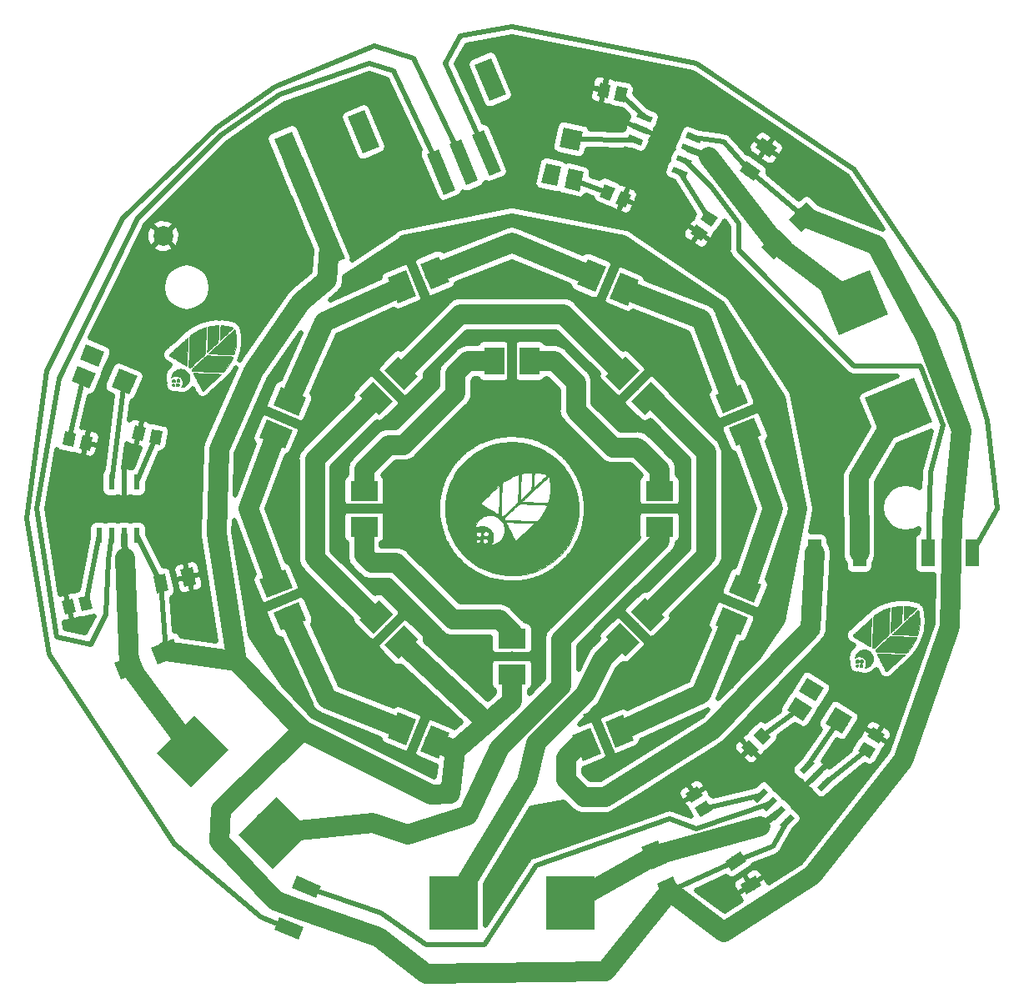
<source format=gbr>
G04 #@! TF.GenerationSoftware,KiCad,Pcbnew,(5.0.0-rc3-dev)*
G04 #@! TF.CreationDate,2018-07-06T19:52:13+00:00*
G04 #@! TF.ProjectId,Astroplant_LED,417374726F706C616E745F4C45442E6B,rev?*
G04 #@! TF.SameCoordinates,Original*
G04 #@! TF.FileFunction,Copper,L1,Top,Mixed*
G04 #@! TF.FilePolarity,Positive*
%FSLAX46Y46*%
G04 Gerber Fmt 4.6, Leading zero omitted, Abs format (unit mm)*
G04 Created by KiCad (PCBNEW (5.0.0-rc3-dev)) date Fri Jul  6 19:52:13 2018*
%MOMM*%
%LPD*%
G01*
G04 APERTURE LIST*
G04 #@! TA.AperFunction,EtchedComponent*
%ADD10C,0.010000*%
G04 #@! TD*
G04 #@! TA.AperFunction,SMDPad,CuDef*
%ADD11C,1.600000*%
G04 #@! TD*
G04 #@! TA.AperFunction,Conductor*
%ADD12C,0.100000*%
G04 #@! TD*
G04 #@! TA.AperFunction,SMDPad,CuDef*
%ADD13C,2.000000*%
G04 #@! TD*
G04 #@! TA.AperFunction,Conductor*
%ADD14C,2.000000*%
G04 #@! TD*
G04 #@! TA.AperFunction,Conductor*
%ADD15C,1.000000*%
G04 #@! TD*
G04 #@! TA.AperFunction,Conductor*
%ADD16R,2.000000X2.800000*%
G04 #@! TD*
G04 #@! TA.AperFunction,Conductor*
%ADD17R,2.800000X2.000000*%
G04 #@! TD*
G04 #@! TA.AperFunction,BGAPad,CuDef*
%ADD18C,2.000000*%
G04 #@! TD*
G04 #@! TA.AperFunction,BGAPad,CuDef*
%ADD19C,1.000000*%
G04 #@! TD*
G04 #@! TA.AperFunction,SMDPad,CuDef*
%ADD20C,0.600000*%
G04 #@! TD*
G04 #@! TA.AperFunction,SMDPad,CuDef*
%ADD21C,2.350000*%
G04 #@! TD*
G04 #@! TA.AperFunction,SMDPad,CuDef*
%ADD22R,0.600000X1.550000*%
G04 #@! TD*
G04 #@! TA.AperFunction,SMDPad,CuDef*
%ADD23R,2.350000X2.350000*%
G04 #@! TD*
G04 #@! TA.AperFunction,SMDPad,CuDef*
%ADD24C,1.120000*%
G04 #@! TD*
G04 #@! TA.AperFunction,SMDPad,CuDef*
%ADD25C,4.900000*%
G04 #@! TD*
G04 #@! TA.AperFunction,SMDPad,CuDef*
%ADD26C,1.800000*%
G04 #@! TD*
G04 #@! TA.AperFunction,SMDPad,CuDef*
%ADD27C,1.220000*%
G04 #@! TD*
G04 #@! TA.AperFunction,SMDPad,CuDef*
%ADD28R,4.900000X5.400000*%
G04 #@! TD*
G04 #@! TA.AperFunction,SMDPad,CuDef*
%ADD29R,1.320000X2.700000*%
G04 #@! TD*
G04 #@! TA.AperFunction,SMDPad,CuDef*
%ADD30C,1.320000*%
G04 #@! TD*
G04 #@! TA.AperFunction,SMDPad,CuDef*
%ADD31C,1.300000*%
G04 #@! TD*
G04 #@! TA.AperFunction,Conductor*
%ADD32C,0.500000*%
G04 #@! TD*
G04 #@! TA.AperFunction,Conductor*
%ADD33C,2.000000*%
G04 #@! TD*
G04 #@! TA.AperFunction,Conductor*
%ADD34C,0.700000*%
G04 #@! TD*
G04 #@! TA.AperFunction,Conductor*
%ADD35C,0.250000*%
G04 #@! TD*
G04 APERTURE END LIST*
D10*
G04 #@! TO.C,G\002A\002A\002A*
G36*
X67846656Y-86208476D02*
X67920473Y-86209767D01*
X68006346Y-86211675D01*
X68103303Y-86214165D01*
X68210372Y-86217204D01*
X68326580Y-86220756D01*
X68450957Y-86224789D01*
X68582531Y-86229267D01*
X68720329Y-86234158D01*
X68863379Y-86239426D01*
X69010710Y-86245038D01*
X69161351Y-86250959D01*
X69314328Y-86257156D01*
X69468670Y-86263594D01*
X69623406Y-86270240D01*
X69777563Y-86277059D01*
X69930170Y-86284017D01*
X70080254Y-86291081D01*
X70226844Y-86298215D01*
X70284867Y-86301110D01*
X70339867Y-86304015D01*
X70388980Y-86306876D01*
X70429757Y-86309528D01*
X70459746Y-86311807D01*
X70476501Y-86313547D01*
X70479151Y-86314167D01*
X70480069Y-86314512D01*
X70481080Y-86314660D01*
X70481606Y-86315149D01*
X70481070Y-86316521D01*
X70478896Y-86319315D01*
X70474506Y-86324071D01*
X70467322Y-86331329D01*
X70456768Y-86341629D01*
X70442266Y-86355512D01*
X70423240Y-86373517D01*
X70399111Y-86396185D01*
X70369302Y-86424054D01*
X70333238Y-86457666D01*
X70290339Y-86497561D01*
X70240030Y-86544277D01*
X70181732Y-86598357D01*
X70114869Y-86660338D01*
X70038863Y-86730763D01*
X69953137Y-86810169D01*
X69857114Y-86899098D01*
X69750217Y-86998090D01*
X69631868Y-87107684D01*
X69544682Y-87188423D01*
X69421000Y-87302941D01*
X69309114Y-87406485D01*
X69208413Y-87499603D01*
X69118286Y-87582842D01*
X69038121Y-87656751D01*
X68967307Y-87721880D01*
X68905232Y-87778775D01*
X68851285Y-87827985D01*
X68804854Y-87870058D01*
X68765327Y-87905543D01*
X68732094Y-87934989D01*
X68704543Y-87958943D01*
X68682062Y-87977953D01*
X68664041Y-87992568D01*
X68649866Y-88003337D01*
X68638928Y-88010807D01*
X68630614Y-88015527D01*
X68624314Y-88018046D01*
X68619414Y-88018911D01*
X68618503Y-88018933D01*
X68593857Y-88014757D01*
X68572227Y-87999830D01*
X68564068Y-87991417D01*
X68556926Y-87980343D01*
X68542597Y-87955188D01*
X68521604Y-87916946D01*
X68494471Y-87866612D01*
X68461722Y-87805180D01*
X68423881Y-87733644D01*
X68381472Y-87652999D01*
X68335019Y-87564239D01*
X68285046Y-87468359D01*
X68232077Y-87366352D01*
X68176636Y-87259213D01*
X68119247Y-87147937D01*
X68103831Y-87117983D01*
X68030533Y-86975346D01*
X67964842Y-86847179D01*
X67906497Y-86732958D01*
X67855238Y-86632160D01*
X67810803Y-86544259D01*
X67772931Y-86468733D01*
X67741362Y-86405057D01*
X67715835Y-86352707D01*
X67696088Y-86311160D01*
X67681862Y-86279890D01*
X67672894Y-86258374D01*
X67668924Y-86246089D01*
X67668667Y-86243961D01*
X67671120Y-86223532D01*
X67681257Y-86213464D01*
X67691382Y-86210155D01*
X67707258Y-86208640D01*
X67739077Y-86207878D01*
X67785867Y-86207835D01*
X67846656Y-86208476D01*
X67846656Y-86208476D01*
G37*
X67846656Y-86208476D02*
X67920473Y-86209767D01*
X68006346Y-86211675D01*
X68103303Y-86214165D01*
X68210372Y-86217204D01*
X68326580Y-86220756D01*
X68450957Y-86224789D01*
X68582531Y-86229267D01*
X68720329Y-86234158D01*
X68863379Y-86239426D01*
X69010710Y-86245038D01*
X69161351Y-86250959D01*
X69314328Y-86257156D01*
X69468670Y-86263594D01*
X69623406Y-86270240D01*
X69777563Y-86277059D01*
X69930170Y-86284017D01*
X70080254Y-86291081D01*
X70226844Y-86298215D01*
X70284867Y-86301110D01*
X70339867Y-86304015D01*
X70388980Y-86306876D01*
X70429757Y-86309528D01*
X70459746Y-86311807D01*
X70476501Y-86313547D01*
X70479151Y-86314167D01*
X70480069Y-86314512D01*
X70481080Y-86314660D01*
X70481606Y-86315149D01*
X70481070Y-86316521D01*
X70478896Y-86319315D01*
X70474506Y-86324071D01*
X70467322Y-86331329D01*
X70456768Y-86341629D01*
X70442266Y-86355512D01*
X70423240Y-86373517D01*
X70399111Y-86396185D01*
X70369302Y-86424054D01*
X70333238Y-86457666D01*
X70290339Y-86497561D01*
X70240030Y-86544277D01*
X70181732Y-86598357D01*
X70114869Y-86660338D01*
X70038863Y-86730763D01*
X69953137Y-86810169D01*
X69857114Y-86899098D01*
X69750217Y-86998090D01*
X69631868Y-87107684D01*
X69544682Y-87188423D01*
X69421000Y-87302941D01*
X69309114Y-87406485D01*
X69208413Y-87499603D01*
X69118286Y-87582842D01*
X69038121Y-87656751D01*
X68967307Y-87721880D01*
X68905232Y-87778775D01*
X68851285Y-87827985D01*
X68804854Y-87870058D01*
X68765327Y-87905543D01*
X68732094Y-87934989D01*
X68704543Y-87958943D01*
X68682062Y-87977953D01*
X68664041Y-87992568D01*
X68649866Y-88003337D01*
X68638928Y-88010807D01*
X68630614Y-88015527D01*
X68624314Y-88018046D01*
X68619414Y-88018911D01*
X68618503Y-88018933D01*
X68593857Y-88014757D01*
X68572227Y-87999830D01*
X68564068Y-87991417D01*
X68556926Y-87980343D01*
X68542597Y-87955188D01*
X68521604Y-87916946D01*
X68494471Y-87866612D01*
X68461722Y-87805180D01*
X68423881Y-87733644D01*
X68381472Y-87652999D01*
X68335019Y-87564239D01*
X68285046Y-87468359D01*
X68232077Y-87366352D01*
X68176636Y-87259213D01*
X68119247Y-87147937D01*
X68103831Y-87117983D01*
X68030533Y-86975346D01*
X67964842Y-86847179D01*
X67906497Y-86732958D01*
X67855238Y-86632160D01*
X67810803Y-86544259D01*
X67772931Y-86468733D01*
X67741362Y-86405057D01*
X67715835Y-86352707D01*
X67696088Y-86311160D01*
X67681862Y-86279890D01*
X67672894Y-86258374D01*
X67668924Y-86246089D01*
X67668667Y-86243961D01*
X67671120Y-86223532D01*
X67681257Y-86213464D01*
X67691382Y-86210155D01*
X67707258Y-86208640D01*
X67739077Y-86207878D01*
X67785867Y-86207835D01*
X67846656Y-86208476D01*
G36*
X66446953Y-85793571D02*
X66561545Y-85815258D01*
X66673193Y-85852670D01*
X66780879Y-85905591D01*
X66883581Y-85973808D01*
X66980279Y-86057106D01*
X67007076Y-86084077D01*
X67090100Y-86181784D01*
X67157878Y-86285391D01*
X67210295Y-86393764D01*
X67247236Y-86505771D01*
X67268586Y-86620277D01*
X67274229Y-86736149D01*
X67264050Y-86852254D01*
X67237935Y-86967458D01*
X67195766Y-87080628D01*
X67137431Y-87190630D01*
X67122063Y-87214832D01*
X67087637Y-87261874D01*
X67043490Y-87314050D01*
X66993590Y-87367275D01*
X66941905Y-87417460D01*
X66892403Y-87460519D01*
X66859193Y-87485610D01*
X66786583Y-87530464D01*
X66706322Y-87570914D01*
X66624865Y-87603988D01*
X66557648Y-87624547D01*
X66514156Y-87634499D01*
X66472209Y-87642484D01*
X66434917Y-87648092D01*
X66405390Y-87650916D01*
X66386737Y-87650546D01*
X66381734Y-87647677D01*
X66386486Y-87638399D01*
X66398956Y-87619761D01*
X66416462Y-87595770D01*
X66416762Y-87595372D01*
X66459990Y-87528337D01*
X66497421Y-87450947D01*
X66526171Y-87369527D01*
X66534802Y-87336355D01*
X66542774Y-87298914D01*
X66547732Y-87266122D01*
X66550070Y-87232519D01*
X66550179Y-87192645D01*
X66548600Y-87144521D01*
X66544408Y-87076835D01*
X66537230Y-87020603D01*
X66525772Y-86970430D01*
X66508740Y-86920921D01*
X66484841Y-86866682D01*
X66479112Y-86854767D01*
X66427085Y-86765725D01*
X66363245Y-86688572D01*
X66287360Y-86623118D01*
X66199200Y-86569175D01*
X66098532Y-86526553D01*
X66063816Y-86515327D01*
X66030156Y-86505779D01*
X66000678Y-86499287D01*
X65970528Y-86495277D01*
X65934848Y-86493175D01*
X65888784Y-86492408D01*
X65869500Y-86492348D01*
X65814488Y-86492890D01*
X65771545Y-86494965D01*
X65735841Y-86499044D01*
X65702545Y-86505599D01*
X65683233Y-86510503D01*
X65612131Y-86534099D01*
X65542256Y-86565301D01*
X65479963Y-86601098D01*
X65455056Y-86618695D01*
X65413910Y-86650112D01*
X65419863Y-86591573D01*
X65433216Y-86517214D01*
X65457915Y-86436294D01*
X65492183Y-86352951D01*
X65534240Y-86271327D01*
X65582311Y-86195559D01*
X65600577Y-86170735D01*
X65663933Y-86097584D01*
X65738733Y-86026912D01*
X65820622Y-85962196D01*
X65905243Y-85906910D01*
X65979567Y-85868344D01*
X66095726Y-85824994D01*
X66213023Y-85798224D01*
X66330439Y-85787821D01*
X66446953Y-85793571D01*
X66446953Y-85793571D01*
G37*
X66446953Y-85793571D02*
X66561545Y-85815258D01*
X66673193Y-85852670D01*
X66780879Y-85905591D01*
X66883581Y-85973808D01*
X66980279Y-86057106D01*
X67007076Y-86084077D01*
X67090100Y-86181784D01*
X67157878Y-86285391D01*
X67210295Y-86393764D01*
X67247236Y-86505771D01*
X67268586Y-86620277D01*
X67274229Y-86736149D01*
X67264050Y-86852254D01*
X67237935Y-86967458D01*
X67195766Y-87080628D01*
X67137431Y-87190630D01*
X67122063Y-87214832D01*
X67087637Y-87261874D01*
X67043490Y-87314050D01*
X66993590Y-87367275D01*
X66941905Y-87417460D01*
X66892403Y-87460519D01*
X66859193Y-87485610D01*
X66786583Y-87530464D01*
X66706322Y-87570914D01*
X66624865Y-87603988D01*
X66557648Y-87624547D01*
X66514156Y-87634499D01*
X66472209Y-87642484D01*
X66434917Y-87648092D01*
X66405390Y-87650916D01*
X66386737Y-87650546D01*
X66381734Y-87647677D01*
X66386486Y-87638399D01*
X66398956Y-87619761D01*
X66416462Y-87595770D01*
X66416762Y-87595372D01*
X66459990Y-87528337D01*
X66497421Y-87450947D01*
X66526171Y-87369527D01*
X66534802Y-87336355D01*
X66542774Y-87298914D01*
X66547732Y-87266122D01*
X66550070Y-87232519D01*
X66550179Y-87192645D01*
X66548600Y-87144521D01*
X66544408Y-87076835D01*
X66537230Y-87020603D01*
X66525772Y-86970430D01*
X66508740Y-86920921D01*
X66484841Y-86866682D01*
X66479112Y-86854767D01*
X66427085Y-86765725D01*
X66363245Y-86688572D01*
X66287360Y-86623118D01*
X66199200Y-86569175D01*
X66098532Y-86526553D01*
X66063816Y-86515327D01*
X66030156Y-86505779D01*
X66000678Y-86499287D01*
X65970528Y-86495277D01*
X65934848Y-86493175D01*
X65888784Y-86492408D01*
X65869500Y-86492348D01*
X65814488Y-86492890D01*
X65771545Y-86494965D01*
X65735841Y-86499044D01*
X65702545Y-86505599D01*
X65683233Y-86510503D01*
X65612131Y-86534099D01*
X65542256Y-86565301D01*
X65479963Y-86601098D01*
X65455056Y-86618695D01*
X65413910Y-86650112D01*
X65419863Y-86591573D01*
X65433216Y-86517214D01*
X65457915Y-86436294D01*
X65492183Y-86352951D01*
X65534240Y-86271327D01*
X65582311Y-86195559D01*
X65600577Y-86170735D01*
X65663933Y-86097584D01*
X65738733Y-86026912D01*
X65820622Y-85962196D01*
X65905243Y-85906910D01*
X65979567Y-85868344D01*
X66095726Y-85824994D01*
X66213023Y-85798224D01*
X66330439Y-85787821D01*
X66446953Y-85793571D01*
G36*
X66121356Y-87253361D02*
X66160337Y-87276883D01*
X66171861Y-87288092D01*
X66197332Y-87327745D01*
X66210274Y-87373606D01*
X66211109Y-87421779D01*
X66200260Y-87468368D01*
X66178150Y-87509479D01*
X66145200Y-87541214D01*
X66144345Y-87541785D01*
X66107690Y-87558604D01*
X66063974Y-87567729D01*
X66019934Y-87568463D01*
X65982309Y-87560108D01*
X65979409Y-87558860D01*
X65940166Y-87532351D01*
X65910592Y-87494961D01*
X65891704Y-87450364D01*
X65884516Y-87402232D01*
X65890043Y-87354240D01*
X65909301Y-87310060D01*
X65910252Y-87308604D01*
X65941594Y-87275530D01*
X65982286Y-87253162D01*
X66028419Y-87241807D01*
X66076079Y-87241771D01*
X66121356Y-87253361D01*
X66121356Y-87253361D01*
G37*
X66121356Y-87253361D02*
X66160337Y-87276883D01*
X66171861Y-87288092D01*
X66197332Y-87327745D01*
X66210274Y-87373606D01*
X66211109Y-87421779D01*
X66200260Y-87468368D01*
X66178150Y-87509479D01*
X66145200Y-87541214D01*
X66144345Y-87541785D01*
X66107690Y-87558604D01*
X66063974Y-87567729D01*
X66019934Y-87568463D01*
X65982309Y-87560108D01*
X65979409Y-87558860D01*
X65940166Y-87532351D01*
X65910592Y-87494961D01*
X65891704Y-87450364D01*
X65884516Y-87402232D01*
X65890043Y-87354240D01*
X65909301Y-87310060D01*
X65910252Y-87308604D01*
X65941594Y-87275530D01*
X65982286Y-87253162D01*
X66028419Y-87241807D01*
X66076079Y-87241771D01*
X66121356Y-87253361D01*
G36*
X65643162Y-87285235D02*
X65673454Y-87294978D01*
X65707142Y-87319834D01*
X65730425Y-87355522D01*
X65740788Y-87397888D01*
X65741089Y-87406590D01*
X65733430Y-87446996D01*
X65712655Y-87481198D01*
X65682068Y-87506744D01*
X65644971Y-87521185D01*
X65604668Y-87522068D01*
X65590100Y-87518624D01*
X65560375Y-87505938D01*
X65537821Y-87486444D01*
X65519237Y-87459984D01*
X65504575Y-87422108D01*
X65504459Y-87384517D01*
X65516633Y-87349622D01*
X65538845Y-87319835D01*
X65568839Y-87297566D01*
X65604363Y-87285229D01*
X65643162Y-87285235D01*
X65643162Y-87285235D01*
G37*
X65643162Y-87285235D02*
X65673454Y-87294978D01*
X65707142Y-87319834D01*
X65730425Y-87355522D01*
X65740788Y-87397888D01*
X65741089Y-87406590D01*
X65733430Y-87446996D01*
X65712655Y-87481198D01*
X65682068Y-87506744D01*
X65644971Y-87521185D01*
X65604668Y-87522068D01*
X65590100Y-87518624D01*
X65560375Y-87505938D01*
X65537821Y-87486444D01*
X65519237Y-87459984D01*
X65504575Y-87422108D01*
X65504459Y-87384517D01*
X65516633Y-87349622D01*
X65538845Y-87319835D01*
X65568839Y-87297566D01*
X65604363Y-87285229D01*
X65643162Y-87285235D01*
G36*
X65679138Y-86820046D02*
X65717450Y-86832581D01*
X65760421Y-86860806D01*
X65791497Y-86899724D01*
X65809234Y-86946706D01*
X65812192Y-86999121D01*
X65811654Y-87004268D01*
X65798443Y-87055970D01*
X65772750Y-87096383D01*
X65735178Y-87124969D01*
X65686324Y-87141193D01*
X65654635Y-87144663D01*
X65613271Y-87144172D01*
X65583753Y-87138022D01*
X65573167Y-87133235D01*
X65530103Y-87102372D01*
X65501695Y-87064117D01*
X65486968Y-87016780D01*
X65484267Y-86979528D01*
X65491779Y-86928883D01*
X65512636Y-86885747D01*
X65544320Y-86851708D01*
X65584311Y-86828354D01*
X65630090Y-86817270D01*
X65679138Y-86820046D01*
X65679138Y-86820046D01*
G37*
X65679138Y-86820046D02*
X65717450Y-86832581D01*
X65760421Y-86860806D01*
X65791497Y-86899724D01*
X65809234Y-86946706D01*
X65812192Y-86999121D01*
X65811654Y-87004268D01*
X65798443Y-87055970D01*
X65772750Y-87096383D01*
X65735178Y-87124969D01*
X65686324Y-87141193D01*
X65654635Y-87144663D01*
X65613271Y-87144172D01*
X65583753Y-87138022D01*
X65573167Y-87133235D01*
X65530103Y-87102372D01*
X65501695Y-87064117D01*
X65486968Y-87016780D01*
X65484267Y-86979528D01*
X65491779Y-86928883D01*
X65512636Y-86885747D01*
X65544320Y-86851708D01*
X65584311Y-86828354D01*
X65630090Y-86817270D01*
X65679138Y-86820046D01*
G36*
X66158994Y-86807875D02*
X66196630Y-86826459D01*
X66197492Y-86827109D01*
X66230574Y-86861933D01*
X66252240Y-86904869D01*
X66262014Y-86952011D01*
X66259418Y-86999453D01*
X66243976Y-87043289D01*
X66226872Y-87067944D01*
X66189844Y-87099646D01*
X66146163Y-87120489D01*
X66100032Y-87129449D01*
X66055650Y-87125500D01*
X66030367Y-87115865D01*
X65984886Y-87083265D01*
X65953305Y-87041197D01*
X65936226Y-86990652D01*
X65933186Y-86955908D01*
X65941020Y-86907450D01*
X65963603Y-86864466D01*
X65998905Y-86830156D01*
X66021362Y-86816927D01*
X66065839Y-86802790D01*
X66113557Y-86799879D01*
X66158994Y-86807875D01*
X66158994Y-86807875D01*
G37*
X66158994Y-86807875D02*
X66196630Y-86826459D01*
X66197492Y-86827109D01*
X66230574Y-86861933D01*
X66252240Y-86904869D01*
X66262014Y-86952011D01*
X66259418Y-86999453D01*
X66243976Y-87043289D01*
X66226872Y-87067944D01*
X66189844Y-87099646D01*
X66146163Y-87120489D01*
X66100032Y-87129449D01*
X66055650Y-87125500D01*
X66030367Y-87115865D01*
X65984886Y-87083265D01*
X65953305Y-87041197D01*
X65936226Y-86990652D01*
X65933186Y-86955908D01*
X65941020Y-86907450D01*
X65963603Y-86864466D01*
X65998905Y-86830156D01*
X66021362Y-86816927D01*
X66065839Y-86802790D01*
X66113557Y-86799879D01*
X66158994Y-86807875D01*
G36*
X69157683Y-84429095D02*
X69216786Y-84430331D01*
X69287892Y-84432147D01*
X69369858Y-84434498D01*
X69461540Y-84437338D01*
X69561796Y-84440622D01*
X69669482Y-84444304D01*
X69783455Y-84448338D01*
X69902571Y-84452678D01*
X70025689Y-84457279D01*
X70151664Y-84462096D01*
X70279353Y-84467082D01*
X70407614Y-84472191D01*
X70535302Y-84477379D01*
X70661276Y-84482599D01*
X70784391Y-84487806D01*
X70903504Y-84492954D01*
X71017473Y-84497997D01*
X71125154Y-84502890D01*
X71225404Y-84507588D01*
X71317079Y-84512043D01*
X71399037Y-84516211D01*
X71470135Y-84520047D01*
X71529229Y-84523503D01*
X71575176Y-84526535D01*
X71606833Y-84529097D01*
X71623056Y-84531144D01*
X71624754Y-84531656D01*
X71644173Y-84544892D01*
X71653608Y-84561870D01*
X71656313Y-84588773D01*
X71656337Y-84591672D01*
X71652346Y-84615730D01*
X71640789Y-84652680D01*
X71622505Y-84700715D01*
X71598333Y-84758025D01*
X71569111Y-84822803D01*
X71535677Y-84893239D01*
X71498869Y-84967525D01*
X71459526Y-85043854D01*
X71418485Y-85120415D01*
X71376586Y-85195402D01*
X71376080Y-85196287D01*
X71239585Y-85420265D01*
X71089023Y-85639007D01*
X70923107Y-85854362D01*
X70888886Y-85896082D01*
X70839305Y-85955161D01*
X70797597Y-86002181D01*
X70761353Y-86038537D01*
X70728164Y-86065621D01*
X70695620Y-86084830D01*
X70661312Y-86097556D01*
X70622830Y-86105194D01*
X70577765Y-86109139D01*
X70523707Y-86110784D01*
X70517700Y-86110876D01*
X70495152Y-86110751D01*
X70456682Y-86109986D01*
X70403288Y-86108616D01*
X70335967Y-86106674D01*
X70255717Y-86104194D01*
X70163536Y-86101211D01*
X70060422Y-86097760D01*
X69947373Y-86093873D01*
X69825386Y-86089585D01*
X69695459Y-86084932D01*
X69558589Y-86079945D01*
X69415776Y-86074661D01*
X69268016Y-86069113D01*
X69116307Y-86063335D01*
X69008156Y-86059166D01*
X68856039Y-86053246D01*
X68708236Y-86047440D01*
X68565657Y-86041786D01*
X68429217Y-86036323D01*
X68299827Y-86031087D01*
X68178400Y-86026119D01*
X68065849Y-86021456D01*
X67963087Y-86017136D01*
X67871025Y-86013198D01*
X67790577Y-86009680D01*
X67722656Y-86006621D01*
X67668173Y-86004058D01*
X67628041Y-86002030D01*
X67603173Y-86000576D01*
X67594825Y-85999840D01*
X67565962Y-85988495D01*
X67537827Y-85967810D01*
X67535919Y-85965946D01*
X67519186Y-85947148D01*
X67510804Y-85929500D01*
X67507990Y-85905618D01*
X67507800Y-85891273D01*
X67514834Y-85843882D01*
X67534565Y-85792825D01*
X67564942Y-85742750D01*
X67583854Y-85719106D01*
X67593021Y-85709907D01*
X67613540Y-85690121D01*
X67644383Y-85660714D01*
X67684521Y-85622648D01*
X67732925Y-85576890D01*
X67788566Y-85524402D01*
X67850415Y-85466151D01*
X67917443Y-85403099D01*
X67988622Y-85336212D01*
X68062921Y-85266454D01*
X68139312Y-85194789D01*
X68216767Y-85122183D01*
X68294256Y-85049599D01*
X68370750Y-84978002D01*
X68445220Y-84908356D01*
X68516637Y-84841626D01*
X68583973Y-84778776D01*
X68646199Y-84720771D01*
X68702284Y-84668576D01*
X68751201Y-84623154D01*
X68791920Y-84585470D01*
X68823413Y-84556488D01*
X68844651Y-84537174D01*
X68848741Y-84533521D01*
X68916212Y-84483558D01*
X68988427Y-84448518D01*
X69063329Y-84429399D01*
X69063823Y-84429328D01*
X69080058Y-84428548D01*
X69111726Y-84428486D01*
X69157683Y-84429095D01*
X69157683Y-84429095D01*
G37*
X69157683Y-84429095D02*
X69216786Y-84430331D01*
X69287892Y-84432147D01*
X69369858Y-84434498D01*
X69461540Y-84437338D01*
X69561796Y-84440622D01*
X69669482Y-84444304D01*
X69783455Y-84448338D01*
X69902571Y-84452678D01*
X70025689Y-84457279D01*
X70151664Y-84462096D01*
X70279353Y-84467082D01*
X70407614Y-84472191D01*
X70535302Y-84477379D01*
X70661276Y-84482599D01*
X70784391Y-84487806D01*
X70903504Y-84492954D01*
X71017473Y-84497997D01*
X71125154Y-84502890D01*
X71225404Y-84507588D01*
X71317079Y-84512043D01*
X71399037Y-84516211D01*
X71470135Y-84520047D01*
X71529229Y-84523503D01*
X71575176Y-84526535D01*
X71606833Y-84529097D01*
X71623056Y-84531144D01*
X71624754Y-84531656D01*
X71644173Y-84544892D01*
X71653608Y-84561870D01*
X71656313Y-84588773D01*
X71656337Y-84591672D01*
X71652346Y-84615730D01*
X71640789Y-84652680D01*
X71622505Y-84700715D01*
X71598333Y-84758025D01*
X71569111Y-84822803D01*
X71535677Y-84893239D01*
X71498869Y-84967525D01*
X71459526Y-85043854D01*
X71418485Y-85120415D01*
X71376586Y-85195402D01*
X71376080Y-85196287D01*
X71239585Y-85420265D01*
X71089023Y-85639007D01*
X70923107Y-85854362D01*
X70888886Y-85896082D01*
X70839305Y-85955161D01*
X70797597Y-86002181D01*
X70761353Y-86038537D01*
X70728164Y-86065621D01*
X70695620Y-86084830D01*
X70661312Y-86097556D01*
X70622830Y-86105194D01*
X70577765Y-86109139D01*
X70523707Y-86110784D01*
X70517700Y-86110876D01*
X70495152Y-86110751D01*
X70456682Y-86109986D01*
X70403288Y-86108616D01*
X70335967Y-86106674D01*
X70255717Y-86104194D01*
X70163536Y-86101211D01*
X70060422Y-86097760D01*
X69947373Y-86093873D01*
X69825386Y-86089585D01*
X69695459Y-86084932D01*
X69558589Y-86079945D01*
X69415776Y-86074661D01*
X69268016Y-86069113D01*
X69116307Y-86063335D01*
X69008156Y-86059166D01*
X68856039Y-86053246D01*
X68708236Y-86047440D01*
X68565657Y-86041786D01*
X68429217Y-86036323D01*
X68299827Y-86031087D01*
X68178400Y-86026119D01*
X68065849Y-86021456D01*
X67963087Y-86017136D01*
X67871025Y-86013198D01*
X67790577Y-86009680D01*
X67722656Y-86006621D01*
X67668173Y-86004058D01*
X67628041Y-86002030D01*
X67603173Y-86000576D01*
X67594825Y-85999840D01*
X67565962Y-85988495D01*
X67537827Y-85967810D01*
X67535919Y-85965946D01*
X67519186Y-85947148D01*
X67510804Y-85929500D01*
X67507990Y-85905618D01*
X67507800Y-85891273D01*
X67514834Y-85843882D01*
X67534565Y-85792825D01*
X67564942Y-85742750D01*
X67583854Y-85719106D01*
X67593021Y-85709907D01*
X67613540Y-85690121D01*
X67644383Y-85660714D01*
X67684521Y-85622648D01*
X67732925Y-85576890D01*
X67788566Y-85524402D01*
X67850415Y-85466151D01*
X67917443Y-85403099D01*
X67988622Y-85336212D01*
X68062921Y-85266454D01*
X68139312Y-85194789D01*
X68216767Y-85122183D01*
X68294256Y-85049599D01*
X68370750Y-84978002D01*
X68445220Y-84908356D01*
X68516637Y-84841626D01*
X68583973Y-84778776D01*
X68646199Y-84720771D01*
X68702284Y-84668576D01*
X68751201Y-84623154D01*
X68791920Y-84585470D01*
X68823413Y-84556488D01*
X68844651Y-84537174D01*
X68848741Y-84533521D01*
X68916212Y-84483558D01*
X68988427Y-84448518D01*
X69063329Y-84429399D01*
X69063823Y-84429328D01*
X69080058Y-84428548D01*
X69111726Y-84428486D01*
X69157683Y-84429095D01*
G36*
X68926719Y-81767510D02*
X68925080Y-81828991D01*
X68923098Y-81903368D01*
X68920879Y-81986607D01*
X68918531Y-82074678D01*
X68916162Y-82163548D01*
X68913879Y-82249186D01*
X68912871Y-82287000D01*
X68908605Y-82441772D01*
X68904080Y-82596207D01*
X68899337Y-82749287D01*
X68894420Y-82899996D01*
X68889370Y-83047316D01*
X68884232Y-83190231D01*
X68879047Y-83327723D01*
X68873859Y-83458777D01*
X68868710Y-83582374D01*
X68863642Y-83697498D01*
X68858699Y-83803133D01*
X68853923Y-83898260D01*
X68849357Y-83981864D01*
X68845044Y-84052927D01*
X68841026Y-84110432D01*
X68837346Y-84153363D01*
X68834047Y-84180702D01*
X68833097Y-84185908D01*
X68812867Y-84252208D01*
X68780525Y-84313529D01*
X68733956Y-84373769D01*
X68727000Y-84381449D01*
X68715242Y-84393245D01*
X68692017Y-84415632D01*
X68658293Y-84447708D01*
X68615039Y-84488571D01*
X68563223Y-84537319D01*
X68503814Y-84593048D01*
X68437779Y-84654857D01*
X68366088Y-84721843D01*
X68289709Y-84793105D01*
X68209609Y-84867739D01*
X68126758Y-84944843D01*
X68042124Y-85023516D01*
X67956675Y-85102855D01*
X67871379Y-85181958D01*
X67787205Y-85259921D01*
X67705122Y-85335844D01*
X67626096Y-85408823D01*
X67551098Y-85477957D01*
X67482387Y-85541156D01*
X67450448Y-85568795D01*
X67417832Y-85594201D01*
X67389665Y-85613487D01*
X67379145Y-85619472D01*
X67331816Y-85636265D01*
X67285317Y-85639524D01*
X67243448Y-85629225D01*
X67227536Y-85620434D01*
X67206119Y-85602444D01*
X67190264Y-85582966D01*
X67188473Y-85579668D01*
X67187239Y-85573952D01*
X67186331Y-85562159D01*
X67185766Y-85543641D01*
X67185562Y-85517751D01*
X67185735Y-85483841D01*
X67186303Y-85441265D01*
X67187282Y-85389374D01*
X67188691Y-85327522D01*
X67190545Y-85255062D01*
X67192862Y-85171346D01*
X67195660Y-85075727D01*
X67198955Y-84967557D01*
X67202764Y-84846190D01*
X67207105Y-84710978D01*
X67211994Y-84561274D01*
X67217450Y-84396430D01*
X67223488Y-84215800D01*
X67228440Y-84068684D01*
X67233824Y-83910338D01*
X67239150Y-83756062D01*
X67244384Y-83606750D01*
X67249491Y-83463300D01*
X67254438Y-83326606D01*
X67259188Y-83197564D01*
X67263709Y-83077070D01*
X67267965Y-82966019D01*
X67271922Y-82865306D01*
X67275546Y-82775828D01*
X67278801Y-82698480D01*
X67281654Y-82634157D01*
X67284071Y-82583755D01*
X67286016Y-82548170D01*
X67287455Y-82528297D01*
X67287836Y-82525199D01*
X67299460Y-82474008D01*
X67316894Y-82429325D01*
X67342127Y-82388432D01*
X67377147Y-82348606D01*
X67423945Y-82307127D01*
X67476565Y-82267013D01*
X67685247Y-82124622D01*
X67906169Y-81991300D01*
X68136424Y-81868550D01*
X68373103Y-81757875D01*
X68613296Y-81660779D01*
X68730224Y-81619013D01*
X68778924Y-81602569D01*
X68823985Y-81587711D01*
X68862186Y-81575474D01*
X68890306Y-81566893D01*
X68903748Y-81563274D01*
X68932329Y-81557054D01*
X68926719Y-81767510D01*
X68926719Y-81767510D01*
G37*
X68926719Y-81767510D02*
X68925080Y-81828991D01*
X68923098Y-81903368D01*
X68920879Y-81986607D01*
X68918531Y-82074678D01*
X68916162Y-82163548D01*
X68913879Y-82249186D01*
X68912871Y-82287000D01*
X68908605Y-82441772D01*
X68904080Y-82596207D01*
X68899337Y-82749287D01*
X68894420Y-82899996D01*
X68889370Y-83047316D01*
X68884232Y-83190231D01*
X68879047Y-83327723D01*
X68873859Y-83458777D01*
X68868710Y-83582374D01*
X68863642Y-83697498D01*
X68858699Y-83803133D01*
X68853923Y-83898260D01*
X68849357Y-83981864D01*
X68845044Y-84052927D01*
X68841026Y-84110432D01*
X68837346Y-84153363D01*
X68834047Y-84180702D01*
X68833097Y-84185908D01*
X68812867Y-84252208D01*
X68780525Y-84313529D01*
X68733956Y-84373769D01*
X68727000Y-84381449D01*
X68715242Y-84393245D01*
X68692017Y-84415632D01*
X68658293Y-84447708D01*
X68615039Y-84488571D01*
X68563223Y-84537319D01*
X68503814Y-84593048D01*
X68437779Y-84654857D01*
X68366088Y-84721843D01*
X68289709Y-84793105D01*
X68209609Y-84867739D01*
X68126758Y-84944843D01*
X68042124Y-85023516D01*
X67956675Y-85102855D01*
X67871379Y-85181958D01*
X67787205Y-85259921D01*
X67705122Y-85335844D01*
X67626096Y-85408823D01*
X67551098Y-85477957D01*
X67482387Y-85541156D01*
X67450448Y-85568795D01*
X67417832Y-85594201D01*
X67389665Y-85613487D01*
X67379145Y-85619472D01*
X67331816Y-85636265D01*
X67285317Y-85639524D01*
X67243448Y-85629225D01*
X67227536Y-85620434D01*
X67206119Y-85602444D01*
X67190264Y-85582966D01*
X67188473Y-85579668D01*
X67187239Y-85573952D01*
X67186331Y-85562159D01*
X67185766Y-85543641D01*
X67185562Y-85517751D01*
X67185735Y-85483841D01*
X67186303Y-85441265D01*
X67187282Y-85389374D01*
X67188691Y-85327522D01*
X67190545Y-85255062D01*
X67192862Y-85171346D01*
X67195660Y-85075727D01*
X67198955Y-84967557D01*
X67202764Y-84846190D01*
X67207105Y-84710978D01*
X67211994Y-84561274D01*
X67217450Y-84396430D01*
X67223488Y-84215800D01*
X67228440Y-84068684D01*
X67233824Y-83910338D01*
X67239150Y-83756062D01*
X67244384Y-83606750D01*
X67249491Y-83463300D01*
X67254438Y-83326606D01*
X67259188Y-83197564D01*
X67263709Y-83077070D01*
X67267965Y-82966019D01*
X67271922Y-82865306D01*
X67275546Y-82775828D01*
X67278801Y-82698480D01*
X67281654Y-82634157D01*
X67284071Y-82583755D01*
X67286016Y-82548170D01*
X67287455Y-82528297D01*
X67287836Y-82525199D01*
X67299460Y-82474008D01*
X67316894Y-82429325D01*
X67342127Y-82388432D01*
X67377147Y-82348606D01*
X67423945Y-82307127D01*
X67476565Y-82267013D01*
X67685247Y-82124622D01*
X67906169Y-81991300D01*
X68136424Y-81868550D01*
X68373103Y-81757875D01*
X68613296Y-81660779D01*
X68730224Y-81619013D01*
X68778924Y-81602569D01*
X68823985Y-81587711D01*
X68862186Y-81575474D01*
X68890306Y-81566893D01*
X68903748Y-81563274D01*
X68932329Y-81557054D01*
X68926719Y-81767510D01*
G36*
X67072385Y-82833100D02*
X67066582Y-83059946D01*
X67060288Y-83290630D01*
X67053574Y-83523001D01*
X67046511Y-83754912D01*
X67039171Y-83984212D01*
X67031627Y-84208753D01*
X67023949Y-84426386D01*
X67016209Y-84634960D01*
X67008478Y-84832328D01*
X67000829Y-85016339D01*
X66995832Y-85130059D01*
X66992257Y-85206709D01*
X66989051Y-85268320D01*
X66986041Y-85316779D01*
X66983054Y-85353972D01*
X66979915Y-85381786D01*
X66976452Y-85402105D01*
X66972490Y-85416818D01*
X66968568Y-85426392D01*
X66953496Y-85448922D01*
X66937588Y-85459217D01*
X66936300Y-85459402D01*
X66926882Y-85455308D01*
X66903871Y-85442920D01*
X66868137Y-85422749D01*
X66820548Y-85395311D01*
X66761975Y-85361119D01*
X66693286Y-85320687D01*
X66615351Y-85274527D01*
X66529038Y-85223155D01*
X66435218Y-85167084D01*
X66334758Y-85106826D01*
X66228529Y-85042897D01*
X66117400Y-84975810D01*
X66090029Y-84959256D01*
X65981129Y-84893304D01*
X65875998Y-84829510D01*
X65775578Y-84768454D01*
X65680812Y-84710714D01*
X65592643Y-84656867D01*
X65512011Y-84607492D01*
X65439861Y-84563168D01*
X65377134Y-84524472D01*
X65324773Y-84491984D01*
X65283721Y-84466282D01*
X65254919Y-84447944D01*
X65239311Y-84437548D01*
X65237012Y-84435779D01*
X65222351Y-84419504D01*
X65215314Y-84401386D01*
X65213350Y-84374366D01*
X65213334Y-84370282D01*
X65214468Y-84344304D01*
X65219874Y-84325659D01*
X65232552Y-84307632D01*
X65249317Y-84289785D01*
X65258395Y-84281132D01*
X65279069Y-84261811D01*
X65310473Y-84232616D01*
X65351743Y-84194346D01*
X65402015Y-84147799D01*
X65460424Y-84093770D01*
X65526104Y-84033057D01*
X65598193Y-83966457D01*
X65675824Y-83894768D01*
X65758133Y-83818787D01*
X65844256Y-83739310D01*
X65933328Y-83657135D01*
X66024484Y-83573059D01*
X66116860Y-83487879D01*
X66209591Y-83402392D01*
X66301812Y-83317396D01*
X66392660Y-83233688D01*
X66481268Y-83152064D01*
X66566773Y-83073322D01*
X66648310Y-82998259D01*
X66725014Y-82927673D01*
X66796020Y-82862359D01*
X66860465Y-82803117D01*
X66917483Y-82750741D01*
X66966209Y-82706031D01*
X67005780Y-82669783D01*
X67035330Y-82642793D01*
X67053995Y-82625860D01*
X67057963Y-82622309D01*
X67078026Y-82604500D01*
X67072385Y-82833100D01*
X67072385Y-82833100D01*
G37*
X67072385Y-82833100D02*
X67066582Y-83059946D01*
X67060288Y-83290630D01*
X67053574Y-83523001D01*
X67046511Y-83754912D01*
X67039171Y-83984212D01*
X67031627Y-84208753D01*
X67023949Y-84426386D01*
X67016209Y-84634960D01*
X67008478Y-84832328D01*
X67000829Y-85016339D01*
X66995832Y-85130059D01*
X66992257Y-85206709D01*
X66989051Y-85268320D01*
X66986041Y-85316779D01*
X66983054Y-85353972D01*
X66979915Y-85381786D01*
X66976452Y-85402105D01*
X66972490Y-85416818D01*
X66968568Y-85426392D01*
X66953496Y-85448922D01*
X66937588Y-85459217D01*
X66936300Y-85459402D01*
X66926882Y-85455308D01*
X66903871Y-85442920D01*
X66868137Y-85422749D01*
X66820548Y-85395311D01*
X66761975Y-85361119D01*
X66693286Y-85320687D01*
X66615351Y-85274527D01*
X66529038Y-85223155D01*
X66435218Y-85167084D01*
X66334758Y-85106826D01*
X66228529Y-85042897D01*
X66117400Y-84975810D01*
X66090029Y-84959256D01*
X65981129Y-84893304D01*
X65875998Y-84829510D01*
X65775578Y-84768454D01*
X65680812Y-84710714D01*
X65592643Y-84656867D01*
X65512011Y-84607492D01*
X65439861Y-84563168D01*
X65377134Y-84524472D01*
X65324773Y-84491984D01*
X65283721Y-84466282D01*
X65254919Y-84447944D01*
X65239311Y-84437548D01*
X65237012Y-84435779D01*
X65222351Y-84419504D01*
X65215314Y-84401386D01*
X65213350Y-84374366D01*
X65213334Y-84370282D01*
X65214468Y-84344304D01*
X65219874Y-84325659D01*
X65232552Y-84307632D01*
X65249317Y-84289785D01*
X65258395Y-84281132D01*
X65279069Y-84261811D01*
X65310473Y-84232616D01*
X65351743Y-84194346D01*
X65402015Y-84147799D01*
X65460424Y-84093770D01*
X65526104Y-84033057D01*
X65598193Y-83966457D01*
X65675824Y-83894768D01*
X65758133Y-83818787D01*
X65844256Y-83739310D01*
X65933328Y-83657135D01*
X66024484Y-83573059D01*
X66116860Y-83487879D01*
X66209591Y-83402392D01*
X66301812Y-83317396D01*
X66392660Y-83233688D01*
X66481268Y-83152064D01*
X66566773Y-83073322D01*
X66648310Y-82998259D01*
X66725014Y-82927673D01*
X66796020Y-82862359D01*
X66860465Y-82803117D01*
X66917483Y-82750741D01*
X66966209Y-82706031D01*
X67005780Y-82669783D01*
X67035330Y-82642793D01*
X67053995Y-82625860D01*
X67057963Y-82622309D01*
X67078026Y-82604500D01*
X67072385Y-82833100D01*
G36*
X71847673Y-81764185D02*
X71851340Y-81774255D01*
X71857545Y-81798220D01*
X71865713Y-81833332D01*
X71875270Y-81876841D01*
X71885640Y-81925998D01*
X71896248Y-81978053D01*
X71906520Y-82030257D01*
X71915881Y-82079862D01*
X71923755Y-82124117D01*
X71926905Y-82143067D01*
X71962156Y-82413202D01*
X71981570Y-82686303D01*
X71985240Y-82960779D01*
X71973259Y-83235044D01*
X71945721Y-83507508D01*
X71902719Y-83776584D01*
X71844346Y-84040682D01*
X71807237Y-84177996D01*
X71787624Y-84237211D01*
X71767123Y-84280606D01*
X71744939Y-84309294D01*
X71720279Y-84324390D01*
X71700610Y-84327467D01*
X71678317Y-84328472D01*
X71663509Y-84330668D01*
X71653874Y-84330679D01*
X71628278Y-84329982D01*
X71587676Y-84328614D01*
X71533023Y-84326614D01*
X71465277Y-84324021D01*
X71385391Y-84320873D01*
X71294322Y-84317210D01*
X71193025Y-84313071D01*
X71082456Y-84308493D01*
X70963570Y-84303516D01*
X70837323Y-84298178D01*
X70704670Y-84292518D01*
X70566568Y-84286575D01*
X70434728Y-84280856D01*
X70292566Y-84274638D01*
X70155056Y-84268570D01*
X70023146Y-84262695D01*
X69897784Y-84257058D01*
X69779919Y-84251703D01*
X69670499Y-84246675D01*
X69570473Y-84242019D01*
X69480789Y-84237778D01*
X69402394Y-84233998D01*
X69336238Y-84230722D01*
X69283270Y-84227995D01*
X69244436Y-84225863D01*
X69220686Y-84224368D01*
X69212965Y-84223587D01*
X69217932Y-84216796D01*
X69234678Y-84199100D01*
X69262563Y-84171100D01*
X69300946Y-84133402D01*
X69349185Y-84086609D01*
X69406640Y-84031325D01*
X69472671Y-83968153D01*
X69546637Y-83897697D01*
X69627895Y-83820560D01*
X69715807Y-83737348D01*
X69809731Y-83648662D01*
X69909026Y-83555108D01*
X70013052Y-83457288D01*
X70121168Y-83355807D01*
X70232732Y-83251268D01*
X70347104Y-83144275D01*
X70463644Y-83035431D01*
X70581710Y-82925341D01*
X70700661Y-82814608D01*
X70819858Y-82703835D01*
X70938659Y-82593627D01*
X71056423Y-82484587D01*
X71172509Y-82377319D01*
X71178633Y-82371667D01*
X71284584Y-82273896D01*
X71378788Y-82187000D01*
X71461930Y-82110359D01*
X71534695Y-82043350D01*
X71597768Y-81985351D01*
X71651833Y-81935741D01*
X71697575Y-81893898D01*
X71735679Y-81859201D01*
X71766830Y-81831026D01*
X71791712Y-81808753D01*
X71811011Y-81791761D01*
X71825411Y-81779426D01*
X71835596Y-81771127D01*
X71842253Y-81766243D01*
X71846065Y-81764152D01*
X71847673Y-81764185D01*
X71847673Y-81764185D01*
G37*
X71847673Y-81764185D02*
X71851340Y-81774255D01*
X71857545Y-81798220D01*
X71865713Y-81833332D01*
X71875270Y-81876841D01*
X71885640Y-81925998D01*
X71896248Y-81978053D01*
X71906520Y-82030257D01*
X71915881Y-82079862D01*
X71923755Y-82124117D01*
X71926905Y-82143067D01*
X71962156Y-82413202D01*
X71981570Y-82686303D01*
X71985240Y-82960779D01*
X71973259Y-83235044D01*
X71945721Y-83507508D01*
X71902719Y-83776584D01*
X71844346Y-84040682D01*
X71807237Y-84177996D01*
X71787624Y-84237211D01*
X71767123Y-84280606D01*
X71744939Y-84309294D01*
X71720279Y-84324390D01*
X71700610Y-84327467D01*
X71678317Y-84328472D01*
X71663509Y-84330668D01*
X71653874Y-84330679D01*
X71628278Y-84329982D01*
X71587676Y-84328614D01*
X71533023Y-84326614D01*
X71465277Y-84324021D01*
X71385391Y-84320873D01*
X71294322Y-84317210D01*
X71193025Y-84313071D01*
X71082456Y-84308493D01*
X70963570Y-84303516D01*
X70837323Y-84298178D01*
X70704670Y-84292518D01*
X70566568Y-84286575D01*
X70434728Y-84280856D01*
X70292566Y-84274638D01*
X70155056Y-84268570D01*
X70023146Y-84262695D01*
X69897784Y-84257058D01*
X69779919Y-84251703D01*
X69670499Y-84246675D01*
X69570473Y-84242019D01*
X69480789Y-84237778D01*
X69402394Y-84233998D01*
X69336238Y-84230722D01*
X69283270Y-84227995D01*
X69244436Y-84225863D01*
X69220686Y-84224368D01*
X69212965Y-84223587D01*
X69217932Y-84216796D01*
X69234678Y-84199100D01*
X69262563Y-84171100D01*
X69300946Y-84133402D01*
X69349185Y-84086609D01*
X69406640Y-84031325D01*
X69472671Y-83968153D01*
X69546637Y-83897697D01*
X69627895Y-83820560D01*
X69715807Y-83737348D01*
X69809731Y-83648662D01*
X69909026Y-83555108D01*
X70013052Y-83457288D01*
X70121168Y-83355807D01*
X70232732Y-83251268D01*
X70347104Y-83144275D01*
X70463644Y-83035431D01*
X70581710Y-82925341D01*
X70700661Y-82814608D01*
X70819858Y-82703835D01*
X70938659Y-82593627D01*
X71056423Y-82484587D01*
X71172509Y-82377319D01*
X71178633Y-82371667D01*
X71284584Y-82273896D01*
X71378788Y-82187000D01*
X71461930Y-82110359D01*
X71534695Y-82043350D01*
X71597768Y-81985351D01*
X71651833Y-81935741D01*
X71697575Y-81893898D01*
X71735679Y-81859201D01*
X71766830Y-81831026D01*
X71791712Y-81808753D01*
X71811011Y-81791761D01*
X71825411Y-81779426D01*
X71835596Y-81771127D01*
X71842253Y-81766243D01*
X71846065Y-81764152D01*
X71847673Y-81764185D01*
G36*
X70100836Y-81374252D02*
X70139525Y-81377065D01*
X70167755Y-81382731D01*
X70187662Y-81391665D01*
X70201377Y-81404283D01*
X70210462Y-81419725D01*
X70212251Y-81426911D01*
X70213542Y-81440200D01*
X70214311Y-81460561D01*
X70214536Y-81488959D01*
X70214192Y-81526363D01*
X70213258Y-81573739D01*
X70211708Y-81632056D01*
X70209521Y-81702279D01*
X70206672Y-81785376D01*
X70203138Y-81882315D01*
X70198897Y-81994062D01*
X70193924Y-82121585D01*
X70192954Y-82146182D01*
X70188561Y-82256024D01*
X70184198Y-82362562D01*
X70179929Y-82464359D01*
X70175821Y-82559975D01*
X70171936Y-82647970D01*
X70168342Y-82726905D01*
X70165101Y-82795340D01*
X70162281Y-82851837D01*
X70159944Y-82894955D01*
X70158157Y-82923256D01*
X70157536Y-82930921D01*
X70150140Y-82988308D01*
X70139111Y-83033600D01*
X70122835Y-83071511D01*
X70099700Y-83106759D01*
X70095617Y-83112009D01*
X70086562Y-83121389D01*
X70066216Y-83141174D01*
X70035736Y-83170286D01*
X69996278Y-83207649D01*
X69949000Y-83252189D01*
X69895059Y-83302828D01*
X69835613Y-83358492D01*
X69771817Y-83418104D01*
X69704830Y-83480588D01*
X69635808Y-83544869D01*
X69565908Y-83609870D01*
X69496288Y-83674516D01*
X69428104Y-83737732D01*
X69362514Y-83798440D01*
X69300675Y-83855565D01*
X69243744Y-83908032D01*
X69192877Y-83954764D01*
X69149232Y-83994685D01*
X69113967Y-84026721D01*
X69088237Y-84049794D01*
X69073201Y-84062829D01*
X69071853Y-84063920D01*
X69061541Y-84070266D01*
X69057803Y-84064332D01*
X69057468Y-84051220D01*
X69057776Y-84040051D01*
X69058619Y-84012922D01*
X69059963Y-83970795D01*
X69061777Y-83914635D01*
X69064030Y-83845405D01*
X69066689Y-83764068D01*
X69069724Y-83671587D01*
X69073102Y-83568926D01*
X69076792Y-83457049D01*
X69080762Y-83336919D01*
X69084981Y-83209499D01*
X69089416Y-83075753D01*
X69094037Y-82936644D01*
X69098781Y-82794048D01*
X69104703Y-82617096D01*
X69110149Y-82456396D01*
X69115148Y-82311275D01*
X69119727Y-82181060D01*
X69123916Y-82065077D01*
X69127741Y-81962654D01*
X69131232Y-81873117D01*
X69134416Y-81795793D01*
X69137322Y-81730008D01*
X69139978Y-81675090D01*
X69142412Y-81630364D01*
X69144652Y-81595158D01*
X69146727Y-81568798D01*
X69148664Y-81550612D01*
X69150492Y-81539924D01*
X69151430Y-81537065D01*
X69162184Y-81519160D01*
X69177007Y-81503778D01*
X69197693Y-81490281D01*
X69226038Y-81478033D01*
X69263835Y-81466395D01*
X69312879Y-81454732D01*
X69374966Y-81442406D01*
X69451889Y-81428780D01*
X69460660Y-81427289D01*
X69683499Y-81396580D01*
X69914876Y-81378414D01*
X69983554Y-81375522D01*
X70049557Y-81373876D01*
X70100836Y-81374252D01*
X70100836Y-81374252D01*
G37*
X70100836Y-81374252D02*
X70139525Y-81377065D01*
X70167755Y-81382731D01*
X70187662Y-81391665D01*
X70201377Y-81404283D01*
X70210462Y-81419725D01*
X70212251Y-81426911D01*
X70213542Y-81440200D01*
X70214311Y-81460561D01*
X70214536Y-81488959D01*
X70214192Y-81526363D01*
X70213258Y-81573739D01*
X70211708Y-81632056D01*
X70209521Y-81702279D01*
X70206672Y-81785376D01*
X70203138Y-81882315D01*
X70198897Y-81994062D01*
X70193924Y-82121585D01*
X70192954Y-82146182D01*
X70188561Y-82256024D01*
X70184198Y-82362562D01*
X70179929Y-82464359D01*
X70175821Y-82559975D01*
X70171936Y-82647970D01*
X70168342Y-82726905D01*
X70165101Y-82795340D01*
X70162281Y-82851837D01*
X70159944Y-82894955D01*
X70158157Y-82923256D01*
X70157536Y-82930921D01*
X70150140Y-82988308D01*
X70139111Y-83033600D01*
X70122835Y-83071511D01*
X70099700Y-83106759D01*
X70095617Y-83112009D01*
X70086562Y-83121389D01*
X70066216Y-83141174D01*
X70035736Y-83170286D01*
X69996278Y-83207649D01*
X69949000Y-83252189D01*
X69895059Y-83302828D01*
X69835613Y-83358492D01*
X69771817Y-83418104D01*
X69704830Y-83480588D01*
X69635808Y-83544869D01*
X69565908Y-83609870D01*
X69496288Y-83674516D01*
X69428104Y-83737732D01*
X69362514Y-83798440D01*
X69300675Y-83855565D01*
X69243744Y-83908032D01*
X69192877Y-83954764D01*
X69149232Y-83994685D01*
X69113967Y-84026721D01*
X69088237Y-84049794D01*
X69073201Y-84062829D01*
X69071853Y-84063920D01*
X69061541Y-84070266D01*
X69057803Y-84064332D01*
X69057468Y-84051220D01*
X69057776Y-84040051D01*
X69058619Y-84012922D01*
X69059963Y-83970795D01*
X69061777Y-83914635D01*
X69064030Y-83845405D01*
X69066689Y-83764068D01*
X69069724Y-83671587D01*
X69073102Y-83568926D01*
X69076792Y-83457049D01*
X69080762Y-83336919D01*
X69084981Y-83209499D01*
X69089416Y-83075753D01*
X69094037Y-82936644D01*
X69098781Y-82794048D01*
X69104703Y-82617096D01*
X69110149Y-82456396D01*
X69115148Y-82311275D01*
X69119727Y-82181060D01*
X69123916Y-82065077D01*
X69127741Y-81962654D01*
X69131232Y-81873117D01*
X69134416Y-81795793D01*
X69137322Y-81730008D01*
X69139978Y-81675090D01*
X69142412Y-81630364D01*
X69144652Y-81595158D01*
X69146727Y-81568798D01*
X69148664Y-81550612D01*
X69150492Y-81539924D01*
X69151430Y-81537065D01*
X69162184Y-81519160D01*
X69177007Y-81503778D01*
X69197693Y-81490281D01*
X69226038Y-81478033D01*
X69263835Y-81466395D01*
X69312879Y-81454732D01*
X69374966Y-81442406D01*
X69451889Y-81428780D01*
X69460660Y-81427289D01*
X69683499Y-81396580D01*
X69914876Y-81378414D01*
X69983554Y-81375522D01*
X70049557Y-81373876D01*
X70100836Y-81374252D01*
G36*
X70591287Y-81374233D02*
X70646963Y-81378893D01*
X70714154Y-81386218D01*
X70790320Y-81395848D01*
X70872923Y-81407422D01*
X70959424Y-81420580D01*
X71047285Y-81434961D01*
X71133968Y-81450204D01*
X71216933Y-81465949D01*
X71241600Y-81470896D01*
X71292205Y-81481598D01*
X71347656Y-81494023D01*
X71405425Y-81507531D01*
X71462983Y-81521482D01*
X71517802Y-81535238D01*
X71567354Y-81548157D01*
X71609111Y-81559602D01*
X71640545Y-81568931D01*
X71659127Y-81575506D01*
X71662639Y-81577410D01*
X71670297Y-81591681D01*
X71673405Y-81612820D01*
X71671547Y-81626152D01*
X71664651Y-81640551D01*
X71650736Y-81658643D01*
X71627826Y-81683056D01*
X71599257Y-81711267D01*
X71558142Y-81750907D01*
X71508951Y-81797888D01*
X71452685Y-81851283D01*
X71390340Y-81910166D01*
X71322918Y-81973610D01*
X71251416Y-82040689D01*
X71176834Y-82110476D01*
X71100170Y-82182046D01*
X71022423Y-82254472D01*
X70944592Y-82326827D01*
X70867677Y-82398186D01*
X70792676Y-82467622D01*
X70720588Y-82534208D01*
X70652411Y-82597019D01*
X70589146Y-82655127D01*
X70531790Y-82707607D01*
X70481344Y-82753533D01*
X70438804Y-82791977D01*
X70405172Y-82822014D01*
X70381444Y-82842718D01*
X70368621Y-82853161D01*
X70366692Y-82854267D01*
X70365352Y-82846374D01*
X70364915Y-82824944D01*
X70365385Y-82793350D01*
X70366586Y-82759017D01*
X70367554Y-82734559D01*
X70369009Y-82694810D01*
X70370897Y-82641404D01*
X70373161Y-82575975D01*
X70375747Y-82500155D01*
X70378600Y-82415580D01*
X70381662Y-82323882D01*
X70384880Y-82226695D01*
X70388196Y-82125653D01*
X70390416Y-82057553D01*
X70394315Y-81937412D01*
X70397754Y-81833042D01*
X70400862Y-81743292D01*
X70403773Y-81667011D01*
X70406616Y-81603046D01*
X70409524Y-81550246D01*
X70412628Y-81507460D01*
X70416059Y-81473535D01*
X70419948Y-81447321D01*
X70424428Y-81427666D01*
X70429629Y-81413418D01*
X70435683Y-81403426D01*
X70442722Y-81396538D01*
X70450875Y-81391602D01*
X70460276Y-81387467D01*
X70467191Y-81384633D01*
X70491546Y-81378088D01*
X70524459Y-81373718D01*
X70549663Y-81372600D01*
X70591287Y-81374233D01*
X70591287Y-81374233D01*
G37*
X70591287Y-81374233D02*
X70646963Y-81378893D01*
X70714154Y-81386218D01*
X70790320Y-81395848D01*
X70872923Y-81407422D01*
X70959424Y-81420580D01*
X71047285Y-81434961D01*
X71133968Y-81450204D01*
X71216933Y-81465949D01*
X71241600Y-81470896D01*
X71292205Y-81481598D01*
X71347656Y-81494023D01*
X71405425Y-81507531D01*
X71462983Y-81521482D01*
X71517802Y-81535238D01*
X71567354Y-81548157D01*
X71609111Y-81559602D01*
X71640545Y-81568931D01*
X71659127Y-81575506D01*
X71662639Y-81577410D01*
X71670297Y-81591681D01*
X71673405Y-81612820D01*
X71671547Y-81626152D01*
X71664651Y-81640551D01*
X71650736Y-81658643D01*
X71627826Y-81683056D01*
X71599257Y-81711267D01*
X71558142Y-81750907D01*
X71508951Y-81797888D01*
X71452685Y-81851283D01*
X71390340Y-81910166D01*
X71322918Y-81973610D01*
X71251416Y-82040689D01*
X71176834Y-82110476D01*
X71100170Y-82182046D01*
X71022423Y-82254472D01*
X70944592Y-82326827D01*
X70867677Y-82398186D01*
X70792676Y-82467622D01*
X70720588Y-82534208D01*
X70652411Y-82597019D01*
X70589146Y-82655127D01*
X70531790Y-82707607D01*
X70481344Y-82753533D01*
X70438804Y-82791977D01*
X70405172Y-82822014D01*
X70381444Y-82842718D01*
X70368621Y-82853161D01*
X70366692Y-82854267D01*
X70365352Y-82846374D01*
X70364915Y-82824944D01*
X70365385Y-82793350D01*
X70366586Y-82759017D01*
X70367554Y-82734559D01*
X70369009Y-82694810D01*
X70370897Y-82641404D01*
X70373161Y-82575975D01*
X70375747Y-82500155D01*
X70378600Y-82415580D01*
X70381662Y-82323882D01*
X70384880Y-82226695D01*
X70388196Y-82125653D01*
X70390416Y-82057553D01*
X70394315Y-81937412D01*
X70397754Y-81833042D01*
X70400862Y-81743292D01*
X70403773Y-81667011D01*
X70406616Y-81603046D01*
X70409524Y-81550246D01*
X70412628Y-81507460D01*
X70416059Y-81473535D01*
X70419948Y-81447321D01*
X70424428Y-81427666D01*
X70429629Y-81413418D01*
X70435683Y-81403426D01*
X70442722Y-81396538D01*
X70450875Y-81391602D01*
X70460276Y-81387467D01*
X70467191Y-81384633D01*
X70491546Y-81378088D01*
X70524459Y-81373718D01*
X70549663Y-81372600D01*
X70591287Y-81374233D01*
G36*
X137246656Y-114708476D02*
X137320473Y-114709767D01*
X137406346Y-114711675D01*
X137503303Y-114714165D01*
X137610372Y-114717204D01*
X137726580Y-114720756D01*
X137850957Y-114724789D01*
X137982531Y-114729267D01*
X138120329Y-114734158D01*
X138263379Y-114739426D01*
X138410710Y-114745038D01*
X138561351Y-114750959D01*
X138714328Y-114757156D01*
X138868670Y-114763594D01*
X139023406Y-114770240D01*
X139177563Y-114777059D01*
X139330170Y-114784017D01*
X139480254Y-114791081D01*
X139626844Y-114798215D01*
X139684867Y-114801110D01*
X139739867Y-114804015D01*
X139788980Y-114806876D01*
X139829757Y-114809528D01*
X139859746Y-114811807D01*
X139876501Y-114813547D01*
X139879151Y-114814167D01*
X139880069Y-114814512D01*
X139881080Y-114814660D01*
X139881606Y-114815149D01*
X139881070Y-114816521D01*
X139878896Y-114819315D01*
X139874506Y-114824071D01*
X139867322Y-114831329D01*
X139856768Y-114841629D01*
X139842266Y-114855512D01*
X139823240Y-114873517D01*
X139799111Y-114896185D01*
X139769302Y-114924054D01*
X139733238Y-114957666D01*
X139690339Y-114997561D01*
X139640030Y-115044277D01*
X139581732Y-115098357D01*
X139514869Y-115160338D01*
X139438863Y-115230763D01*
X139353137Y-115310169D01*
X139257114Y-115399098D01*
X139150217Y-115498090D01*
X139031868Y-115607684D01*
X138944682Y-115688423D01*
X138821000Y-115802941D01*
X138709114Y-115906485D01*
X138608413Y-115999603D01*
X138518286Y-116082842D01*
X138438121Y-116156751D01*
X138367307Y-116221880D01*
X138305232Y-116278775D01*
X138251285Y-116327985D01*
X138204854Y-116370058D01*
X138165327Y-116405543D01*
X138132094Y-116434989D01*
X138104543Y-116458943D01*
X138082062Y-116477953D01*
X138064041Y-116492568D01*
X138049866Y-116503337D01*
X138038928Y-116510807D01*
X138030614Y-116515527D01*
X138024314Y-116518046D01*
X138019414Y-116518911D01*
X138018503Y-116518933D01*
X137993857Y-116514757D01*
X137972227Y-116499830D01*
X137964068Y-116491417D01*
X137956926Y-116480343D01*
X137942597Y-116455188D01*
X137921604Y-116416946D01*
X137894471Y-116366612D01*
X137861722Y-116305180D01*
X137823881Y-116233644D01*
X137781472Y-116152999D01*
X137735019Y-116064239D01*
X137685046Y-115968359D01*
X137632077Y-115866352D01*
X137576636Y-115759213D01*
X137519247Y-115647937D01*
X137503831Y-115617983D01*
X137430533Y-115475346D01*
X137364842Y-115347179D01*
X137306497Y-115232958D01*
X137255238Y-115132160D01*
X137210803Y-115044259D01*
X137172931Y-114968733D01*
X137141362Y-114905057D01*
X137115835Y-114852707D01*
X137096088Y-114811160D01*
X137081862Y-114779890D01*
X137072894Y-114758374D01*
X137068924Y-114746089D01*
X137068667Y-114743961D01*
X137071120Y-114723532D01*
X137081257Y-114713464D01*
X137091382Y-114710155D01*
X137107258Y-114708640D01*
X137139077Y-114707878D01*
X137185867Y-114707835D01*
X137246656Y-114708476D01*
X137246656Y-114708476D01*
G37*
X137246656Y-114708476D02*
X137320473Y-114709767D01*
X137406346Y-114711675D01*
X137503303Y-114714165D01*
X137610372Y-114717204D01*
X137726580Y-114720756D01*
X137850957Y-114724789D01*
X137982531Y-114729267D01*
X138120329Y-114734158D01*
X138263379Y-114739426D01*
X138410710Y-114745038D01*
X138561351Y-114750959D01*
X138714328Y-114757156D01*
X138868670Y-114763594D01*
X139023406Y-114770240D01*
X139177563Y-114777059D01*
X139330170Y-114784017D01*
X139480254Y-114791081D01*
X139626844Y-114798215D01*
X139684867Y-114801110D01*
X139739867Y-114804015D01*
X139788980Y-114806876D01*
X139829757Y-114809528D01*
X139859746Y-114811807D01*
X139876501Y-114813547D01*
X139879151Y-114814167D01*
X139880069Y-114814512D01*
X139881080Y-114814660D01*
X139881606Y-114815149D01*
X139881070Y-114816521D01*
X139878896Y-114819315D01*
X139874506Y-114824071D01*
X139867322Y-114831329D01*
X139856768Y-114841629D01*
X139842266Y-114855512D01*
X139823240Y-114873517D01*
X139799111Y-114896185D01*
X139769302Y-114924054D01*
X139733238Y-114957666D01*
X139690339Y-114997561D01*
X139640030Y-115044277D01*
X139581732Y-115098357D01*
X139514869Y-115160338D01*
X139438863Y-115230763D01*
X139353137Y-115310169D01*
X139257114Y-115399098D01*
X139150217Y-115498090D01*
X139031868Y-115607684D01*
X138944682Y-115688423D01*
X138821000Y-115802941D01*
X138709114Y-115906485D01*
X138608413Y-115999603D01*
X138518286Y-116082842D01*
X138438121Y-116156751D01*
X138367307Y-116221880D01*
X138305232Y-116278775D01*
X138251285Y-116327985D01*
X138204854Y-116370058D01*
X138165327Y-116405543D01*
X138132094Y-116434989D01*
X138104543Y-116458943D01*
X138082062Y-116477953D01*
X138064041Y-116492568D01*
X138049866Y-116503337D01*
X138038928Y-116510807D01*
X138030614Y-116515527D01*
X138024314Y-116518046D01*
X138019414Y-116518911D01*
X138018503Y-116518933D01*
X137993857Y-116514757D01*
X137972227Y-116499830D01*
X137964068Y-116491417D01*
X137956926Y-116480343D01*
X137942597Y-116455188D01*
X137921604Y-116416946D01*
X137894471Y-116366612D01*
X137861722Y-116305180D01*
X137823881Y-116233644D01*
X137781472Y-116152999D01*
X137735019Y-116064239D01*
X137685046Y-115968359D01*
X137632077Y-115866352D01*
X137576636Y-115759213D01*
X137519247Y-115647937D01*
X137503831Y-115617983D01*
X137430533Y-115475346D01*
X137364842Y-115347179D01*
X137306497Y-115232958D01*
X137255238Y-115132160D01*
X137210803Y-115044259D01*
X137172931Y-114968733D01*
X137141362Y-114905057D01*
X137115835Y-114852707D01*
X137096088Y-114811160D01*
X137081862Y-114779890D01*
X137072894Y-114758374D01*
X137068924Y-114746089D01*
X137068667Y-114743961D01*
X137071120Y-114723532D01*
X137081257Y-114713464D01*
X137091382Y-114710155D01*
X137107258Y-114708640D01*
X137139077Y-114707878D01*
X137185867Y-114707835D01*
X137246656Y-114708476D01*
G36*
X135846953Y-114293571D02*
X135961545Y-114315258D01*
X136073193Y-114352670D01*
X136180879Y-114405591D01*
X136283581Y-114473808D01*
X136380279Y-114557106D01*
X136407076Y-114584077D01*
X136490100Y-114681784D01*
X136557878Y-114785391D01*
X136610295Y-114893764D01*
X136647236Y-115005771D01*
X136668586Y-115120277D01*
X136674229Y-115236149D01*
X136664050Y-115352254D01*
X136637935Y-115467458D01*
X136595766Y-115580628D01*
X136537431Y-115690630D01*
X136522063Y-115714832D01*
X136487637Y-115761874D01*
X136443490Y-115814050D01*
X136393590Y-115867275D01*
X136341905Y-115917460D01*
X136292403Y-115960519D01*
X136259193Y-115985610D01*
X136186583Y-116030464D01*
X136106322Y-116070914D01*
X136024865Y-116103988D01*
X135957648Y-116124547D01*
X135914156Y-116134499D01*
X135872209Y-116142484D01*
X135834917Y-116148092D01*
X135805390Y-116150916D01*
X135786737Y-116150546D01*
X135781734Y-116147677D01*
X135786486Y-116138399D01*
X135798956Y-116119761D01*
X135816462Y-116095770D01*
X135816762Y-116095372D01*
X135859990Y-116028337D01*
X135897421Y-115950947D01*
X135926171Y-115869527D01*
X135934802Y-115836355D01*
X135942774Y-115798914D01*
X135947732Y-115766122D01*
X135950070Y-115732519D01*
X135950179Y-115692645D01*
X135948600Y-115644521D01*
X135944408Y-115576835D01*
X135937230Y-115520603D01*
X135925772Y-115470430D01*
X135908740Y-115420921D01*
X135884841Y-115366682D01*
X135879112Y-115354767D01*
X135827085Y-115265725D01*
X135763245Y-115188572D01*
X135687360Y-115123118D01*
X135599200Y-115069175D01*
X135498532Y-115026553D01*
X135463816Y-115015327D01*
X135430156Y-115005779D01*
X135400678Y-114999287D01*
X135370528Y-114995277D01*
X135334848Y-114993175D01*
X135288784Y-114992408D01*
X135269500Y-114992348D01*
X135214488Y-114992890D01*
X135171545Y-114994965D01*
X135135841Y-114999044D01*
X135102545Y-115005599D01*
X135083233Y-115010503D01*
X135012131Y-115034099D01*
X134942256Y-115065301D01*
X134879963Y-115101098D01*
X134855056Y-115118695D01*
X134813910Y-115150112D01*
X134819863Y-115091573D01*
X134833216Y-115017214D01*
X134857915Y-114936294D01*
X134892183Y-114852951D01*
X134934240Y-114771327D01*
X134982311Y-114695559D01*
X135000577Y-114670735D01*
X135063933Y-114597584D01*
X135138733Y-114526912D01*
X135220622Y-114462196D01*
X135305243Y-114406910D01*
X135379567Y-114368344D01*
X135495726Y-114324994D01*
X135613023Y-114298224D01*
X135730439Y-114287821D01*
X135846953Y-114293571D01*
X135846953Y-114293571D01*
G37*
X135846953Y-114293571D02*
X135961545Y-114315258D01*
X136073193Y-114352670D01*
X136180879Y-114405591D01*
X136283581Y-114473808D01*
X136380279Y-114557106D01*
X136407076Y-114584077D01*
X136490100Y-114681784D01*
X136557878Y-114785391D01*
X136610295Y-114893764D01*
X136647236Y-115005771D01*
X136668586Y-115120277D01*
X136674229Y-115236149D01*
X136664050Y-115352254D01*
X136637935Y-115467458D01*
X136595766Y-115580628D01*
X136537431Y-115690630D01*
X136522063Y-115714832D01*
X136487637Y-115761874D01*
X136443490Y-115814050D01*
X136393590Y-115867275D01*
X136341905Y-115917460D01*
X136292403Y-115960519D01*
X136259193Y-115985610D01*
X136186583Y-116030464D01*
X136106322Y-116070914D01*
X136024865Y-116103988D01*
X135957648Y-116124547D01*
X135914156Y-116134499D01*
X135872209Y-116142484D01*
X135834917Y-116148092D01*
X135805390Y-116150916D01*
X135786737Y-116150546D01*
X135781734Y-116147677D01*
X135786486Y-116138399D01*
X135798956Y-116119761D01*
X135816462Y-116095770D01*
X135816762Y-116095372D01*
X135859990Y-116028337D01*
X135897421Y-115950947D01*
X135926171Y-115869527D01*
X135934802Y-115836355D01*
X135942774Y-115798914D01*
X135947732Y-115766122D01*
X135950070Y-115732519D01*
X135950179Y-115692645D01*
X135948600Y-115644521D01*
X135944408Y-115576835D01*
X135937230Y-115520603D01*
X135925772Y-115470430D01*
X135908740Y-115420921D01*
X135884841Y-115366682D01*
X135879112Y-115354767D01*
X135827085Y-115265725D01*
X135763245Y-115188572D01*
X135687360Y-115123118D01*
X135599200Y-115069175D01*
X135498532Y-115026553D01*
X135463816Y-115015327D01*
X135430156Y-115005779D01*
X135400678Y-114999287D01*
X135370528Y-114995277D01*
X135334848Y-114993175D01*
X135288784Y-114992408D01*
X135269500Y-114992348D01*
X135214488Y-114992890D01*
X135171545Y-114994965D01*
X135135841Y-114999044D01*
X135102545Y-115005599D01*
X135083233Y-115010503D01*
X135012131Y-115034099D01*
X134942256Y-115065301D01*
X134879963Y-115101098D01*
X134855056Y-115118695D01*
X134813910Y-115150112D01*
X134819863Y-115091573D01*
X134833216Y-115017214D01*
X134857915Y-114936294D01*
X134892183Y-114852951D01*
X134934240Y-114771327D01*
X134982311Y-114695559D01*
X135000577Y-114670735D01*
X135063933Y-114597584D01*
X135138733Y-114526912D01*
X135220622Y-114462196D01*
X135305243Y-114406910D01*
X135379567Y-114368344D01*
X135495726Y-114324994D01*
X135613023Y-114298224D01*
X135730439Y-114287821D01*
X135846953Y-114293571D01*
G36*
X135079138Y-115320046D02*
X135117450Y-115332581D01*
X135160421Y-115360806D01*
X135191497Y-115399724D01*
X135209234Y-115446706D01*
X135212192Y-115499121D01*
X135211654Y-115504268D01*
X135198443Y-115555970D01*
X135172750Y-115596383D01*
X135135178Y-115624969D01*
X135086324Y-115641193D01*
X135054635Y-115644663D01*
X135013271Y-115644172D01*
X134983753Y-115638022D01*
X134973167Y-115633235D01*
X134930103Y-115602372D01*
X134901695Y-115564117D01*
X134886968Y-115516780D01*
X134884267Y-115479528D01*
X134891779Y-115428883D01*
X134912636Y-115385747D01*
X134944320Y-115351708D01*
X134984311Y-115328354D01*
X135030090Y-115317270D01*
X135079138Y-115320046D01*
X135079138Y-115320046D01*
G37*
X135079138Y-115320046D02*
X135117450Y-115332581D01*
X135160421Y-115360806D01*
X135191497Y-115399724D01*
X135209234Y-115446706D01*
X135212192Y-115499121D01*
X135211654Y-115504268D01*
X135198443Y-115555970D01*
X135172750Y-115596383D01*
X135135178Y-115624969D01*
X135086324Y-115641193D01*
X135054635Y-115644663D01*
X135013271Y-115644172D01*
X134983753Y-115638022D01*
X134973167Y-115633235D01*
X134930103Y-115602372D01*
X134901695Y-115564117D01*
X134886968Y-115516780D01*
X134884267Y-115479528D01*
X134891779Y-115428883D01*
X134912636Y-115385747D01*
X134944320Y-115351708D01*
X134984311Y-115328354D01*
X135030090Y-115317270D01*
X135079138Y-115320046D01*
G36*
X135558994Y-115307875D02*
X135596630Y-115326459D01*
X135597492Y-115327109D01*
X135630574Y-115361933D01*
X135652240Y-115404869D01*
X135662014Y-115452011D01*
X135659418Y-115499453D01*
X135643976Y-115543289D01*
X135626872Y-115567944D01*
X135589844Y-115599646D01*
X135546163Y-115620489D01*
X135500032Y-115629449D01*
X135455650Y-115625500D01*
X135430367Y-115615865D01*
X135384886Y-115583265D01*
X135353305Y-115541197D01*
X135336226Y-115490652D01*
X135333186Y-115455908D01*
X135341020Y-115407450D01*
X135363603Y-115364466D01*
X135398905Y-115330156D01*
X135421362Y-115316927D01*
X135465839Y-115302790D01*
X135513557Y-115299879D01*
X135558994Y-115307875D01*
X135558994Y-115307875D01*
G37*
X135558994Y-115307875D02*
X135596630Y-115326459D01*
X135597492Y-115327109D01*
X135630574Y-115361933D01*
X135652240Y-115404869D01*
X135662014Y-115452011D01*
X135659418Y-115499453D01*
X135643976Y-115543289D01*
X135626872Y-115567944D01*
X135589844Y-115599646D01*
X135546163Y-115620489D01*
X135500032Y-115629449D01*
X135455650Y-115625500D01*
X135430367Y-115615865D01*
X135384886Y-115583265D01*
X135353305Y-115541197D01*
X135336226Y-115490652D01*
X135333186Y-115455908D01*
X135341020Y-115407450D01*
X135363603Y-115364466D01*
X135398905Y-115330156D01*
X135421362Y-115316927D01*
X135465839Y-115302790D01*
X135513557Y-115299879D01*
X135558994Y-115307875D01*
G36*
X138557683Y-112929095D02*
X138616786Y-112930331D01*
X138687892Y-112932147D01*
X138769858Y-112934498D01*
X138861540Y-112937338D01*
X138961796Y-112940622D01*
X139069482Y-112944304D01*
X139183455Y-112948338D01*
X139302571Y-112952678D01*
X139425689Y-112957279D01*
X139551664Y-112962096D01*
X139679353Y-112967082D01*
X139807614Y-112972191D01*
X139935302Y-112977379D01*
X140061276Y-112982599D01*
X140184391Y-112987806D01*
X140303504Y-112992954D01*
X140417473Y-112997997D01*
X140525154Y-113002890D01*
X140625404Y-113007588D01*
X140717079Y-113012043D01*
X140799037Y-113016211D01*
X140870135Y-113020047D01*
X140929229Y-113023503D01*
X140975176Y-113026535D01*
X141006833Y-113029097D01*
X141023056Y-113031144D01*
X141024754Y-113031656D01*
X141044173Y-113044892D01*
X141053608Y-113061870D01*
X141056313Y-113088773D01*
X141056337Y-113091672D01*
X141052346Y-113115730D01*
X141040789Y-113152680D01*
X141022505Y-113200715D01*
X140998333Y-113258025D01*
X140969111Y-113322803D01*
X140935677Y-113393239D01*
X140898869Y-113467525D01*
X140859526Y-113543854D01*
X140818485Y-113620415D01*
X140776586Y-113695402D01*
X140776080Y-113696287D01*
X140639585Y-113920265D01*
X140489023Y-114139007D01*
X140323107Y-114354362D01*
X140288886Y-114396082D01*
X140239305Y-114455161D01*
X140197597Y-114502181D01*
X140161353Y-114538537D01*
X140128164Y-114565621D01*
X140095620Y-114584830D01*
X140061312Y-114597556D01*
X140022830Y-114605194D01*
X139977765Y-114609139D01*
X139923707Y-114610784D01*
X139917700Y-114610876D01*
X139895152Y-114610751D01*
X139856682Y-114609986D01*
X139803288Y-114608616D01*
X139735967Y-114606674D01*
X139655717Y-114604194D01*
X139563536Y-114601211D01*
X139460422Y-114597760D01*
X139347373Y-114593873D01*
X139225386Y-114589585D01*
X139095459Y-114584932D01*
X138958589Y-114579945D01*
X138815776Y-114574661D01*
X138668016Y-114569113D01*
X138516307Y-114563335D01*
X138408156Y-114559166D01*
X138256039Y-114553246D01*
X138108236Y-114547440D01*
X137965657Y-114541786D01*
X137829217Y-114536323D01*
X137699827Y-114531087D01*
X137578400Y-114526119D01*
X137465849Y-114521456D01*
X137363087Y-114517136D01*
X137271025Y-114513198D01*
X137190577Y-114509680D01*
X137122656Y-114506621D01*
X137068173Y-114504058D01*
X137028041Y-114502030D01*
X137003173Y-114500576D01*
X136994825Y-114499840D01*
X136965962Y-114488495D01*
X136937827Y-114467810D01*
X136935919Y-114465946D01*
X136919186Y-114447148D01*
X136910804Y-114429500D01*
X136907990Y-114405618D01*
X136907800Y-114391273D01*
X136914834Y-114343882D01*
X136934565Y-114292825D01*
X136964942Y-114242750D01*
X136983854Y-114219106D01*
X136993021Y-114209907D01*
X137013540Y-114190121D01*
X137044383Y-114160714D01*
X137084521Y-114122648D01*
X137132925Y-114076890D01*
X137188566Y-114024402D01*
X137250415Y-113966151D01*
X137317443Y-113903099D01*
X137388622Y-113836212D01*
X137462921Y-113766454D01*
X137539312Y-113694789D01*
X137616767Y-113622183D01*
X137694256Y-113549599D01*
X137770750Y-113478002D01*
X137845220Y-113408356D01*
X137916637Y-113341626D01*
X137983973Y-113278776D01*
X138046199Y-113220771D01*
X138102284Y-113168576D01*
X138151201Y-113123154D01*
X138191920Y-113085470D01*
X138223413Y-113056488D01*
X138244651Y-113037174D01*
X138248741Y-113033521D01*
X138316212Y-112983558D01*
X138388427Y-112948518D01*
X138463329Y-112929399D01*
X138463823Y-112929328D01*
X138480058Y-112928548D01*
X138511726Y-112928486D01*
X138557683Y-112929095D01*
X138557683Y-112929095D01*
G37*
X138557683Y-112929095D02*
X138616786Y-112930331D01*
X138687892Y-112932147D01*
X138769858Y-112934498D01*
X138861540Y-112937338D01*
X138961796Y-112940622D01*
X139069482Y-112944304D01*
X139183455Y-112948338D01*
X139302571Y-112952678D01*
X139425689Y-112957279D01*
X139551664Y-112962096D01*
X139679353Y-112967082D01*
X139807614Y-112972191D01*
X139935302Y-112977379D01*
X140061276Y-112982599D01*
X140184391Y-112987806D01*
X140303504Y-112992954D01*
X140417473Y-112997997D01*
X140525154Y-113002890D01*
X140625404Y-113007588D01*
X140717079Y-113012043D01*
X140799037Y-113016211D01*
X140870135Y-113020047D01*
X140929229Y-113023503D01*
X140975176Y-113026535D01*
X141006833Y-113029097D01*
X141023056Y-113031144D01*
X141024754Y-113031656D01*
X141044173Y-113044892D01*
X141053608Y-113061870D01*
X141056313Y-113088773D01*
X141056337Y-113091672D01*
X141052346Y-113115730D01*
X141040789Y-113152680D01*
X141022505Y-113200715D01*
X140998333Y-113258025D01*
X140969111Y-113322803D01*
X140935677Y-113393239D01*
X140898869Y-113467525D01*
X140859526Y-113543854D01*
X140818485Y-113620415D01*
X140776586Y-113695402D01*
X140776080Y-113696287D01*
X140639585Y-113920265D01*
X140489023Y-114139007D01*
X140323107Y-114354362D01*
X140288886Y-114396082D01*
X140239305Y-114455161D01*
X140197597Y-114502181D01*
X140161353Y-114538537D01*
X140128164Y-114565621D01*
X140095620Y-114584830D01*
X140061312Y-114597556D01*
X140022830Y-114605194D01*
X139977765Y-114609139D01*
X139923707Y-114610784D01*
X139917700Y-114610876D01*
X139895152Y-114610751D01*
X139856682Y-114609986D01*
X139803288Y-114608616D01*
X139735967Y-114606674D01*
X139655717Y-114604194D01*
X139563536Y-114601211D01*
X139460422Y-114597760D01*
X139347373Y-114593873D01*
X139225386Y-114589585D01*
X139095459Y-114584932D01*
X138958589Y-114579945D01*
X138815776Y-114574661D01*
X138668016Y-114569113D01*
X138516307Y-114563335D01*
X138408156Y-114559166D01*
X138256039Y-114553246D01*
X138108236Y-114547440D01*
X137965657Y-114541786D01*
X137829217Y-114536323D01*
X137699827Y-114531087D01*
X137578400Y-114526119D01*
X137465849Y-114521456D01*
X137363087Y-114517136D01*
X137271025Y-114513198D01*
X137190577Y-114509680D01*
X137122656Y-114506621D01*
X137068173Y-114504058D01*
X137028041Y-114502030D01*
X137003173Y-114500576D01*
X136994825Y-114499840D01*
X136965962Y-114488495D01*
X136937827Y-114467810D01*
X136935919Y-114465946D01*
X136919186Y-114447148D01*
X136910804Y-114429500D01*
X136907990Y-114405618D01*
X136907800Y-114391273D01*
X136914834Y-114343882D01*
X136934565Y-114292825D01*
X136964942Y-114242750D01*
X136983854Y-114219106D01*
X136993021Y-114209907D01*
X137013540Y-114190121D01*
X137044383Y-114160714D01*
X137084521Y-114122648D01*
X137132925Y-114076890D01*
X137188566Y-114024402D01*
X137250415Y-113966151D01*
X137317443Y-113903099D01*
X137388622Y-113836212D01*
X137462921Y-113766454D01*
X137539312Y-113694789D01*
X137616767Y-113622183D01*
X137694256Y-113549599D01*
X137770750Y-113478002D01*
X137845220Y-113408356D01*
X137916637Y-113341626D01*
X137983973Y-113278776D01*
X138046199Y-113220771D01*
X138102284Y-113168576D01*
X138151201Y-113123154D01*
X138191920Y-113085470D01*
X138223413Y-113056488D01*
X138244651Y-113037174D01*
X138248741Y-113033521D01*
X138316212Y-112983558D01*
X138388427Y-112948518D01*
X138463329Y-112929399D01*
X138463823Y-112929328D01*
X138480058Y-112928548D01*
X138511726Y-112928486D01*
X138557683Y-112929095D01*
G36*
X141247673Y-110264185D02*
X141251340Y-110274255D01*
X141257545Y-110298220D01*
X141265713Y-110333332D01*
X141275270Y-110376841D01*
X141285640Y-110425998D01*
X141296248Y-110478053D01*
X141306520Y-110530257D01*
X141315881Y-110579862D01*
X141323755Y-110624117D01*
X141326905Y-110643067D01*
X141362156Y-110913202D01*
X141381570Y-111186303D01*
X141385240Y-111460779D01*
X141373259Y-111735044D01*
X141345721Y-112007508D01*
X141302719Y-112276584D01*
X141244346Y-112540682D01*
X141207237Y-112677996D01*
X141187624Y-112737211D01*
X141167123Y-112780606D01*
X141144939Y-112809294D01*
X141120279Y-112824390D01*
X141100610Y-112827467D01*
X141078317Y-112828472D01*
X141063509Y-112830668D01*
X141053874Y-112830679D01*
X141028278Y-112829982D01*
X140987676Y-112828614D01*
X140933023Y-112826614D01*
X140865277Y-112824021D01*
X140785391Y-112820873D01*
X140694322Y-112817210D01*
X140593025Y-112813071D01*
X140482456Y-112808493D01*
X140363570Y-112803516D01*
X140237323Y-112798178D01*
X140104670Y-112792518D01*
X139966568Y-112786575D01*
X139834728Y-112780856D01*
X139692566Y-112774638D01*
X139555056Y-112768570D01*
X139423146Y-112762695D01*
X139297784Y-112757058D01*
X139179919Y-112751703D01*
X139070499Y-112746675D01*
X138970473Y-112742019D01*
X138880789Y-112737778D01*
X138802394Y-112733998D01*
X138736238Y-112730722D01*
X138683270Y-112727995D01*
X138644436Y-112725863D01*
X138620686Y-112724368D01*
X138612965Y-112723587D01*
X138617932Y-112716796D01*
X138634678Y-112699100D01*
X138662563Y-112671100D01*
X138700946Y-112633402D01*
X138749185Y-112586609D01*
X138806640Y-112531325D01*
X138872671Y-112468153D01*
X138946637Y-112397697D01*
X139027895Y-112320560D01*
X139115807Y-112237348D01*
X139209731Y-112148662D01*
X139309026Y-112055108D01*
X139413052Y-111957288D01*
X139521168Y-111855807D01*
X139632732Y-111751268D01*
X139747104Y-111644275D01*
X139863644Y-111535431D01*
X139981710Y-111425341D01*
X140100661Y-111314608D01*
X140219858Y-111203835D01*
X140338659Y-111093627D01*
X140456423Y-110984587D01*
X140572509Y-110877319D01*
X140578633Y-110871667D01*
X140684584Y-110773896D01*
X140778788Y-110687000D01*
X140861930Y-110610359D01*
X140934695Y-110543350D01*
X140997768Y-110485351D01*
X141051833Y-110435741D01*
X141097575Y-110393898D01*
X141135679Y-110359201D01*
X141166830Y-110331026D01*
X141191712Y-110308753D01*
X141211011Y-110291761D01*
X141225411Y-110279426D01*
X141235596Y-110271127D01*
X141242253Y-110266243D01*
X141246065Y-110264152D01*
X141247673Y-110264185D01*
X141247673Y-110264185D01*
G37*
X141247673Y-110264185D02*
X141251340Y-110274255D01*
X141257545Y-110298220D01*
X141265713Y-110333332D01*
X141275270Y-110376841D01*
X141285640Y-110425998D01*
X141296248Y-110478053D01*
X141306520Y-110530257D01*
X141315881Y-110579862D01*
X141323755Y-110624117D01*
X141326905Y-110643067D01*
X141362156Y-110913202D01*
X141381570Y-111186303D01*
X141385240Y-111460779D01*
X141373259Y-111735044D01*
X141345721Y-112007508D01*
X141302719Y-112276584D01*
X141244346Y-112540682D01*
X141207237Y-112677996D01*
X141187624Y-112737211D01*
X141167123Y-112780606D01*
X141144939Y-112809294D01*
X141120279Y-112824390D01*
X141100610Y-112827467D01*
X141078317Y-112828472D01*
X141063509Y-112830668D01*
X141053874Y-112830679D01*
X141028278Y-112829982D01*
X140987676Y-112828614D01*
X140933023Y-112826614D01*
X140865277Y-112824021D01*
X140785391Y-112820873D01*
X140694322Y-112817210D01*
X140593025Y-112813071D01*
X140482456Y-112808493D01*
X140363570Y-112803516D01*
X140237323Y-112798178D01*
X140104670Y-112792518D01*
X139966568Y-112786575D01*
X139834728Y-112780856D01*
X139692566Y-112774638D01*
X139555056Y-112768570D01*
X139423146Y-112762695D01*
X139297784Y-112757058D01*
X139179919Y-112751703D01*
X139070499Y-112746675D01*
X138970473Y-112742019D01*
X138880789Y-112737778D01*
X138802394Y-112733998D01*
X138736238Y-112730722D01*
X138683270Y-112727995D01*
X138644436Y-112725863D01*
X138620686Y-112724368D01*
X138612965Y-112723587D01*
X138617932Y-112716796D01*
X138634678Y-112699100D01*
X138662563Y-112671100D01*
X138700946Y-112633402D01*
X138749185Y-112586609D01*
X138806640Y-112531325D01*
X138872671Y-112468153D01*
X138946637Y-112397697D01*
X139027895Y-112320560D01*
X139115807Y-112237348D01*
X139209731Y-112148662D01*
X139309026Y-112055108D01*
X139413052Y-111957288D01*
X139521168Y-111855807D01*
X139632732Y-111751268D01*
X139747104Y-111644275D01*
X139863644Y-111535431D01*
X139981710Y-111425341D01*
X140100661Y-111314608D01*
X140219858Y-111203835D01*
X140338659Y-111093627D01*
X140456423Y-110984587D01*
X140572509Y-110877319D01*
X140578633Y-110871667D01*
X140684584Y-110773896D01*
X140778788Y-110687000D01*
X140861930Y-110610359D01*
X140934695Y-110543350D01*
X140997768Y-110485351D01*
X141051833Y-110435741D01*
X141097575Y-110393898D01*
X141135679Y-110359201D01*
X141166830Y-110331026D01*
X141191712Y-110308753D01*
X141211011Y-110291761D01*
X141225411Y-110279426D01*
X141235596Y-110271127D01*
X141242253Y-110266243D01*
X141246065Y-110264152D01*
X141247673Y-110264185D01*
G36*
X139991287Y-109874233D02*
X140046963Y-109878893D01*
X140114154Y-109886218D01*
X140190320Y-109895848D01*
X140272923Y-109907422D01*
X140359424Y-109920580D01*
X140447285Y-109934961D01*
X140533968Y-109950204D01*
X140616933Y-109965949D01*
X140641600Y-109970896D01*
X140692205Y-109981598D01*
X140747656Y-109994023D01*
X140805425Y-110007531D01*
X140862983Y-110021482D01*
X140917802Y-110035238D01*
X140967354Y-110048157D01*
X141009111Y-110059602D01*
X141040545Y-110068931D01*
X141059127Y-110075506D01*
X141062639Y-110077410D01*
X141070297Y-110091681D01*
X141073405Y-110112820D01*
X141071547Y-110126152D01*
X141064651Y-110140551D01*
X141050736Y-110158643D01*
X141027826Y-110183056D01*
X140999257Y-110211267D01*
X140958142Y-110250907D01*
X140908951Y-110297888D01*
X140852685Y-110351283D01*
X140790340Y-110410166D01*
X140722918Y-110473610D01*
X140651416Y-110540689D01*
X140576834Y-110610476D01*
X140500170Y-110682046D01*
X140422423Y-110754472D01*
X140344592Y-110826827D01*
X140267677Y-110898186D01*
X140192676Y-110967622D01*
X140120588Y-111034208D01*
X140052411Y-111097019D01*
X139989146Y-111155127D01*
X139931790Y-111207607D01*
X139881344Y-111253533D01*
X139838804Y-111291977D01*
X139805172Y-111322014D01*
X139781444Y-111342718D01*
X139768621Y-111353161D01*
X139766692Y-111354267D01*
X139765352Y-111346374D01*
X139764915Y-111324944D01*
X139765385Y-111293350D01*
X139766586Y-111259017D01*
X139767554Y-111234559D01*
X139769009Y-111194810D01*
X139770897Y-111141404D01*
X139773161Y-111075975D01*
X139775747Y-111000155D01*
X139778600Y-110915580D01*
X139781662Y-110823882D01*
X139784880Y-110726695D01*
X139788196Y-110625653D01*
X139790416Y-110557553D01*
X139794315Y-110437412D01*
X139797754Y-110333042D01*
X139800862Y-110243292D01*
X139803773Y-110167011D01*
X139806616Y-110103046D01*
X139809524Y-110050246D01*
X139812628Y-110007460D01*
X139816059Y-109973535D01*
X139819948Y-109947321D01*
X139824428Y-109927666D01*
X139829629Y-109913418D01*
X139835683Y-109903426D01*
X139842722Y-109896538D01*
X139850875Y-109891602D01*
X139860276Y-109887467D01*
X139867191Y-109884633D01*
X139891546Y-109878088D01*
X139924459Y-109873718D01*
X139949663Y-109872600D01*
X139991287Y-109874233D01*
X139991287Y-109874233D01*
G37*
X139991287Y-109874233D02*
X140046963Y-109878893D01*
X140114154Y-109886218D01*
X140190320Y-109895848D01*
X140272923Y-109907422D01*
X140359424Y-109920580D01*
X140447285Y-109934961D01*
X140533968Y-109950204D01*
X140616933Y-109965949D01*
X140641600Y-109970896D01*
X140692205Y-109981598D01*
X140747656Y-109994023D01*
X140805425Y-110007531D01*
X140862983Y-110021482D01*
X140917802Y-110035238D01*
X140967354Y-110048157D01*
X141009111Y-110059602D01*
X141040545Y-110068931D01*
X141059127Y-110075506D01*
X141062639Y-110077410D01*
X141070297Y-110091681D01*
X141073405Y-110112820D01*
X141071547Y-110126152D01*
X141064651Y-110140551D01*
X141050736Y-110158643D01*
X141027826Y-110183056D01*
X140999257Y-110211267D01*
X140958142Y-110250907D01*
X140908951Y-110297888D01*
X140852685Y-110351283D01*
X140790340Y-110410166D01*
X140722918Y-110473610D01*
X140651416Y-110540689D01*
X140576834Y-110610476D01*
X140500170Y-110682046D01*
X140422423Y-110754472D01*
X140344592Y-110826827D01*
X140267677Y-110898186D01*
X140192676Y-110967622D01*
X140120588Y-111034208D01*
X140052411Y-111097019D01*
X139989146Y-111155127D01*
X139931790Y-111207607D01*
X139881344Y-111253533D01*
X139838804Y-111291977D01*
X139805172Y-111322014D01*
X139781444Y-111342718D01*
X139768621Y-111353161D01*
X139766692Y-111354267D01*
X139765352Y-111346374D01*
X139764915Y-111324944D01*
X139765385Y-111293350D01*
X139766586Y-111259017D01*
X139767554Y-111234559D01*
X139769009Y-111194810D01*
X139770897Y-111141404D01*
X139773161Y-111075975D01*
X139775747Y-111000155D01*
X139778600Y-110915580D01*
X139781662Y-110823882D01*
X139784880Y-110726695D01*
X139788196Y-110625653D01*
X139790416Y-110557553D01*
X139794315Y-110437412D01*
X139797754Y-110333042D01*
X139800862Y-110243292D01*
X139803773Y-110167011D01*
X139806616Y-110103046D01*
X139809524Y-110050246D01*
X139812628Y-110007460D01*
X139816059Y-109973535D01*
X139819948Y-109947321D01*
X139824428Y-109927666D01*
X139829629Y-109913418D01*
X139835683Y-109903426D01*
X139842722Y-109896538D01*
X139850875Y-109891602D01*
X139860276Y-109887467D01*
X139867191Y-109884633D01*
X139891546Y-109878088D01*
X139924459Y-109873718D01*
X139949663Y-109872600D01*
X139991287Y-109874233D01*
G36*
X138326719Y-110267510D02*
X138325080Y-110328991D01*
X138323098Y-110403368D01*
X138320879Y-110486607D01*
X138318531Y-110574678D01*
X138316162Y-110663548D01*
X138313879Y-110749186D01*
X138312871Y-110787000D01*
X138308605Y-110941772D01*
X138304080Y-111096207D01*
X138299337Y-111249287D01*
X138294420Y-111399996D01*
X138289370Y-111547316D01*
X138284232Y-111690231D01*
X138279047Y-111827723D01*
X138273859Y-111958777D01*
X138268710Y-112082374D01*
X138263642Y-112197498D01*
X138258699Y-112303133D01*
X138253923Y-112398260D01*
X138249357Y-112481864D01*
X138245044Y-112552927D01*
X138241026Y-112610432D01*
X138237346Y-112653363D01*
X138234047Y-112680702D01*
X138233097Y-112685908D01*
X138212867Y-112752208D01*
X138180525Y-112813529D01*
X138133956Y-112873769D01*
X138127000Y-112881449D01*
X138115242Y-112893245D01*
X138092017Y-112915632D01*
X138058293Y-112947708D01*
X138015039Y-112988571D01*
X137963223Y-113037319D01*
X137903814Y-113093048D01*
X137837779Y-113154857D01*
X137766088Y-113221843D01*
X137689709Y-113293105D01*
X137609609Y-113367739D01*
X137526758Y-113444843D01*
X137442124Y-113523516D01*
X137356675Y-113602855D01*
X137271379Y-113681958D01*
X137187205Y-113759921D01*
X137105122Y-113835844D01*
X137026096Y-113908823D01*
X136951098Y-113977957D01*
X136882387Y-114041156D01*
X136850448Y-114068795D01*
X136817832Y-114094201D01*
X136789665Y-114113487D01*
X136779145Y-114119472D01*
X136731816Y-114136265D01*
X136685317Y-114139524D01*
X136643448Y-114129225D01*
X136627536Y-114120434D01*
X136606119Y-114102444D01*
X136590264Y-114082966D01*
X136588473Y-114079668D01*
X136587239Y-114073952D01*
X136586331Y-114062159D01*
X136585766Y-114043641D01*
X136585562Y-114017751D01*
X136585735Y-113983841D01*
X136586303Y-113941265D01*
X136587282Y-113889374D01*
X136588691Y-113827522D01*
X136590545Y-113755062D01*
X136592862Y-113671346D01*
X136595660Y-113575727D01*
X136598955Y-113467557D01*
X136602764Y-113346190D01*
X136607105Y-113210978D01*
X136611994Y-113061274D01*
X136617450Y-112896430D01*
X136623488Y-112715800D01*
X136628440Y-112568684D01*
X136633824Y-112410338D01*
X136639150Y-112256062D01*
X136644384Y-112106750D01*
X136649491Y-111963300D01*
X136654438Y-111826606D01*
X136659188Y-111697564D01*
X136663709Y-111577070D01*
X136667965Y-111466019D01*
X136671922Y-111365306D01*
X136675546Y-111275828D01*
X136678801Y-111198480D01*
X136681654Y-111134157D01*
X136684071Y-111083755D01*
X136686016Y-111048170D01*
X136687455Y-111028297D01*
X136687836Y-111025199D01*
X136699460Y-110974008D01*
X136716894Y-110929325D01*
X136742127Y-110888432D01*
X136777147Y-110848606D01*
X136823945Y-110807127D01*
X136876565Y-110767013D01*
X137085247Y-110624622D01*
X137306169Y-110491300D01*
X137536424Y-110368550D01*
X137773103Y-110257875D01*
X138013296Y-110160779D01*
X138130224Y-110119013D01*
X138178924Y-110102569D01*
X138223985Y-110087711D01*
X138262186Y-110075474D01*
X138290306Y-110066893D01*
X138303748Y-110063274D01*
X138332329Y-110057054D01*
X138326719Y-110267510D01*
X138326719Y-110267510D01*
G37*
X138326719Y-110267510D02*
X138325080Y-110328991D01*
X138323098Y-110403368D01*
X138320879Y-110486607D01*
X138318531Y-110574678D01*
X138316162Y-110663548D01*
X138313879Y-110749186D01*
X138312871Y-110787000D01*
X138308605Y-110941772D01*
X138304080Y-111096207D01*
X138299337Y-111249287D01*
X138294420Y-111399996D01*
X138289370Y-111547316D01*
X138284232Y-111690231D01*
X138279047Y-111827723D01*
X138273859Y-111958777D01*
X138268710Y-112082374D01*
X138263642Y-112197498D01*
X138258699Y-112303133D01*
X138253923Y-112398260D01*
X138249357Y-112481864D01*
X138245044Y-112552927D01*
X138241026Y-112610432D01*
X138237346Y-112653363D01*
X138234047Y-112680702D01*
X138233097Y-112685908D01*
X138212867Y-112752208D01*
X138180525Y-112813529D01*
X138133956Y-112873769D01*
X138127000Y-112881449D01*
X138115242Y-112893245D01*
X138092017Y-112915632D01*
X138058293Y-112947708D01*
X138015039Y-112988571D01*
X137963223Y-113037319D01*
X137903814Y-113093048D01*
X137837779Y-113154857D01*
X137766088Y-113221843D01*
X137689709Y-113293105D01*
X137609609Y-113367739D01*
X137526758Y-113444843D01*
X137442124Y-113523516D01*
X137356675Y-113602855D01*
X137271379Y-113681958D01*
X137187205Y-113759921D01*
X137105122Y-113835844D01*
X137026096Y-113908823D01*
X136951098Y-113977957D01*
X136882387Y-114041156D01*
X136850448Y-114068795D01*
X136817832Y-114094201D01*
X136789665Y-114113487D01*
X136779145Y-114119472D01*
X136731816Y-114136265D01*
X136685317Y-114139524D01*
X136643448Y-114129225D01*
X136627536Y-114120434D01*
X136606119Y-114102444D01*
X136590264Y-114082966D01*
X136588473Y-114079668D01*
X136587239Y-114073952D01*
X136586331Y-114062159D01*
X136585766Y-114043641D01*
X136585562Y-114017751D01*
X136585735Y-113983841D01*
X136586303Y-113941265D01*
X136587282Y-113889374D01*
X136588691Y-113827522D01*
X136590545Y-113755062D01*
X136592862Y-113671346D01*
X136595660Y-113575727D01*
X136598955Y-113467557D01*
X136602764Y-113346190D01*
X136607105Y-113210978D01*
X136611994Y-113061274D01*
X136617450Y-112896430D01*
X136623488Y-112715800D01*
X136628440Y-112568684D01*
X136633824Y-112410338D01*
X136639150Y-112256062D01*
X136644384Y-112106750D01*
X136649491Y-111963300D01*
X136654438Y-111826606D01*
X136659188Y-111697564D01*
X136663709Y-111577070D01*
X136667965Y-111466019D01*
X136671922Y-111365306D01*
X136675546Y-111275828D01*
X136678801Y-111198480D01*
X136681654Y-111134157D01*
X136684071Y-111083755D01*
X136686016Y-111048170D01*
X136687455Y-111028297D01*
X136687836Y-111025199D01*
X136699460Y-110974008D01*
X136716894Y-110929325D01*
X136742127Y-110888432D01*
X136777147Y-110848606D01*
X136823945Y-110807127D01*
X136876565Y-110767013D01*
X137085247Y-110624622D01*
X137306169Y-110491300D01*
X137536424Y-110368550D01*
X137773103Y-110257875D01*
X138013296Y-110160779D01*
X138130224Y-110119013D01*
X138178924Y-110102569D01*
X138223985Y-110087711D01*
X138262186Y-110075474D01*
X138290306Y-110066893D01*
X138303748Y-110063274D01*
X138332329Y-110057054D01*
X138326719Y-110267510D01*
G36*
X136472385Y-111333100D02*
X136466582Y-111559946D01*
X136460288Y-111790630D01*
X136453574Y-112023001D01*
X136446511Y-112254912D01*
X136439171Y-112484212D01*
X136431627Y-112708753D01*
X136423949Y-112926386D01*
X136416209Y-113134960D01*
X136408478Y-113332328D01*
X136400829Y-113516339D01*
X136395832Y-113630059D01*
X136392257Y-113706709D01*
X136389051Y-113768320D01*
X136386041Y-113816779D01*
X136383054Y-113853972D01*
X136379915Y-113881786D01*
X136376452Y-113902105D01*
X136372490Y-113916818D01*
X136368568Y-113926392D01*
X136353496Y-113948922D01*
X136337588Y-113959217D01*
X136336300Y-113959402D01*
X136326882Y-113955308D01*
X136303871Y-113942920D01*
X136268137Y-113922749D01*
X136220548Y-113895311D01*
X136161975Y-113861119D01*
X136093286Y-113820687D01*
X136015351Y-113774527D01*
X135929038Y-113723155D01*
X135835218Y-113667084D01*
X135734758Y-113606826D01*
X135628529Y-113542897D01*
X135517400Y-113475810D01*
X135490029Y-113459256D01*
X135381129Y-113393304D01*
X135275998Y-113329510D01*
X135175578Y-113268454D01*
X135080812Y-113210714D01*
X134992643Y-113156867D01*
X134912011Y-113107492D01*
X134839861Y-113063168D01*
X134777134Y-113024472D01*
X134724773Y-112991984D01*
X134683721Y-112966282D01*
X134654919Y-112947944D01*
X134639311Y-112937548D01*
X134637012Y-112935779D01*
X134622351Y-112919504D01*
X134615314Y-112901386D01*
X134613350Y-112874366D01*
X134613334Y-112870282D01*
X134614468Y-112844304D01*
X134619874Y-112825659D01*
X134632552Y-112807632D01*
X134649317Y-112789785D01*
X134658395Y-112781132D01*
X134679069Y-112761811D01*
X134710473Y-112732616D01*
X134751743Y-112694346D01*
X134802015Y-112647799D01*
X134860424Y-112593770D01*
X134926104Y-112533057D01*
X134998193Y-112466457D01*
X135075824Y-112394768D01*
X135158133Y-112318787D01*
X135244256Y-112239310D01*
X135333328Y-112157135D01*
X135424484Y-112073059D01*
X135516860Y-111987879D01*
X135609591Y-111902392D01*
X135701812Y-111817396D01*
X135792660Y-111733688D01*
X135881268Y-111652064D01*
X135966773Y-111573322D01*
X136048310Y-111498259D01*
X136125014Y-111427673D01*
X136196020Y-111362359D01*
X136260465Y-111303117D01*
X136317483Y-111250741D01*
X136366209Y-111206031D01*
X136405780Y-111169783D01*
X136435330Y-111142793D01*
X136453995Y-111125860D01*
X136457963Y-111122309D01*
X136478026Y-111104500D01*
X136472385Y-111333100D01*
X136472385Y-111333100D01*
G37*
X136472385Y-111333100D02*
X136466582Y-111559946D01*
X136460288Y-111790630D01*
X136453574Y-112023001D01*
X136446511Y-112254912D01*
X136439171Y-112484212D01*
X136431627Y-112708753D01*
X136423949Y-112926386D01*
X136416209Y-113134960D01*
X136408478Y-113332328D01*
X136400829Y-113516339D01*
X136395832Y-113630059D01*
X136392257Y-113706709D01*
X136389051Y-113768320D01*
X136386041Y-113816779D01*
X136383054Y-113853972D01*
X136379915Y-113881786D01*
X136376452Y-113902105D01*
X136372490Y-113916818D01*
X136368568Y-113926392D01*
X136353496Y-113948922D01*
X136337588Y-113959217D01*
X136336300Y-113959402D01*
X136326882Y-113955308D01*
X136303871Y-113942920D01*
X136268137Y-113922749D01*
X136220548Y-113895311D01*
X136161975Y-113861119D01*
X136093286Y-113820687D01*
X136015351Y-113774527D01*
X135929038Y-113723155D01*
X135835218Y-113667084D01*
X135734758Y-113606826D01*
X135628529Y-113542897D01*
X135517400Y-113475810D01*
X135490029Y-113459256D01*
X135381129Y-113393304D01*
X135275998Y-113329510D01*
X135175578Y-113268454D01*
X135080812Y-113210714D01*
X134992643Y-113156867D01*
X134912011Y-113107492D01*
X134839861Y-113063168D01*
X134777134Y-113024472D01*
X134724773Y-112991984D01*
X134683721Y-112966282D01*
X134654919Y-112947944D01*
X134639311Y-112937548D01*
X134637012Y-112935779D01*
X134622351Y-112919504D01*
X134615314Y-112901386D01*
X134613350Y-112874366D01*
X134613334Y-112870282D01*
X134614468Y-112844304D01*
X134619874Y-112825659D01*
X134632552Y-112807632D01*
X134649317Y-112789785D01*
X134658395Y-112781132D01*
X134679069Y-112761811D01*
X134710473Y-112732616D01*
X134751743Y-112694346D01*
X134802015Y-112647799D01*
X134860424Y-112593770D01*
X134926104Y-112533057D01*
X134998193Y-112466457D01*
X135075824Y-112394768D01*
X135158133Y-112318787D01*
X135244256Y-112239310D01*
X135333328Y-112157135D01*
X135424484Y-112073059D01*
X135516860Y-111987879D01*
X135609591Y-111902392D01*
X135701812Y-111817396D01*
X135792660Y-111733688D01*
X135881268Y-111652064D01*
X135966773Y-111573322D01*
X136048310Y-111498259D01*
X136125014Y-111427673D01*
X136196020Y-111362359D01*
X136260465Y-111303117D01*
X136317483Y-111250741D01*
X136366209Y-111206031D01*
X136405780Y-111169783D01*
X136435330Y-111142793D01*
X136453995Y-111125860D01*
X136457963Y-111122309D01*
X136478026Y-111104500D01*
X136472385Y-111333100D01*
G36*
X139500836Y-109874252D02*
X139539525Y-109877065D01*
X139567755Y-109882731D01*
X139587662Y-109891665D01*
X139601377Y-109904283D01*
X139610462Y-109919725D01*
X139612251Y-109926911D01*
X139613542Y-109940200D01*
X139614311Y-109960561D01*
X139614536Y-109988959D01*
X139614192Y-110026363D01*
X139613258Y-110073739D01*
X139611708Y-110132056D01*
X139609521Y-110202279D01*
X139606672Y-110285376D01*
X139603138Y-110382315D01*
X139598897Y-110494062D01*
X139593924Y-110621585D01*
X139592954Y-110646182D01*
X139588561Y-110756024D01*
X139584198Y-110862562D01*
X139579929Y-110964359D01*
X139575821Y-111059975D01*
X139571936Y-111147970D01*
X139568342Y-111226905D01*
X139565101Y-111295340D01*
X139562281Y-111351837D01*
X139559944Y-111394955D01*
X139558157Y-111423256D01*
X139557536Y-111430921D01*
X139550140Y-111488308D01*
X139539111Y-111533600D01*
X139522835Y-111571511D01*
X139499700Y-111606759D01*
X139495617Y-111612009D01*
X139486562Y-111621389D01*
X139466216Y-111641174D01*
X139435736Y-111670286D01*
X139396278Y-111707649D01*
X139349000Y-111752189D01*
X139295059Y-111802828D01*
X139235613Y-111858492D01*
X139171817Y-111918104D01*
X139104830Y-111980588D01*
X139035808Y-112044869D01*
X138965908Y-112109870D01*
X138896288Y-112174516D01*
X138828104Y-112237732D01*
X138762514Y-112298440D01*
X138700675Y-112355565D01*
X138643744Y-112408032D01*
X138592877Y-112454764D01*
X138549232Y-112494685D01*
X138513967Y-112526721D01*
X138488237Y-112549794D01*
X138473201Y-112562829D01*
X138471853Y-112563920D01*
X138461541Y-112570266D01*
X138457803Y-112564332D01*
X138457468Y-112551220D01*
X138457776Y-112540051D01*
X138458619Y-112512922D01*
X138459963Y-112470795D01*
X138461777Y-112414635D01*
X138464030Y-112345405D01*
X138466689Y-112264068D01*
X138469724Y-112171587D01*
X138473102Y-112068926D01*
X138476792Y-111957049D01*
X138480762Y-111836919D01*
X138484981Y-111709499D01*
X138489416Y-111575753D01*
X138494037Y-111436644D01*
X138498781Y-111294048D01*
X138504703Y-111117096D01*
X138510149Y-110956396D01*
X138515148Y-110811275D01*
X138519727Y-110681060D01*
X138523916Y-110565077D01*
X138527741Y-110462654D01*
X138531232Y-110373117D01*
X138534416Y-110295793D01*
X138537322Y-110230008D01*
X138539978Y-110175090D01*
X138542412Y-110130364D01*
X138544652Y-110095158D01*
X138546727Y-110068798D01*
X138548664Y-110050612D01*
X138550492Y-110039924D01*
X138551430Y-110037065D01*
X138562184Y-110019160D01*
X138577007Y-110003778D01*
X138597693Y-109990281D01*
X138626038Y-109978033D01*
X138663835Y-109966395D01*
X138712879Y-109954732D01*
X138774966Y-109942406D01*
X138851889Y-109928780D01*
X138860660Y-109927289D01*
X139083499Y-109896580D01*
X139314876Y-109878414D01*
X139383554Y-109875522D01*
X139449557Y-109873876D01*
X139500836Y-109874252D01*
X139500836Y-109874252D01*
G37*
X139500836Y-109874252D02*
X139539525Y-109877065D01*
X139567755Y-109882731D01*
X139587662Y-109891665D01*
X139601377Y-109904283D01*
X139610462Y-109919725D01*
X139612251Y-109926911D01*
X139613542Y-109940200D01*
X139614311Y-109960561D01*
X139614536Y-109988959D01*
X139614192Y-110026363D01*
X139613258Y-110073739D01*
X139611708Y-110132056D01*
X139609521Y-110202279D01*
X139606672Y-110285376D01*
X139603138Y-110382315D01*
X139598897Y-110494062D01*
X139593924Y-110621585D01*
X139592954Y-110646182D01*
X139588561Y-110756024D01*
X139584198Y-110862562D01*
X139579929Y-110964359D01*
X139575821Y-111059975D01*
X139571936Y-111147970D01*
X139568342Y-111226905D01*
X139565101Y-111295340D01*
X139562281Y-111351837D01*
X139559944Y-111394955D01*
X139558157Y-111423256D01*
X139557536Y-111430921D01*
X139550140Y-111488308D01*
X139539111Y-111533600D01*
X139522835Y-111571511D01*
X139499700Y-111606759D01*
X139495617Y-111612009D01*
X139486562Y-111621389D01*
X139466216Y-111641174D01*
X139435736Y-111670286D01*
X139396278Y-111707649D01*
X139349000Y-111752189D01*
X139295059Y-111802828D01*
X139235613Y-111858492D01*
X139171817Y-111918104D01*
X139104830Y-111980588D01*
X139035808Y-112044869D01*
X138965908Y-112109870D01*
X138896288Y-112174516D01*
X138828104Y-112237732D01*
X138762514Y-112298440D01*
X138700675Y-112355565D01*
X138643744Y-112408032D01*
X138592877Y-112454764D01*
X138549232Y-112494685D01*
X138513967Y-112526721D01*
X138488237Y-112549794D01*
X138473201Y-112562829D01*
X138471853Y-112563920D01*
X138461541Y-112570266D01*
X138457803Y-112564332D01*
X138457468Y-112551220D01*
X138457776Y-112540051D01*
X138458619Y-112512922D01*
X138459963Y-112470795D01*
X138461777Y-112414635D01*
X138464030Y-112345405D01*
X138466689Y-112264068D01*
X138469724Y-112171587D01*
X138473102Y-112068926D01*
X138476792Y-111957049D01*
X138480762Y-111836919D01*
X138484981Y-111709499D01*
X138489416Y-111575753D01*
X138494037Y-111436644D01*
X138498781Y-111294048D01*
X138504703Y-111117096D01*
X138510149Y-110956396D01*
X138515148Y-110811275D01*
X138519727Y-110681060D01*
X138523916Y-110565077D01*
X138527741Y-110462654D01*
X138531232Y-110373117D01*
X138534416Y-110295793D01*
X138537322Y-110230008D01*
X138539978Y-110175090D01*
X138542412Y-110130364D01*
X138544652Y-110095158D01*
X138546727Y-110068798D01*
X138548664Y-110050612D01*
X138550492Y-110039924D01*
X138551430Y-110037065D01*
X138562184Y-110019160D01*
X138577007Y-110003778D01*
X138597693Y-109990281D01*
X138626038Y-109978033D01*
X138663835Y-109966395D01*
X138712879Y-109954732D01*
X138774966Y-109942406D01*
X138851889Y-109928780D01*
X138860660Y-109927289D01*
X139083499Y-109896580D01*
X139314876Y-109878414D01*
X139383554Y-109875522D01*
X139449557Y-109873876D01*
X139500836Y-109874252D01*
G36*
X135043162Y-115785235D02*
X135073454Y-115794978D01*
X135107142Y-115819834D01*
X135130425Y-115855522D01*
X135140788Y-115897888D01*
X135141089Y-115906590D01*
X135133430Y-115946996D01*
X135112655Y-115981198D01*
X135082068Y-116006744D01*
X135044971Y-116021185D01*
X135004668Y-116022068D01*
X134990100Y-116018624D01*
X134960375Y-116005938D01*
X134937821Y-115986444D01*
X134919237Y-115959984D01*
X134904575Y-115922108D01*
X134904459Y-115884517D01*
X134916633Y-115849622D01*
X134938845Y-115819835D01*
X134968839Y-115797566D01*
X135004363Y-115785229D01*
X135043162Y-115785235D01*
X135043162Y-115785235D01*
G37*
X135043162Y-115785235D02*
X135073454Y-115794978D01*
X135107142Y-115819834D01*
X135130425Y-115855522D01*
X135140788Y-115897888D01*
X135141089Y-115906590D01*
X135133430Y-115946996D01*
X135112655Y-115981198D01*
X135082068Y-116006744D01*
X135044971Y-116021185D01*
X135004668Y-116022068D01*
X134990100Y-116018624D01*
X134960375Y-116005938D01*
X134937821Y-115986444D01*
X134919237Y-115959984D01*
X134904575Y-115922108D01*
X134904459Y-115884517D01*
X134916633Y-115849622D01*
X134938845Y-115819835D01*
X134968839Y-115797566D01*
X135004363Y-115785229D01*
X135043162Y-115785235D01*
G36*
X135521356Y-115753361D02*
X135560337Y-115776883D01*
X135571861Y-115788092D01*
X135597332Y-115827745D01*
X135610274Y-115873606D01*
X135611109Y-115921779D01*
X135600260Y-115968368D01*
X135578150Y-116009479D01*
X135545200Y-116041214D01*
X135544345Y-116041785D01*
X135507690Y-116058604D01*
X135463974Y-116067729D01*
X135419934Y-116068463D01*
X135382309Y-116060108D01*
X135379409Y-116058860D01*
X135340166Y-116032351D01*
X135310592Y-115994961D01*
X135291704Y-115950364D01*
X135284516Y-115902232D01*
X135290043Y-115854240D01*
X135309301Y-115810060D01*
X135310252Y-115808604D01*
X135341594Y-115775530D01*
X135382286Y-115753162D01*
X135428419Y-115741807D01*
X135476079Y-115741771D01*
X135521356Y-115753361D01*
X135521356Y-115753361D01*
G37*
X135521356Y-115753361D02*
X135560337Y-115776883D01*
X135571861Y-115788092D01*
X135597332Y-115827745D01*
X135610274Y-115873606D01*
X135611109Y-115921779D01*
X135600260Y-115968368D01*
X135578150Y-116009479D01*
X135545200Y-116041214D01*
X135544345Y-116041785D01*
X135507690Y-116058604D01*
X135463974Y-116067729D01*
X135419934Y-116068463D01*
X135382309Y-116060108D01*
X135379409Y-116058860D01*
X135340166Y-116032351D01*
X135310592Y-115994961D01*
X135291704Y-115950364D01*
X135284516Y-115902232D01*
X135290043Y-115854240D01*
X135309301Y-115810060D01*
X135310252Y-115808604D01*
X135341594Y-115775530D01*
X135382286Y-115753162D01*
X135428419Y-115741807D01*
X135476079Y-115741771D01*
X135521356Y-115753361D01*
G36*
X100193419Y-93235660D02*
X100359110Y-93237602D01*
X100503202Y-93241496D01*
X100631821Y-93247883D01*
X100751097Y-93257301D01*
X100867156Y-93270290D01*
X100986126Y-93287388D01*
X101114136Y-93309136D01*
X101257312Y-93336072D01*
X101346200Y-93353583D01*
X101805231Y-93461929D01*
X102251668Y-93600974D01*
X102684322Y-93769527D01*
X103102001Y-93966396D01*
X103503514Y-94190390D01*
X103887669Y-94440318D01*
X104253276Y-94714990D01*
X104599144Y-95013214D01*
X104924081Y-95333798D01*
X105226897Y-95675553D01*
X105506400Y-96037287D01*
X105761399Y-96417808D01*
X105990704Y-96815926D01*
X106193123Y-97230450D01*
X106367465Y-97660188D01*
X106512539Y-98103950D01*
X106627154Y-98560544D01*
X106646417Y-98653800D01*
X106676486Y-98808120D01*
X106701067Y-98943850D01*
X106720697Y-99067116D01*
X106735916Y-99184046D01*
X106747262Y-99300769D01*
X106755277Y-99423412D01*
X106760497Y-99558102D01*
X106763463Y-99710968D01*
X106764714Y-99888138D01*
X106764866Y-100000000D01*
X106764339Y-100193419D01*
X106762398Y-100359110D01*
X106758504Y-100503202D01*
X106752117Y-100631821D01*
X106742699Y-100751097D01*
X106729710Y-100867156D01*
X106712611Y-100986126D01*
X106690864Y-101114136D01*
X106663928Y-101257312D01*
X106646417Y-101346200D01*
X106538109Y-101805057D01*
X106399108Y-102251350D01*
X106230606Y-102683885D01*
X106033797Y-103101470D01*
X105809875Y-103502909D01*
X105560033Y-103887011D01*
X105285465Y-104252580D01*
X104987364Y-104598425D01*
X104666923Y-104923350D01*
X104325337Y-105226164D01*
X103963799Y-105505671D01*
X103583502Y-105760679D01*
X103185641Y-105989995D01*
X102771407Y-106192424D01*
X102341996Y-106366773D01*
X101898601Y-106511848D01*
X101442414Y-106626457D01*
X101346200Y-106646324D01*
X101191132Y-106676456D01*
X101055185Y-106700918D01*
X100931777Y-106720326D01*
X100814325Y-106735298D01*
X100696245Y-106746449D01*
X100570956Y-106754395D01*
X100431874Y-106759754D01*
X100272416Y-106763142D01*
X100086000Y-106765175D01*
X100076200Y-106765250D01*
X99938692Y-106766067D01*
X99809308Y-106766432D01*
X99692659Y-106766362D01*
X99593353Y-106765876D01*
X99516000Y-106764991D01*
X99465210Y-106763726D01*
X99449667Y-106762818D01*
X98966727Y-106701601D01*
X98503548Y-106613923D01*
X98057873Y-106499053D01*
X97627442Y-106356259D01*
X97209996Y-106184811D01*
X96803279Y-105983978D01*
X96489365Y-105804845D01*
X96091221Y-105544498D01*
X95714537Y-105258786D01*
X95360315Y-104949135D01*
X95029556Y-104616968D01*
X94723263Y-104263711D01*
X94442439Y-103890788D01*
X94188084Y-103499625D01*
X94062303Y-103273445D01*
X96378742Y-103273445D01*
X96398841Y-103347118D01*
X96401879Y-103353211D01*
X96448991Y-103410740D01*
X96513348Y-103444241D01*
X96586116Y-103451289D01*
X96658459Y-103429463D01*
X96665480Y-103425511D01*
X96710018Y-103385482D01*
X96746173Y-103329412D01*
X96764770Y-103272594D01*
X97007196Y-103272594D01*
X97022137Y-103361196D01*
X97057319Y-103427528D01*
X97118007Y-103479695D01*
X97155546Y-103500967D01*
X97211591Y-103527017D01*
X97254518Y-103537035D01*
X97300011Y-103532807D01*
X97342218Y-103522204D01*
X97419447Y-103484342D01*
X97479897Y-103422570D01*
X97519386Y-103344416D01*
X97533732Y-103257406D01*
X97525748Y-103191933D01*
X97489356Y-103103324D01*
X97432154Y-103041432D01*
X97354107Y-103006231D01*
X97274199Y-102997263D01*
X97174176Y-103010598D01*
X97095595Y-103049036D01*
X97040515Y-103110455D01*
X97010995Y-103192730D01*
X97007196Y-103272594D01*
X96764770Y-103272594D01*
X96764857Y-103272329D01*
X96765733Y-103259667D01*
X96752834Y-103204679D01*
X96720194Y-103146946D01*
X96676900Y-103101500D01*
X96665480Y-103093822D01*
X96594170Y-103067947D01*
X96525610Y-103070950D01*
X96464792Y-103097915D01*
X96416712Y-103143929D01*
X96386364Y-103204077D01*
X96378742Y-103273445D01*
X94062303Y-103273445D01*
X93961201Y-103091646D01*
X93762792Y-102668277D01*
X93708309Y-102527228D01*
X96343705Y-102527228D01*
X96345162Y-102615759D01*
X96376188Y-102697821D01*
X96434845Y-102767510D01*
X96494937Y-102807658D01*
X96582135Y-102836110D01*
X96669500Y-102831226D01*
X96759037Y-102792878D01*
X96762869Y-102790537D01*
X96822259Y-102735315D01*
X96862455Y-102660021D01*
X96878901Y-102575128D01*
X96877267Y-102545307D01*
X97077667Y-102545307D01*
X97085404Y-102590594D01*
X97126703Y-102680187D01*
X97187466Y-102748231D01*
X97262331Y-102791807D01*
X97345933Y-102807994D01*
X97432911Y-102793873D01*
X97448108Y-102788055D01*
X97493257Y-102760842D01*
X97541677Y-102719635D01*
X97557631Y-102702800D01*
X97591817Y-102658178D01*
X97607997Y-102616006D01*
X97612373Y-102559186D01*
X97612400Y-102551846D01*
X97598097Y-102449950D01*
X97555681Y-102365990D01*
X97492146Y-102305668D01*
X97421939Y-102276178D01*
X97339376Y-102270135D01*
X97255843Y-102286834D01*
X97183767Y-102324769D01*
X97124329Y-102387897D01*
X97087787Y-102464585D01*
X97077667Y-102545307D01*
X96877267Y-102545307D01*
X96876411Y-102529705D01*
X96849108Y-102445046D01*
X96799375Y-102378904D01*
X96733391Y-102332405D01*
X96657337Y-102306675D01*
X96577392Y-102302839D01*
X96499738Y-102322023D01*
X96430554Y-102365354D01*
X96376020Y-102433957D01*
X96373754Y-102438136D01*
X96343705Y-102527228D01*
X93708309Y-102527228D01*
X93593860Y-102230941D01*
X93517818Y-101983858D01*
X96228697Y-101983858D01*
X96230538Y-101993516D01*
X96247622Y-101989259D01*
X96282988Y-101969851D01*
X96311577Y-101951283D01*
X96460340Y-101864350D01*
X96615501Y-101804715D01*
X96783666Y-101770455D01*
X96968933Y-101759641D01*
X97169198Y-101773027D01*
X97350883Y-101813873D01*
X97516583Y-101883210D01*
X97668895Y-101982067D01*
X97782203Y-102082454D01*
X97899495Y-102219767D01*
X97988868Y-102370730D01*
X98051852Y-102538774D01*
X98089976Y-102727334D01*
X98096800Y-102788477D01*
X98098023Y-102949653D01*
X98074661Y-103117574D01*
X98029278Y-103282691D01*
X97964439Y-103435458D01*
X97890759Y-103555599D01*
X97815670Y-103657600D01*
X97879135Y-103657481D01*
X97925446Y-103653456D01*
X97992071Y-103642870D01*
X98066571Y-103627782D01*
X98086533Y-103623176D01*
X98281027Y-103560271D01*
X98469082Y-103467288D01*
X98646537Y-103347944D01*
X98809228Y-103205951D01*
X98952992Y-103045023D01*
X99073666Y-102868874D01*
X99167086Y-102681219D01*
X99180365Y-102647361D01*
X99238681Y-102451721D01*
X99270207Y-102249887D01*
X99274432Y-102049300D01*
X99250844Y-101857402D01*
X99238463Y-101803400D01*
X99194348Y-101666134D01*
X99132130Y-101520354D01*
X99061535Y-101386167D01*
X99390400Y-101386167D01*
X99398068Y-101408199D01*
X99419953Y-101456893D01*
X99454378Y-101529003D01*
X99499665Y-101621286D01*
X99554135Y-101730498D01*
X99616110Y-101853395D01*
X99683912Y-101986733D01*
X99755864Y-102127269D01*
X99830287Y-102271759D01*
X99905503Y-102416958D01*
X99979834Y-102559623D01*
X100051602Y-102696511D01*
X100119129Y-102824376D01*
X100180738Y-102939975D01*
X100234749Y-103040065D01*
X100279485Y-103121401D01*
X100313268Y-103180740D01*
X100334420Y-103214838D01*
X100339779Y-103221443D01*
X100377665Y-103240445D01*
X100400050Y-103237483D01*
X100416051Y-103224070D01*
X100454909Y-103189417D01*
X100514659Y-103135326D01*
X100593337Y-103063597D01*
X100688980Y-102976032D01*
X100799623Y-102874433D01*
X100923302Y-102760601D01*
X101058054Y-102636338D01*
X101201914Y-102503443D01*
X101352918Y-102363720D01*
X101373808Y-102344373D01*
X102323496Y-101464733D01*
X102148115Y-101453726D01*
X102050968Y-101448100D01*
X101927500Y-101441703D01*
X101781596Y-101434685D01*
X101617140Y-101427194D01*
X101438016Y-101419381D01*
X101248109Y-101411395D01*
X101051302Y-101403386D01*
X100851480Y-101395504D01*
X100652528Y-101387899D01*
X100458329Y-101380720D01*
X100272768Y-101374116D01*
X100099729Y-101368239D01*
X99943097Y-101363236D01*
X99806755Y-101359259D01*
X99694588Y-101356456D01*
X99610481Y-101354978D01*
X99580900Y-101354782D01*
X99498090Y-101355173D01*
X99443397Y-101357097D01*
X99411077Y-101361500D01*
X99395386Y-101369329D01*
X99390578Y-101381530D01*
X99390400Y-101386167D01*
X99061535Y-101386167D01*
X99058573Y-101380537D01*
X98993411Y-101278906D01*
X98935888Y-101206883D01*
X98860558Y-101124805D01*
X98774938Y-101039792D01*
X98758066Y-101024363D01*
X99221798Y-101024363D01*
X99239666Y-101081647D01*
X99254933Y-101100666D01*
X99283768Y-101125815D01*
X99301500Y-101135710D01*
X99326541Y-101137119D01*
X99382391Y-101139669D01*
X99466019Y-101143244D01*
X99574391Y-101147728D01*
X99704474Y-101153003D01*
X99853235Y-101158954D01*
X100017641Y-101165463D01*
X100194658Y-101172414D01*
X100381253Y-101179691D01*
X100574395Y-101187177D01*
X100771048Y-101194756D01*
X100968181Y-101202310D01*
X101162760Y-101209724D01*
X101351752Y-101216881D01*
X101532124Y-101223664D01*
X101700843Y-101229957D01*
X101854875Y-101235643D01*
X101991189Y-101240605D01*
X102106750Y-101244728D01*
X102198525Y-101247894D01*
X102263482Y-101249988D01*
X102298588Y-101250891D01*
X102299244Y-101250900D01*
X102404374Y-101249253D01*
X102483260Y-101241630D01*
X102527844Y-101230289D01*
X102574260Y-101200487D01*
X102635228Y-101145441D01*
X102707736Y-101068865D01*
X102788773Y-100974472D01*
X102875329Y-100865975D01*
X102964392Y-100747089D01*
X103052952Y-100621527D01*
X103137998Y-100493001D01*
X103179995Y-100425966D01*
X103224905Y-100349761D01*
X103274898Y-100259890D01*
X103327436Y-100161472D01*
X103379984Y-100059626D01*
X103430004Y-99959474D01*
X103474958Y-99866133D01*
X103512309Y-99784724D01*
X103539522Y-99720367D01*
X103554058Y-99678181D01*
X103555789Y-99667640D01*
X103544392Y-99628091D01*
X103530037Y-99610066D01*
X103514752Y-99605109D01*
X103479569Y-99599911D01*
X103422899Y-99594380D01*
X103343154Y-99588422D01*
X103238744Y-99581944D01*
X103108081Y-99574853D01*
X102949575Y-99567057D01*
X102761639Y-99558461D01*
X102542683Y-99548973D01*
X102348937Y-99540877D01*
X102083533Y-99529917D01*
X101849774Y-99520336D01*
X101645463Y-99512194D01*
X101468402Y-99505552D01*
X101316396Y-99500471D01*
X101187247Y-99497012D01*
X101078759Y-99495236D01*
X100988735Y-99495202D01*
X100914979Y-99496972D01*
X100855293Y-99500607D01*
X100807482Y-99506167D01*
X100769348Y-99513714D01*
X100738695Y-99523307D01*
X100713326Y-99535008D01*
X100691045Y-99548877D01*
X100669654Y-99564976D01*
X100646957Y-99583364D01*
X100641095Y-99588106D01*
X100605241Y-99618732D01*
X100549465Y-99668639D01*
X100476630Y-99735118D01*
X100389598Y-99815460D01*
X100291230Y-99906956D01*
X100184388Y-100006897D01*
X100071934Y-100112574D01*
X99956730Y-100221277D01*
X99841639Y-100330299D01*
X99729521Y-100436929D01*
X99623239Y-100538460D01*
X99525655Y-100632181D01*
X99439630Y-100715384D01*
X99368028Y-100785359D01*
X99313708Y-100839399D01*
X99279534Y-100874793D01*
X99269649Y-100886281D01*
X99231929Y-100957257D01*
X99221798Y-101024363D01*
X98758066Y-101024363D01*
X98686544Y-100958962D01*
X98602896Y-100889435D01*
X98531508Y-100838331D01*
X98522170Y-100832603D01*
X98316083Y-100727647D01*
X98106599Y-100655864D01*
X97895074Y-100617334D01*
X97682860Y-100612134D01*
X97471312Y-100640344D01*
X97261784Y-100702042D01*
X97142735Y-100752717D01*
X96937867Y-100867969D01*
X96753130Y-101008625D01*
X96590966Y-101172095D01*
X96453817Y-101355785D01*
X96344121Y-101557107D01*
X96310817Y-101635965D01*
X96293153Y-101687892D01*
X96274643Y-101753096D01*
X96257114Y-101823435D01*
X96242395Y-101890769D01*
X96232313Y-101946957D01*
X96228697Y-101983858D01*
X93517818Y-101983858D01*
X93455406Y-101781063D01*
X93353583Y-101346200D01*
X93323513Y-101191879D01*
X93298933Y-101056150D01*
X93279303Y-100932884D01*
X93264084Y-100815953D01*
X93252737Y-100699231D01*
X93244723Y-100576588D01*
X93239502Y-100441897D01*
X93236536Y-100289031D01*
X93235285Y-100111862D01*
X93235133Y-100000000D01*
X93235660Y-99806581D01*
X93237602Y-99640890D01*
X93241496Y-99496798D01*
X93243936Y-99447649D01*
X96817528Y-99447649D01*
X96832578Y-99482356D01*
X96846440Y-99496883D01*
X96866017Y-99510319D01*
X96911995Y-99539597D01*
X96981750Y-99583107D01*
X97072658Y-99639239D01*
X97182096Y-99706382D01*
X97307441Y-99782928D01*
X97446069Y-99867266D01*
X97595355Y-99957787D01*
X97747574Y-100049801D01*
X97929913Y-100159740D01*
X98085504Y-100253237D01*
X98216507Y-100331498D01*
X98325079Y-100395729D01*
X98413379Y-100447134D01*
X98483566Y-100486920D01*
X98537797Y-100516291D01*
X98578232Y-100536454D01*
X98607028Y-100548613D01*
X98626344Y-100553974D01*
X98638339Y-100553743D01*
X98640285Y-100552613D01*
X98881555Y-100552613D01*
X98881857Y-100605185D01*
X98883064Y-100645074D01*
X98885159Y-100674205D01*
X98888124Y-100694502D01*
X98891941Y-100707888D01*
X98896593Y-100716289D01*
X98902061Y-100721628D01*
X98908328Y-100725829D01*
X98915360Y-100730804D01*
X98974258Y-100758314D01*
X99041065Y-100754383D01*
X99094067Y-100730495D01*
X99115797Y-100713298D01*
X99159858Y-100675228D01*
X99223802Y-100618502D01*
X99305183Y-100545335D01*
X99401554Y-100457941D01*
X99510469Y-100358537D01*
X99629480Y-100249338D01*
X99756142Y-100132559D01*
X99834426Y-100060115D01*
X99986541Y-99918943D01*
X100115630Y-99798599D01*
X100223694Y-99697092D01*
X100312731Y-99612431D01*
X100384742Y-99542628D01*
X100441728Y-99485690D01*
X100485687Y-99439629D01*
X100518621Y-99402453D01*
X100542529Y-99372173D01*
X100559411Y-99346799D01*
X100568990Y-99329126D01*
X100582015Y-99301440D01*
X100592383Y-99274898D01*
X101001889Y-99274898D01*
X101014418Y-99281944D01*
X101052693Y-99287319D01*
X101108599Y-99289913D01*
X101111955Y-99289953D01*
X101149521Y-99290926D01*
X101217588Y-99293329D01*
X101312826Y-99297024D01*
X101431906Y-99301870D01*
X101571499Y-99307727D01*
X101728274Y-99314456D01*
X101898904Y-99321917D01*
X102080058Y-99329970D01*
X102268407Y-99338476D01*
X102269067Y-99338506D01*
X102513292Y-99349623D01*
X102725950Y-99359248D01*
X102909306Y-99367401D01*
X103065626Y-99374101D01*
X103197177Y-99379368D01*
X103306223Y-99383221D01*
X103395030Y-99385680D01*
X103465864Y-99386765D01*
X103520991Y-99386495D01*
X103562676Y-99384890D01*
X103593186Y-99381969D01*
X103614785Y-99377752D01*
X103629739Y-99372258D01*
X103640315Y-99365507D01*
X103648778Y-99357518D01*
X103655340Y-99350472D01*
X103676803Y-99314026D01*
X103701880Y-99248842D01*
X103729333Y-99159697D01*
X103757926Y-99051371D01*
X103786422Y-98928642D01*
X103813581Y-98796289D01*
X103838168Y-98659090D01*
X103844508Y-98619922D01*
X103865904Y-98450825D01*
X103881319Y-98258366D01*
X103890548Y-98052555D01*
X103893383Y-97843401D01*
X103889617Y-97640913D01*
X103879045Y-97455101D01*
X103870411Y-97365030D01*
X103858056Y-97265775D01*
X103842983Y-97160433D01*
X103826225Y-97054716D01*
X103808816Y-96954336D01*
X103791791Y-96865004D01*
X103776183Y-96792434D01*
X103763027Y-96742337D01*
X103753796Y-96720818D01*
X103738081Y-96727569D01*
X103702633Y-96753630D01*
X103652365Y-96795087D01*
X103592191Y-96848025D01*
X103578288Y-96860662D01*
X103440143Y-96987228D01*
X103291993Y-97123472D01*
X103135670Y-97267678D01*
X102973004Y-97418130D01*
X102805827Y-97573112D01*
X102635970Y-97730909D01*
X102465264Y-97889804D01*
X102295540Y-98048082D01*
X102128630Y-98204026D01*
X101966363Y-98355921D01*
X101810573Y-98502052D01*
X101663088Y-98640701D01*
X101525742Y-98770153D01*
X101400365Y-98888693D01*
X101288788Y-98994604D01*
X101192842Y-99086171D01*
X101114358Y-99161677D01*
X101055168Y-99219407D01*
X101017103Y-99257645D01*
X101001993Y-99274675D01*
X101001889Y-99274898D01*
X100592383Y-99274898D01*
X100592485Y-99274637D01*
X100600894Y-99244401D01*
X100607735Y-99206414D01*
X100613498Y-99156361D01*
X100618679Y-99089924D01*
X100620966Y-99050744D01*
X100842447Y-99050744D01*
X100842822Y-99074919D01*
X100843715Y-99090119D01*
X100845075Y-99098415D01*
X100846853Y-99101881D01*
X100848997Y-99102590D01*
X100850492Y-99102554D01*
X100865138Y-99091421D01*
X100901987Y-99059607D01*
X100958422Y-99009473D01*
X101031827Y-98943381D01*
X101119588Y-98863694D01*
X101219088Y-98772772D01*
X101327711Y-98672978D01*
X101394870Y-98611031D01*
X101518752Y-98495868D01*
X101631578Y-98389543D01*
X101731079Y-98294280D01*
X101814983Y-98212303D01*
X101881022Y-98145835D01*
X101926925Y-98097099D01*
X101950423Y-98068320D01*
X101952340Y-98064931D01*
X101961231Y-98044127D01*
X101968922Y-98020875D01*
X101975640Y-97992197D01*
X101981613Y-97955116D01*
X101987066Y-97906654D01*
X101992227Y-97843833D01*
X101995473Y-97792756D01*
X102205894Y-97792756D01*
X102208066Y-97826077D01*
X102210720Y-97832533D01*
X102225646Y-97821524D01*
X102261946Y-97790544D01*
X102316171Y-97742661D01*
X102384875Y-97680945D01*
X102464609Y-97608465D01*
X102537462Y-97541626D01*
X102714160Y-97378450D01*
X102878286Y-97226066D01*
X103028459Y-97085793D01*
X103163296Y-96958951D01*
X103281416Y-96846858D01*
X103381437Y-96750833D01*
X103461976Y-96672195D01*
X103521652Y-96612264D01*
X103559083Y-96572357D01*
X103572886Y-96553794D01*
X103572933Y-96553382D01*
X103561090Y-96525282D01*
X103551767Y-96515571D01*
X103526847Y-96505062D01*
X103474515Y-96489517D01*
X103400623Y-96470272D01*
X103311020Y-96448659D01*
X103211559Y-96426014D01*
X103108088Y-96403669D01*
X103006460Y-96382960D01*
X102912524Y-96365221D01*
X102836333Y-96352426D01*
X102686238Y-96330212D01*
X102565843Y-96314540D01*
X102471620Y-96305425D01*
X102400037Y-96302880D01*
X102347565Y-96306920D01*
X102310673Y-96317560D01*
X102285831Y-96334812D01*
X102271546Y-96354700D01*
X102267034Y-96378596D01*
X102261881Y-96432106D01*
X102256337Y-96510987D01*
X102250650Y-96610998D01*
X102245072Y-96727897D01*
X102239852Y-96857442D01*
X102236850Y-96943943D01*
X102232059Y-97087158D01*
X102227135Y-97227374D01*
X102222292Y-97358931D01*
X102217747Y-97476168D01*
X102213716Y-97573427D01*
X102210416Y-97645046D01*
X102209224Y-97667433D01*
X102206258Y-97737464D01*
X102205894Y-97792756D01*
X101995473Y-97792756D01*
X101997322Y-97763675D01*
X102002579Y-97663201D01*
X102008223Y-97539435D01*
X102014482Y-97389398D01*
X102021583Y-97210111D01*
X102025877Y-97099316D01*
X102032688Y-96921109D01*
X102038104Y-96773681D01*
X102042124Y-96653974D01*
X102044747Y-96558930D01*
X102045970Y-96485489D01*
X102045793Y-96430594D01*
X102044214Y-96391185D01*
X102041232Y-96364204D01*
X102036845Y-96346593D01*
X102031051Y-96335293D01*
X102025511Y-96328849D01*
X101991361Y-96313853D01*
X101929424Y-96305163D01*
X101845074Y-96302205D01*
X101743684Y-96304401D01*
X101630629Y-96311177D01*
X101511281Y-96321956D01*
X101391013Y-96336161D01*
X101275200Y-96353217D01*
X101169214Y-96372548D01*
X101078429Y-96393578D01*
X101008219Y-96415731D01*
X100963957Y-96438430D01*
X100958434Y-96443240D01*
X100951559Y-96451161D01*
X100945527Y-96461875D01*
X100940186Y-96477856D01*
X100935381Y-96501577D01*
X100930960Y-96535510D01*
X100926769Y-96582129D01*
X100922655Y-96643906D01*
X100918465Y-96723314D01*
X100914045Y-96822827D01*
X100909242Y-96944916D01*
X100903902Y-97092055D01*
X100897873Y-97266716D01*
X100891000Y-97471374D01*
X100886739Y-97599633D01*
X100878127Y-97859339D01*
X100870582Y-98087269D01*
X100864055Y-98285497D01*
X100858494Y-98456095D01*
X100853850Y-98601135D01*
X100850074Y-98722690D01*
X100847114Y-98822834D01*
X100844922Y-98903639D01*
X100843446Y-98967177D01*
X100842638Y-99015521D01*
X100842447Y-99050744D01*
X100620966Y-99050744D01*
X100623767Y-99002787D01*
X100629257Y-98890633D01*
X100635640Y-98749146D01*
X100635945Y-98742269D01*
X100641915Y-98600612D01*
X100648423Y-98433857D01*
X100655160Y-98250761D01*
X100661815Y-98060081D01*
X100668079Y-97870576D01*
X100673642Y-97691002D01*
X100675930Y-97612400D01*
X100680410Y-97456506D01*
X100684986Y-97300538D01*
X100689483Y-97150336D01*
X100693720Y-97011744D01*
X100697520Y-96890603D01*
X100700704Y-96792756D01*
X100702705Y-96734727D01*
X100711445Y-96492055D01*
X100656289Y-96504014D01*
X100603397Y-96518692D01*
X100526889Y-96544107D01*
X100434187Y-96577447D01*
X100332714Y-96615901D01*
X100229893Y-96656657D01*
X100133144Y-96696902D01*
X100050800Y-96733405D01*
X99898838Y-96806999D01*
X99743672Y-96888032D01*
X99590966Y-96973134D01*
X99446384Y-97058933D01*
X99315591Y-97142061D01*
X99204249Y-97219146D01*
X99118024Y-97286819D01*
X99112215Y-97291870D01*
X99089978Y-97310999D01*
X99070439Y-97328298D01*
X99053352Y-97345980D01*
X99038470Y-97366258D01*
X99025546Y-97391346D01*
X99014333Y-97423455D01*
X99004585Y-97464798D01*
X98996056Y-97517589D01*
X98988498Y-97584040D01*
X98981665Y-97666364D01*
X98975310Y-97766773D01*
X98969186Y-97887481D01*
X98963048Y-98030700D01*
X98956647Y-98198643D01*
X98949739Y-98393523D01*
X98942075Y-98617553D01*
X98933409Y-98872945D01*
X98932283Y-98906028D01*
X98922545Y-99191257D01*
X98913892Y-99444561D01*
X98906305Y-99667865D01*
X98899767Y-99863092D01*
X98894259Y-100032168D01*
X98889764Y-100177016D01*
X98886264Y-100299560D01*
X98883741Y-100401725D01*
X98882177Y-100485435D01*
X98881555Y-100552613D01*
X98640285Y-100552613D01*
X98644002Y-100550455D01*
X98654948Y-100530345D01*
X98663827Y-100491569D01*
X98671188Y-100429966D01*
X98677582Y-100341377D01*
X98681503Y-100266861D01*
X98688655Y-100110305D01*
X98695990Y-99938011D01*
X98703406Y-99753242D01*
X98710802Y-99559260D01*
X98718079Y-99359328D01*
X98725135Y-99156707D01*
X98731868Y-98954661D01*
X98738179Y-98756451D01*
X98743966Y-98565340D01*
X98749129Y-98384591D01*
X98753566Y-98217464D01*
X98757177Y-98067224D01*
X98759861Y-97937131D01*
X98761517Y-97830449D01*
X98762043Y-97750440D01*
X98761341Y-97700366D01*
X98761049Y-97694316D01*
X98755400Y-97598432D01*
X97891800Y-98394185D01*
X97744106Y-98530343D01*
X97601311Y-98662116D01*
X97465758Y-98787333D01*
X97339792Y-98903820D01*
X97225758Y-99009407D01*
X97126000Y-99101922D01*
X97042863Y-99179193D01*
X96978691Y-99239049D01*
X96935830Y-99279317D01*
X96922366Y-99292157D01*
X96860892Y-99356676D01*
X96826456Y-99407131D01*
X96817528Y-99447649D01*
X93243936Y-99447649D01*
X93247883Y-99368178D01*
X93257301Y-99248903D01*
X93270290Y-99132844D01*
X93287388Y-99013874D01*
X93309136Y-98885864D01*
X93336072Y-98742688D01*
X93353583Y-98653800D01*
X93461929Y-98194769D01*
X93600974Y-97748331D01*
X93769527Y-97315677D01*
X93966396Y-96897999D01*
X94190390Y-96496486D01*
X94440318Y-96112331D01*
X94714990Y-95746724D01*
X95013214Y-95400856D01*
X95333798Y-95075919D01*
X95675553Y-94773103D01*
X96037287Y-94493600D01*
X96417808Y-94238600D01*
X96815926Y-94009296D01*
X97230450Y-93806877D01*
X97660188Y-93632535D01*
X98103950Y-93487461D01*
X98560544Y-93372846D01*
X98653800Y-93353583D01*
X98808120Y-93323513D01*
X98943850Y-93298933D01*
X99067116Y-93279303D01*
X99184046Y-93264084D01*
X99300769Y-93252737D01*
X99423412Y-93244723D01*
X99558102Y-93239502D01*
X99710968Y-93236536D01*
X99888138Y-93235285D01*
X100000000Y-93235133D01*
X100193419Y-93235660D01*
X100193419Y-93235660D01*
G37*
X100193419Y-93235660D02*
X100359110Y-93237602D01*
X100503202Y-93241496D01*
X100631821Y-93247883D01*
X100751097Y-93257301D01*
X100867156Y-93270290D01*
X100986126Y-93287388D01*
X101114136Y-93309136D01*
X101257312Y-93336072D01*
X101346200Y-93353583D01*
X101805231Y-93461929D01*
X102251668Y-93600974D01*
X102684322Y-93769527D01*
X103102001Y-93966396D01*
X103503514Y-94190390D01*
X103887669Y-94440318D01*
X104253276Y-94714990D01*
X104599144Y-95013214D01*
X104924081Y-95333798D01*
X105226897Y-95675553D01*
X105506400Y-96037287D01*
X105761399Y-96417808D01*
X105990704Y-96815926D01*
X106193123Y-97230450D01*
X106367465Y-97660188D01*
X106512539Y-98103950D01*
X106627154Y-98560544D01*
X106646417Y-98653800D01*
X106676486Y-98808120D01*
X106701067Y-98943850D01*
X106720697Y-99067116D01*
X106735916Y-99184046D01*
X106747262Y-99300769D01*
X106755277Y-99423412D01*
X106760497Y-99558102D01*
X106763463Y-99710968D01*
X106764714Y-99888138D01*
X106764866Y-100000000D01*
X106764339Y-100193419D01*
X106762398Y-100359110D01*
X106758504Y-100503202D01*
X106752117Y-100631821D01*
X106742699Y-100751097D01*
X106729710Y-100867156D01*
X106712611Y-100986126D01*
X106690864Y-101114136D01*
X106663928Y-101257312D01*
X106646417Y-101346200D01*
X106538109Y-101805057D01*
X106399108Y-102251350D01*
X106230606Y-102683885D01*
X106033797Y-103101470D01*
X105809875Y-103502909D01*
X105560033Y-103887011D01*
X105285465Y-104252580D01*
X104987364Y-104598425D01*
X104666923Y-104923350D01*
X104325337Y-105226164D01*
X103963799Y-105505671D01*
X103583502Y-105760679D01*
X103185641Y-105989995D01*
X102771407Y-106192424D01*
X102341996Y-106366773D01*
X101898601Y-106511848D01*
X101442414Y-106626457D01*
X101346200Y-106646324D01*
X101191132Y-106676456D01*
X101055185Y-106700918D01*
X100931777Y-106720326D01*
X100814325Y-106735298D01*
X100696245Y-106746449D01*
X100570956Y-106754395D01*
X100431874Y-106759754D01*
X100272416Y-106763142D01*
X100086000Y-106765175D01*
X100076200Y-106765250D01*
X99938692Y-106766067D01*
X99809308Y-106766432D01*
X99692659Y-106766362D01*
X99593353Y-106765876D01*
X99516000Y-106764991D01*
X99465210Y-106763726D01*
X99449667Y-106762818D01*
X98966727Y-106701601D01*
X98503548Y-106613923D01*
X98057873Y-106499053D01*
X97627442Y-106356259D01*
X97209996Y-106184811D01*
X96803279Y-105983978D01*
X96489365Y-105804845D01*
X96091221Y-105544498D01*
X95714537Y-105258786D01*
X95360315Y-104949135D01*
X95029556Y-104616968D01*
X94723263Y-104263711D01*
X94442439Y-103890788D01*
X94188084Y-103499625D01*
X94062303Y-103273445D01*
X96378742Y-103273445D01*
X96398841Y-103347118D01*
X96401879Y-103353211D01*
X96448991Y-103410740D01*
X96513348Y-103444241D01*
X96586116Y-103451289D01*
X96658459Y-103429463D01*
X96665480Y-103425511D01*
X96710018Y-103385482D01*
X96746173Y-103329412D01*
X96764770Y-103272594D01*
X97007196Y-103272594D01*
X97022137Y-103361196D01*
X97057319Y-103427528D01*
X97118007Y-103479695D01*
X97155546Y-103500967D01*
X97211591Y-103527017D01*
X97254518Y-103537035D01*
X97300011Y-103532807D01*
X97342218Y-103522204D01*
X97419447Y-103484342D01*
X97479897Y-103422570D01*
X97519386Y-103344416D01*
X97533732Y-103257406D01*
X97525748Y-103191933D01*
X97489356Y-103103324D01*
X97432154Y-103041432D01*
X97354107Y-103006231D01*
X97274199Y-102997263D01*
X97174176Y-103010598D01*
X97095595Y-103049036D01*
X97040515Y-103110455D01*
X97010995Y-103192730D01*
X97007196Y-103272594D01*
X96764770Y-103272594D01*
X96764857Y-103272329D01*
X96765733Y-103259667D01*
X96752834Y-103204679D01*
X96720194Y-103146946D01*
X96676900Y-103101500D01*
X96665480Y-103093822D01*
X96594170Y-103067947D01*
X96525610Y-103070950D01*
X96464792Y-103097915D01*
X96416712Y-103143929D01*
X96386364Y-103204077D01*
X96378742Y-103273445D01*
X94062303Y-103273445D01*
X93961201Y-103091646D01*
X93762792Y-102668277D01*
X93708309Y-102527228D01*
X96343705Y-102527228D01*
X96345162Y-102615759D01*
X96376188Y-102697821D01*
X96434845Y-102767510D01*
X96494937Y-102807658D01*
X96582135Y-102836110D01*
X96669500Y-102831226D01*
X96759037Y-102792878D01*
X96762869Y-102790537D01*
X96822259Y-102735315D01*
X96862455Y-102660021D01*
X96878901Y-102575128D01*
X96877267Y-102545307D01*
X97077667Y-102545307D01*
X97085404Y-102590594D01*
X97126703Y-102680187D01*
X97187466Y-102748231D01*
X97262331Y-102791807D01*
X97345933Y-102807994D01*
X97432911Y-102793873D01*
X97448108Y-102788055D01*
X97493257Y-102760842D01*
X97541677Y-102719635D01*
X97557631Y-102702800D01*
X97591817Y-102658178D01*
X97607997Y-102616006D01*
X97612373Y-102559186D01*
X97612400Y-102551846D01*
X97598097Y-102449950D01*
X97555681Y-102365990D01*
X97492146Y-102305668D01*
X97421939Y-102276178D01*
X97339376Y-102270135D01*
X97255843Y-102286834D01*
X97183767Y-102324769D01*
X97124329Y-102387897D01*
X97087787Y-102464585D01*
X97077667Y-102545307D01*
X96877267Y-102545307D01*
X96876411Y-102529705D01*
X96849108Y-102445046D01*
X96799375Y-102378904D01*
X96733391Y-102332405D01*
X96657337Y-102306675D01*
X96577392Y-102302839D01*
X96499738Y-102322023D01*
X96430554Y-102365354D01*
X96376020Y-102433957D01*
X96373754Y-102438136D01*
X96343705Y-102527228D01*
X93708309Y-102527228D01*
X93593860Y-102230941D01*
X93517818Y-101983858D01*
X96228697Y-101983858D01*
X96230538Y-101993516D01*
X96247622Y-101989259D01*
X96282988Y-101969851D01*
X96311577Y-101951283D01*
X96460340Y-101864350D01*
X96615501Y-101804715D01*
X96783666Y-101770455D01*
X96968933Y-101759641D01*
X97169198Y-101773027D01*
X97350883Y-101813873D01*
X97516583Y-101883210D01*
X97668895Y-101982067D01*
X97782203Y-102082454D01*
X97899495Y-102219767D01*
X97988868Y-102370730D01*
X98051852Y-102538774D01*
X98089976Y-102727334D01*
X98096800Y-102788477D01*
X98098023Y-102949653D01*
X98074661Y-103117574D01*
X98029278Y-103282691D01*
X97964439Y-103435458D01*
X97890759Y-103555599D01*
X97815670Y-103657600D01*
X97879135Y-103657481D01*
X97925446Y-103653456D01*
X97992071Y-103642870D01*
X98066571Y-103627782D01*
X98086533Y-103623176D01*
X98281027Y-103560271D01*
X98469082Y-103467288D01*
X98646537Y-103347944D01*
X98809228Y-103205951D01*
X98952992Y-103045023D01*
X99073666Y-102868874D01*
X99167086Y-102681219D01*
X99180365Y-102647361D01*
X99238681Y-102451721D01*
X99270207Y-102249887D01*
X99274432Y-102049300D01*
X99250844Y-101857402D01*
X99238463Y-101803400D01*
X99194348Y-101666134D01*
X99132130Y-101520354D01*
X99061535Y-101386167D01*
X99390400Y-101386167D01*
X99398068Y-101408199D01*
X99419953Y-101456893D01*
X99454378Y-101529003D01*
X99499665Y-101621286D01*
X99554135Y-101730498D01*
X99616110Y-101853395D01*
X99683912Y-101986733D01*
X99755864Y-102127269D01*
X99830287Y-102271759D01*
X99905503Y-102416958D01*
X99979834Y-102559623D01*
X100051602Y-102696511D01*
X100119129Y-102824376D01*
X100180738Y-102939975D01*
X100234749Y-103040065D01*
X100279485Y-103121401D01*
X100313268Y-103180740D01*
X100334420Y-103214838D01*
X100339779Y-103221443D01*
X100377665Y-103240445D01*
X100400050Y-103237483D01*
X100416051Y-103224070D01*
X100454909Y-103189417D01*
X100514659Y-103135326D01*
X100593337Y-103063597D01*
X100688980Y-102976032D01*
X100799623Y-102874433D01*
X100923302Y-102760601D01*
X101058054Y-102636338D01*
X101201914Y-102503443D01*
X101352918Y-102363720D01*
X101373808Y-102344373D01*
X102323496Y-101464733D01*
X102148115Y-101453726D01*
X102050968Y-101448100D01*
X101927500Y-101441703D01*
X101781596Y-101434685D01*
X101617140Y-101427194D01*
X101438016Y-101419381D01*
X101248109Y-101411395D01*
X101051302Y-101403386D01*
X100851480Y-101395504D01*
X100652528Y-101387899D01*
X100458329Y-101380720D01*
X100272768Y-101374116D01*
X100099729Y-101368239D01*
X99943097Y-101363236D01*
X99806755Y-101359259D01*
X99694588Y-101356456D01*
X99610481Y-101354978D01*
X99580900Y-101354782D01*
X99498090Y-101355173D01*
X99443397Y-101357097D01*
X99411077Y-101361500D01*
X99395386Y-101369329D01*
X99390578Y-101381530D01*
X99390400Y-101386167D01*
X99061535Y-101386167D01*
X99058573Y-101380537D01*
X98993411Y-101278906D01*
X98935888Y-101206883D01*
X98860558Y-101124805D01*
X98774938Y-101039792D01*
X98758066Y-101024363D01*
X99221798Y-101024363D01*
X99239666Y-101081647D01*
X99254933Y-101100666D01*
X99283768Y-101125815D01*
X99301500Y-101135710D01*
X99326541Y-101137119D01*
X99382391Y-101139669D01*
X99466019Y-101143244D01*
X99574391Y-101147728D01*
X99704474Y-101153003D01*
X99853235Y-101158954D01*
X100017641Y-101165463D01*
X100194658Y-101172414D01*
X100381253Y-101179691D01*
X100574395Y-101187177D01*
X100771048Y-101194756D01*
X100968181Y-101202310D01*
X101162760Y-101209724D01*
X101351752Y-101216881D01*
X101532124Y-101223664D01*
X101700843Y-101229957D01*
X101854875Y-101235643D01*
X101991189Y-101240605D01*
X102106750Y-101244728D01*
X102198525Y-101247894D01*
X102263482Y-101249988D01*
X102298588Y-101250891D01*
X102299244Y-101250900D01*
X102404374Y-101249253D01*
X102483260Y-101241630D01*
X102527844Y-101230289D01*
X102574260Y-101200487D01*
X102635228Y-101145441D01*
X102707736Y-101068865D01*
X102788773Y-100974472D01*
X102875329Y-100865975D01*
X102964392Y-100747089D01*
X103052952Y-100621527D01*
X103137998Y-100493001D01*
X103179995Y-100425966D01*
X103224905Y-100349761D01*
X103274898Y-100259890D01*
X103327436Y-100161472D01*
X103379984Y-100059626D01*
X103430004Y-99959474D01*
X103474958Y-99866133D01*
X103512309Y-99784724D01*
X103539522Y-99720367D01*
X103554058Y-99678181D01*
X103555789Y-99667640D01*
X103544392Y-99628091D01*
X103530037Y-99610066D01*
X103514752Y-99605109D01*
X103479569Y-99599911D01*
X103422899Y-99594380D01*
X103343154Y-99588422D01*
X103238744Y-99581944D01*
X103108081Y-99574853D01*
X102949575Y-99567057D01*
X102761639Y-99558461D01*
X102542683Y-99548973D01*
X102348937Y-99540877D01*
X102083533Y-99529917D01*
X101849774Y-99520336D01*
X101645463Y-99512194D01*
X101468402Y-99505552D01*
X101316396Y-99500471D01*
X101187247Y-99497012D01*
X101078759Y-99495236D01*
X100988735Y-99495202D01*
X100914979Y-99496972D01*
X100855293Y-99500607D01*
X100807482Y-99506167D01*
X100769348Y-99513714D01*
X100738695Y-99523307D01*
X100713326Y-99535008D01*
X100691045Y-99548877D01*
X100669654Y-99564976D01*
X100646957Y-99583364D01*
X100641095Y-99588106D01*
X100605241Y-99618732D01*
X100549465Y-99668639D01*
X100476630Y-99735118D01*
X100389598Y-99815460D01*
X100291230Y-99906956D01*
X100184388Y-100006897D01*
X100071934Y-100112574D01*
X99956730Y-100221277D01*
X99841639Y-100330299D01*
X99729521Y-100436929D01*
X99623239Y-100538460D01*
X99525655Y-100632181D01*
X99439630Y-100715384D01*
X99368028Y-100785359D01*
X99313708Y-100839399D01*
X99279534Y-100874793D01*
X99269649Y-100886281D01*
X99231929Y-100957257D01*
X99221798Y-101024363D01*
X98758066Y-101024363D01*
X98686544Y-100958962D01*
X98602896Y-100889435D01*
X98531508Y-100838331D01*
X98522170Y-100832603D01*
X98316083Y-100727647D01*
X98106599Y-100655864D01*
X97895074Y-100617334D01*
X97682860Y-100612134D01*
X97471312Y-100640344D01*
X97261784Y-100702042D01*
X97142735Y-100752717D01*
X96937867Y-100867969D01*
X96753130Y-101008625D01*
X96590966Y-101172095D01*
X96453817Y-101355785D01*
X96344121Y-101557107D01*
X96310817Y-101635965D01*
X96293153Y-101687892D01*
X96274643Y-101753096D01*
X96257114Y-101823435D01*
X96242395Y-101890769D01*
X96232313Y-101946957D01*
X96228697Y-101983858D01*
X93517818Y-101983858D01*
X93455406Y-101781063D01*
X93353583Y-101346200D01*
X93323513Y-101191879D01*
X93298933Y-101056150D01*
X93279303Y-100932884D01*
X93264084Y-100815953D01*
X93252737Y-100699231D01*
X93244723Y-100576588D01*
X93239502Y-100441897D01*
X93236536Y-100289031D01*
X93235285Y-100111862D01*
X93235133Y-100000000D01*
X93235660Y-99806581D01*
X93237602Y-99640890D01*
X93241496Y-99496798D01*
X93243936Y-99447649D01*
X96817528Y-99447649D01*
X96832578Y-99482356D01*
X96846440Y-99496883D01*
X96866017Y-99510319D01*
X96911995Y-99539597D01*
X96981750Y-99583107D01*
X97072658Y-99639239D01*
X97182096Y-99706382D01*
X97307441Y-99782928D01*
X97446069Y-99867266D01*
X97595355Y-99957787D01*
X97747574Y-100049801D01*
X97929913Y-100159740D01*
X98085504Y-100253237D01*
X98216507Y-100331498D01*
X98325079Y-100395729D01*
X98413379Y-100447134D01*
X98483566Y-100486920D01*
X98537797Y-100516291D01*
X98578232Y-100536454D01*
X98607028Y-100548613D01*
X98626344Y-100553974D01*
X98638339Y-100553743D01*
X98640285Y-100552613D01*
X98881555Y-100552613D01*
X98881857Y-100605185D01*
X98883064Y-100645074D01*
X98885159Y-100674205D01*
X98888124Y-100694502D01*
X98891941Y-100707888D01*
X98896593Y-100716289D01*
X98902061Y-100721628D01*
X98908328Y-100725829D01*
X98915360Y-100730804D01*
X98974258Y-100758314D01*
X99041065Y-100754383D01*
X99094067Y-100730495D01*
X99115797Y-100713298D01*
X99159858Y-100675228D01*
X99223802Y-100618502D01*
X99305183Y-100545335D01*
X99401554Y-100457941D01*
X99510469Y-100358537D01*
X99629480Y-100249338D01*
X99756142Y-100132559D01*
X99834426Y-100060115D01*
X99986541Y-99918943D01*
X100115630Y-99798599D01*
X100223694Y-99697092D01*
X100312731Y-99612431D01*
X100384742Y-99542628D01*
X100441728Y-99485690D01*
X100485687Y-99439629D01*
X100518621Y-99402453D01*
X100542529Y-99372173D01*
X100559411Y-99346799D01*
X100568990Y-99329126D01*
X100582015Y-99301440D01*
X100592383Y-99274898D01*
X101001889Y-99274898D01*
X101014418Y-99281944D01*
X101052693Y-99287319D01*
X101108599Y-99289913D01*
X101111955Y-99289953D01*
X101149521Y-99290926D01*
X101217588Y-99293329D01*
X101312826Y-99297024D01*
X101431906Y-99301870D01*
X101571499Y-99307727D01*
X101728274Y-99314456D01*
X101898904Y-99321917D01*
X102080058Y-99329970D01*
X102268407Y-99338476D01*
X102269067Y-99338506D01*
X102513292Y-99349623D01*
X102725950Y-99359248D01*
X102909306Y-99367401D01*
X103065626Y-99374101D01*
X103197177Y-99379368D01*
X103306223Y-99383221D01*
X103395030Y-99385680D01*
X103465864Y-99386765D01*
X103520991Y-99386495D01*
X103562676Y-99384890D01*
X103593186Y-99381969D01*
X103614785Y-99377752D01*
X103629739Y-99372258D01*
X103640315Y-99365507D01*
X103648778Y-99357518D01*
X103655340Y-99350472D01*
X103676803Y-99314026D01*
X103701880Y-99248842D01*
X103729333Y-99159697D01*
X103757926Y-99051371D01*
X103786422Y-98928642D01*
X103813581Y-98796289D01*
X103838168Y-98659090D01*
X103844508Y-98619922D01*
X103865904Y-98450825D01*
X103881319Y-98258366D01*
X103890548Y-98052555D01*
X103893383Y-97843401D01*
X103889617Y-97640913D01*
X103879045Y-97455101D01*
X103870411Y-97365030D01*
X103858056Y-97265775D01*
X103842983Y-97160433D01*
X103826225Y-97054716D01*
X103808816Y-96954336D01*
X103791791Y-96865004D01*
X103776183Y-96792434D01*
X103763027Y-96742337D01*
X103753796Y-96720818D01*
X103738081Y-96727569D01*
X103702633Y-96753630D01*
X103652365Y-96795087D01*
X103592191Y-96848025D01*
X103578288Y-96860662D01*
X103440143Y-96987228D01*
X103291993Y-97123472D01*
X103135670Y-97267678D01*
X102973004Y-97418130D01*
X102805827Y-97573112D01*
X102635970Y-97730909D01*
X102465264Y-97889804D01*
X102295540Y-98048082D01*
X102128630Y-98204026D01*
X101966363Y-98355921D01*
X101810573Y-98502052D01*
X101663088Y-98640701D01*
X101525742Y-98770153D01*
X101400365Y-98888693D01*
X101288788Y-98994604D01*
X101192842Y-99086171D01*
X101114358Y-99161677D01*
X101055168Y-99219407D01*
X101017103Y-99257645D01*
X101001993Y-99274675D01*
X101001889Y-99274898D01*
X100592383Y-99274898D01*
X100592485Y-99274637D01*
X100600894Y-99244401D01*
X100607735Y-99206414D01*
X100613498Y-99156361D01*
X100618679Y-99089924D01*
X100620966Y-99050744D01*
X100842447Y-99050744D01*
X100842822Y-99074919D01*
X100843715Y-99090119D01*
X100845075Y-99098415D01*
X100846853Y-99101881D01*
X100848997Y-99102590D01*
X100850492Y-99102554D01*
X100865138Y-99091421D01*
X100901987Y-99059607D01*
X100958422Y-99009473D01*
X101031827Y-98943381D01*
X101119588Y-98863694D01*
X101219088Y-98772772D01*
X101327711Y-98672978D01*
X101394870Y-98611031D01*
X101518752Y-98495868D01*
X101631578Y-98389543D01*
X101731079Y-98294280D01*
X101814983Y-98212303D01*
X101881022Y-98145835D01*
X101926925Y-98097099D01*
X101950423Y-98068320D01*
X101952340Y-98064931D01*
X101961231Y-98044127D01*
X101968922Y-98020875D01*
X101975640Y-97992197D01*
X101981613Y-97955116D01*
X101987066Y-97906654D01*
X101992227Y-97843833D01*
X101995473Y-97792756D01*
X102205894Y-97792756D01*
X102208066Y-97826077D01*
X102210720Y-97832533D01*
X102225646Y-97821524D01*
X102261946Y-97790544D01*
X102316171Y-97742661D01*
X102384875Y-97680945D01*
X102464609Y-97608465D01*
X102537462Y-97541626D01*
X102714160Y-97378450D01*
X102878286Y-97226066D01*
X103028459Y-97085793D01*
X103163296Y-96958951D01*
X103281416Y-96846858D01*
X103381437Y-96750833D01*
X103461976Y-96672195D01*
X103521652Y-96612264D01*
X103559083Y-96572357D01*
X103572886Y-96553794D01*
X103572933Y-96553382D01*
X103561090Y-96525282D01*
X103551767Y-96515571D01*
X103526847Y-96505062D01*
X103474515Y-96489517D01*
X103400623Y-96470272D01*
X103311020Y-96448659D01*
X103211559Y-96426014D01*
X103108088Y-96403669D01*
X103006460Y-96382960D01*
X102912524Y-96365221D01*
X102836333Y-96352426D01*
X102686238Y-96330212D01*
X102565843Y-96314540D01*
X102471620Y-96305425D01*
X102400037Y-96302880D01*
X102347565Y-96306920D01*
X102310673Y-96317560D01*
X102285831Y-96334812D01*
X102271546Y-96354700D01*
X102267034Y-96378596D01*
X102261881Y-96432106D01*
X102256337Y-96510987D01*
X102250650Y-96610998D01*
X102245072Y-96727897D01*
X102239852Y-96857442D01*
X102236850Y-96943943D01*
X102232059Y-97087158D01*
X102227135Y-97227374D01*
X102222292Y-97358931D01*
X102217747Y-97476168D01*
X102213716Y-97573427D01*
X102210416Y-97645046D01*
X102209224Y-97667433D01*
X102206258Y-97737464D01*
X102205894Y-97792756D01*
X101995473Y-97792756D01*
X101997322Y-97763675D01*
X102002579Y-97663201D01*
X102008223Y-97539435D01*
X102014482Y-97389398D01*
X102021583Y-97210111D01*
X102025877Y-97099316D01*
X102032688Y-96921109D01*
X102038104Y-96773681D01*
X102042124Y-96653974D01*
X102044747Y-96558930D01*
X102045970Y-96485489D01*
X102045793Y-96430594D01*
X102044214Y-96391185D01*
X102041232Y-96364204D01*
X102036845Y-96346593D01*
X102031051Y-96335293D01*
X102025511Y-96328849D01*
X101991361Y-96313853D01*
X101929424Y-96305163D01*
X101845074Y-96302205D01*
X101743684Y-96304401D01*
X101630629Y-96311177D01*
X101511281Y-96321956D01*
X101391013Y-96336161D01*
X101275200Y-96353217D01*
X101169214Y-96372548D01*
X101078429Y-96393578D01*
X101008219Y-96415731D01*
X100963957Y-96438430D01*
X100958434Y-96443240D01*
X100951559Y-96451161D01*
X100945527Y-96461875D01*
X100940186Y-96477856D01*
X100935381Y-96501577D01*
X100930960Y-96535510D01*
X100926769Y-96582129D01*
X100922655Y-96643906D01*
X100918465Y-96723314D01*
X100914045Y-96822827D01*
X100909242Y-96944916D01*
X100903902Y-97092055D01*
X100897873Y-97266716D01*
X100891000Y-97471374D01*
X100886739Y-97599633D01*
X100878127Y-97859339D01*
X100870582Y-98087269D01*
X100864055Y-98285497D01*
X100858494Y-98456095D01*
X100853850Y-98601135D01*
X100850074Y-98722690D01*
X100847114Y-98822834D01*
X100844922Y-98903639D01*
X100843446Y-98967177D01*
X100842638Y-99015521D01*
X100842447Y-99050744D01*
X100620966Y-99050744D01*
X100623767Y-99002787D01*
X100629257Y-98890633D01*
X100635640Y-98749146D01*
X100635945Y-98742269D01*
X100641915Y-98600612D01*
X100648423Y-98433857D01*
X100655160Y-98250761D01*
X100661815Y-98060081D01*
X100668079Y-97870576D01*
X100673642Y-97691002D01*
X100675930Y-97612400D01*
X100680410Y-97456506D01*
X100684986Y-97300538D01*
X100689483Y-97150336D01*
X100693720Y-97011744D01*
X100697520Y-96890603D01*
X100700704Y-96792756D01*
X100702705Y-96734727D01*
X100711445Y-96492055D01*
X100656289Y-96504014D01*
X100603397Y-96518692D01*
X100526889Y-96544107D01*
X100434187Y-96577447D01*
X100332714Y-96615901D01*
X100229893Y-96656657D01*
X100133144Y-96696902D01*
X100050800Y-96733405D01*
X99898838Y-96806999D01*
X99743672Y-96888032D01*
X99590966Y-96973134D01*
X99446384Y-97058933D01*
X99315591Y-97142061D01*
X99204249Y-97219146D01*
X99118024Y-97286819D01*
X99112215Y-97291870D01*
X99089978Y-97310999D01*
X99070439Y-97328298D01*
X99053352Y-97345980D01*
X99038470Y-97366258D01*
X99025546Y-97391346D01*
X99014333Y-97423455D01*
X99004585Y-97464798D01*
X98996056Y-97517589D01*
X98988498Y-97584040D01*
X98981665Y-97666364D01*
X98975310Y-97766773D01*
X98969186Y-97887481D01*
X98963048Y-98030700D01*
X98956647Y-98198643D01*
X98949739Y-98393523D01*
X98942075Y-98617553D01*
X98933409Y-98872945D01*
X98932283Y-98906028D01*
X98922545Y-99191257D01*
X98913892Y-99444561D01*
X98906305Y-99667865D01*
X98899767Y-99863092D01*
X98894259Y-100032168D01*
X98889764Y-100177016D01*
X98886264Y-100299560D01*
X98883741Y-100401725D01*
X98882177Y-100485435D01*
X98881555Y-100552613D01*
X98640285Y-100552613D01*
X98644002Y-100550455D01*
X98654948Y-100530345D01*
X98663827Y-100491569D01*
X98671188Y-100429966D01*
X98677582Y-100341377D01*
X98681503Y-100266861D01*
X98688655Y-100110305D01*
X98695990Y-99938011D01*
X98703406Y-99753242D01*
X98710802Y-99559260D01*
X98718079Y-99359328D01*
X98725135Y-99156707D01*
X98731868Y-98954661D01*
X98738179Y-98756451D01*
X98743966Y-98565340D01*
X98749129Y-98384591D01*
X98753566Y-98217464D01*
X98757177Y-98067224D01*
X98759861Y-97937131D01*
X98761517Y-97830449D01*
X98762043Y-97750440D01*
X98761341Y-97700366D01*
X98761049Y-97694316D01*
X98755400Y-97598432D01*
X97891800Y-98394185D01*
X97744106Y-98530343D01*
X97601311Y-98662116D01*
X97465758Y-98787333D01*
X97339792Y-98903820D01*
X97225758Y-99009407D01*
X97126000Y-99101922D01*
X97042863Y-99179193D01*
X96978691Y-99239049D01*
X96935830Y-99279317D01*
X96922366Y-99292157D01*
X96860892Y-99356676D01*
X96826456Y-99407131D01*
X96817528Y-99447649D01*
X93243936Y-99447649D01*
X93247883Y-99368178D01*
X93257301Y-99248903D01*
X93270290Y-99132844D01*
X93287388Y-99013874D01*
X93309136Y-98885864D01*
X93336072Y-98742688D01*
X93353583Y-98653800D01*
X93461929Y-98194769D01*
X93600974Y-97748331D01*
X93769527Y-97315677D01*
X93966396Y-96897999D01*
X94190390Y-96496486D01*
X94440318Y-96112331D01*
X94714990Y-95746724D01*
X95013214Y-95400856D01*
X95333798Y-95075919D01*
X95675553Y-94773103D01*
X96037287Y-94493600D01*
X96417808Y-94238600D01*
X96815926Y-94009296D01*
X97230450Y-93806877D01*
X97660188Y-93632535D01*
X98103950Y-93487461D01*
X98560544Y-93372846D01*
X98653800Y-93353583D01*
X98808120Y-93323513D01*
X98943850Y-93298933D01*
X99067116Y-93279303D01*
X99184046Y-93264084D01*
X99300769Y-93252737D01*
X99423412Y-93244723D01*
X99558102Y-93239502D01*
X99710968Y-93236536D01*
X99888138Y-93235285D01*
X100000000Y-93235133D01*
X100193419Y-93235660D01*
G04 #@! TD*
D11*
G04 #@! TO.P,RV1,3*
G04 #@! TO.N,Net-(RV1-Pad3)*
X104014056Y-66092749D03*
D12*
G04 #@! TD*
G04 #@! TO.N,Net-(RV1-Pad3)*
G04 #@! TO.C,RV1*
G36*
X103013782Y-66892407D02*
X103453475Y-64941337D01*
X105014330Y-65293091D01*
X104574637Y-67244161D01*
X103013782Y-66892407D01*
X103013782Y-66892407D01*
G37*
D11*
G04 #@! TO.P,RV1,1*
G04 #@! TO.N,Net-(R1-Pad1)*
X106306561Y-66609388D03*
D12*
G04 #@! TD*
G04 #@! TO.N,Net-(R1-Pad1)*
G04 #@! TO.C,RV1*
G36*
X105306287Y-67409046D02*
X105745980Y-65457976D01*
X107306835Y-65809730D01*
X106867142Y-67760800D01*
X105306287Y-67409046D01*
X105306287Y-67409046D01*
G37*
D13*
G04 #@! TO.P,RV1,2*
G04 #@! TO.N,Net-(RV1-Pad2)*
X106039692Y-62448931D03*
D12*
G04 #@! TD*
G04 #@! TO.N,Net-(RV1-Pad2)*
G04 #@! TO.C,RV1*
G36*
X104844311Y-63204619D02*
X105284004Y-61253550D01*
X107235073Y-61693243D01*
X106795380Y-63644312D01*
X104844311Y-63204619D01*
X104844311Y-63204619D01*
G37*
D11*
G04 #@! TO.P,RV2,3*
G04 #@! TO.N,Net-(RV2-Pad3)*
X57401895Y-84449076D03*
D12*
G04 #@! TD*
G04 #@! TO.N,Net-(RV2-Pad3)*
G04 #@! TO.C,RV2*
G36*
X56784162Y-83327289D02*
X58631921Y-84092656D01*
X58019628Y-85570863D01*
X56171869Y-84805496D01*
X56784162Y-83327289D01*
X56784162Y-83327289D01*
G37*
D11*
G04 #@! TO.P,RV2,1*
G04 #@! TO.N,Net-(R3-Pad1)*
X56502588Y-86620192D03*
D12*
G04 #@! TD*
G04 #@! TO.N,Net-(R3-Pad1)*
G04 #@! TO.C,RV2*
G36*
X55884855Y-85498405D02*
X57732614Y-86263772D01*
X57120321Y-87741979D01*
X55272562Y-86976612D01*
X55884855Y-85498405D01*
X55884855Y-85498405D01*
G37*
D13*
G04 #@! TO.P,RV2,2*
G04 #@! TO.N,Net-(RV2-Pad2)*
X60647759Y-87065367D03*
D12*
G04 #@! TD*
G04 #@! TO.N,Net-(RV2-Pad2)*
G04 #@! TO.C,RV2*
G36*
X60106563Y-85758804D02*
X61954322Y-86524171D01*
X61188955Y-88371930D01*
X59341196Y-87606563D01*
X60106563Y-85758804D01*
X60106563Y-85758804D01*
G37*
D11*
G04 #@! TO.P,RV3,3*
G04 #@! TO.N,Net-(RV3-Pad3)*
X130437341Y-118338114D03*
D12*
G04 #@! TD*
G04 #@! TO.N,Net-(RV3-Pad3)*
G04 #@! TO.C,RV3*
G36*
X130019561Y-117127552D02*
X131710085Y-118196257D01*
X130855121Y-119548676D01*
X129164597Y-118479971D01*
X130019561Y-117127552D01*
X130019561Y-117127552D01*
G37*
D11*
G04 #@! TO.P,RV3,1*
G04 #@! TO.N,Net-(R5-Pad1)*
X129181612Y-120324478D03*
D12*
G04 #@! TD*
G04 #@! TO.N,Net-(R5-Pad1)*
G04 #@! TO.C,RV3*
G36*
X128763832Y-119113916D02*
X130454356Y-120182621D01*
X129599392Y-121535040D01*
X127908868Y-120466335D01*
X128763832Y-119113916D01*
X128763832Y-119113916D01*
G37*
D13*
G04 #@! TO.P,RV3,2*
G04 #@! TO.N,Net-(RV3-Pad2)*
X133190524Y-121468705D03*
D12*
G04 #@! TD*
G04 #@! TO.N,Net-(RV3-Pad2)*
G04 #@! TO.C,RV3*
G36*
X132879615Y-120089091D02*
X134570138Y-121157796D01*
X133501433Y-122848319D01*
X131810910Y-121779614D01*
X132879615Y-120089091D01*
X132879615Y-120089091D01*
G37*
D14*
G04 #@! TO.N,Net-(D18-Pad1)*
G04 #@! TO.C,D18*
X113772792Y-88772792D03*
D12*
G36*
X114055635Y-87075736D02*
X115469848Y-88489949D01*
X113489949Y-90469848D01*
X112075736Y-89055635D01*
X114055635Y-87075736D01*
X114055635Y-87075736D01*
G37*
D14*
G04 #@! TO.N,Net-(D17-Pad1)*
X111227208Y-86227208D03*
D12*
G36*
X111510051Y-84530152D02*
X112924264Y-85944365D01*
X110944365Y-87924264D01*
X109530152Y-86510051D01*
X111510051Y-84530152D01*
X111510051Y-84530152D01*
G37*
D15*
G04 #@! TO.N,Therm_pad*
X112500000Y-87500000D03*
D12*
G36*
X110732233Y-88560660D02*
X113560660Y-85732233D01*
X114267767Y-86439340D01*
X111439340Y-89267767D01*
X110732233Y-88560660D01*
X110732233Y-88560660D01*
G37*
D15*
X110732233Y-89267767D03*
D12*
G36*
X112500000Y-91742641D02*
X108257359Y-87500000D01*
X108964466Y-86792893D01*
X113207107Y-91035534D01*
X112500000Y-91742641D01*
X112500000Y-91742641D01*
G37*
D15*
X114267767Y-85732233D03*
D12*
G36*
X116035534Y-88207107D02*
X111792893Y-83964466D01*
X112500000Y-83257359D01*
X116742641Y-87500000D01*
X116035534Y-88207107D01*
X116035534Y-88207107D01*
G37*
G04 #@! TD*
D14*
G04 #@! TO.N,Net-(D19-Pad1)*
G04 #@! TO.C,D19*
X111227208Y-113272792D03*
D12*
G36*
X112924264Y-113555635D02*
X111510051Y-114969848D01*
X109530152Y-112989949D01*
X110944365Y-111575736D01*
X112924264Y-113555635D01*
X112924264Y-113555635D01*
G37*
D14*
G04 #@! TO.N,Net-(D18-Pad1)*
X113772792Y-110727208D03*
D12*
G36*
X115469848Y-111010051D02*
X114055635Y-112424264D01*
X112075736Y-110444365D01*
X113489949Y-109030152D01*
X115469848Y-111010051D01*
X115469848Y-111010051D01*
G37*
D15*
G04 #@! TO.N,Therm_pad*
X112500000Y-112000000D03*
D12*
G36*
X111439340Y-110232233D02*
X114267767Y-113060660D01*
X113560660Y-113767767D01*
X110732233Y-110939340D01*
X111439340Y-110232233D01*
X111439340Y-110232233D01*
G37*
D15*
X110732233Y-110232233D03*
D12*
G36*
X108257359Y-112000000D02*
X112500000Y-107757359D01*
X113207107Y-108464466D01*
X108964466Y-112707107D01*
X108257359Y-112000000D01*
X108257359Y-112000000D01*
G37*
D15*
X114267767Y-113767767D03*
D12*
G36*
X111792893Y-115535534D02*
X116035534Y-111292893D01*
X116742641Y-112000000D01*
X112500000Y-116242641D01*
X111792893Y-115535534D01*
X111792893Y-115535534D01*
G37*
G04 #@! TD*
D14*
G04 #@! TO.N,Net-(D16-Pad1)*
G04 #@! TO.C,D16*
X86227208Y-110977208D03*
D12*
G36*
X85944365Y-112674264D02*
X84530152Y-111260051D01*
X86510051Y-109280152D01*
X87924264Y-110694365D01*
X85944365Y-112674264D01*
X85944365Y-112674264D01*
G37*
D14*
G04 #@! TO.N,+24V*
X88772792Y-113522792D03*
D12*
G36*
X88489949Y-115219848D02*
X87075736Y-113805635D01*
X89055635Y-111825736D01*
X90469848Y-113239949D01*
X88489949Y-115219848D01*
X88489949Y-115219848D01*
G37*
D15*
G04 #@! TO.N,Therm_pad*
X87500000Y-112250000D03*
D12*
G36*
X89267767Y-111189340D02*
X86439340Y-114017767D01*
X85732233Y-113310660D01*
X88560660Y-110482233D01*
X89267767Y-111189340D01*
X89267767Y-111189340D01*
G37*
D15*
X89267767Y-110482233D03*
D12*
G36*
X87500000Y-108007359D02*
X91742641Y-112250000D01*
X91035534Y-112957107D01*
X86792893Y-108714466D01*
X87500000Y-108007359D01*
X87500000Y-108007359D01*
G37*
D15*
X85732233Y-114017767D03*
D12*
G36*
X83964466Y-111542893D02*
X88207107Y-115785534D01*
X87500000Y-116492641D01*
X83257359Y-112250000D01*
X83964466Y-111542893D01*
X83964466Y-111542893D01*
G37*
G04 #@! TD*
D16*
G04 #@! TO.N,Net-(D14-Pad1)*
G04 #@! TO.C,D14*
X101800000Y-85000000D03*
G04 #@! TO.N,Net-(D13-Pad1)*
X98200000Y-85000000D03*
D15*
G04 #@! TO.N,Therm_pad*
X100000000Y-85000000D03*
D12*
G36*
X99500000Y-87000000D02*
X99500000Y-83000000D01*
X100500000Y-83000000D01*
X100500000Y-87000000D01*
X99500000Y-87000000D01*
X99500000Y-87000000D01*
G37*
D15*
X100000000Y-87500000D03*
D12*
G36*
X103000000Y-88000000D02*
X97000000Y-88000000D01*
X97000000Y-87000000D01*
X103000000Y-87000000D01*
X103000000Y-88000000D01*
X103000000Y-88000000D01*
G37*
D15*
X100000000Y-82500000D03*
D12*
G36*
X103000000Y-83000000D02*
X97000000Y-83000000D01*
X97000000Y-82000000D01*
X103000000Y-82000000D01*
X103000000Y-83000000D01*
X103000000Y-83000000D01*
G37*
G04 #@! TD*
D17*
G04 #@! TO.N,Net-(D13-Pad1)*
G04 #@! TO.C,D13*
X85000000Y-98200000D03*
G04 #@! TO.N,Net-(D12-Pad1)*
X85000000Y-101800000D03*
D15*
G04 #@! TO.N,Therm_pad*
X85000000Y-100000000D03*
D12*
G36*
X87000000Y-100500000D02*
X83000000Y-100500000D01*
X83000000Y-99500000D01*
X87000000Y-99500000D01*
X87000000Y-100500000D01*
X87000000Y-100500000D01*
G37*
D15*
X87500000Y-100000000D03*
D12*
G36*
X88000000Y-97000000D02*
X88000000Y-103000000D01*
X87000000Y-103000000D01*
X87000000Y-97000000D01*
X88000000Y-97000000D01*
X88000000Y-97000000D01*
G37*
D15*
X82500000Y-100000000D03*
D12*
G36*
X83000000Y-97000000D02*
X83000000Y-103000000D01*
X82000000Y-103000000D01*
X82000000Y-97000000D01*
X83000000Y-97000000D01*
X83000000Y-97000000D01*
G37*
G04 #@! TD*
D14*
G04 #@! TO.N,Net-(D9-Pad1)*
G04 #@! TO.C,D9*
X107587017Y-123938830D03*
D12*
G36*
X109046653Y-124849578D02*
X107198894Y-125614945D01*
X106127381Y-123028082D01*
X107975140Y-122262715D01*
X109046653Y-124849578D01*
X109046653Y-124849578D01*
G37*
D14*
G04 #@! TO.N,Net-(D8-Pad1)*
X110912983Y-122561170D03*
D12*
G36*
X112372619Y-123471918D02*
X110524860Y-124237285D01*
X109453347Y-121650422D01*
X111301106Y-120885055D01*
X112372619Y-123471918D01*
X112372619Y-123471918D01*
G37*
D15*
G04 #@! TO.N,Therm_pad*
X109250000Y-123250000D03*
D12*
G36*
X108946573Y-121210899D02*
X110477307Y-124906417D01*
X109553427Y-125289101D01*
X108022693Y-121593583D01*
X108946573Y-121210899D01*
X108946573Y-121210899D01*
G37*
D15*
X108293291Y-120940301D03*
D12*
G36*
X107178070Y-120861045D02*
X109025829Y-120095678D01*
X109408512Y-121019557D01*
X107560753Y-121784924D01*
X107178070Y-120861045D01*
X107178070Y-120861045D01*
G37*
D15*
X110206709Y-125559699D03*
D12*
G36*
X107243729Y-126245810D02*
X112787006Y-123949709D01*
X113169689Y-124873588D01*
X107626412Y-127169689D01*
X107243729Y-126245810D01*
X107243729Y-126245810D01*
G37*
G04 #@! TD*
D14*
G04 #@! TO.N,Net-(D8-Pad1)*
G04 #@! TO.C,D8*
X122311170Y-111412983D03*
D12*
G36*
X123987285Y-111024860D02*
X123221918Y-112872619D01*
X120635055Y-111801106D01*
X121400422Y-109953347D01*
X123987285Y-111024860D01*
X123987285Y-111024860D01*
G37*
D14*
G04 #@! TO.N,Net-(D7-Pad1)*
X123688830Y-108087017D03*
D12*
G36*
X125364945Y-107698894D02*
X124599578Y-109546653D01*
X122012715Y-108475140D01*
X122778082Y-106627381D01*
X125364945Y-107698894D01*
X125364945Y-107698894D01*
G37*
D15*
G04 #@! TO.N,Therm_pad*
X123000000Y-109750000D03*
D12*
G36*
X121343583Y-108522693D02*
X125039101Y-110053427D01*
X124656417Y-110977307D01*
X120960899Y-109446573D01*
X121343583Y-108522693D01*
X121343583Y-108522693D01*
G37*
D15*
X120690301Y-108793291D03*
D12*
G36*
X119080311Y-111373588D02*
X121376412Y-105830311D01*
X122300291Y-106212994D01*
X120004190Y-111756271D01*
X119080311Y-111373588D01*
X119080311Y-111373588D01*
G37*
D15*
X125309699Y-110706709D03*
D12*
G36*
X123699709Y-113287006D02*
X125995810Y-107743729D01*
X126919689Y-108126412D01*
X124623588Y-113669689D01*
X123699709Y-113287006D01*
X123699709Y-113287006D01*
G37*
G04 #@! TD*
D14*
G04 #@! TO.N,Net-(D7-Pad1)*
G04 #@! TO.C,D7*
X123688830Y-92162983D03*
D12*
G36*
X124599578Y-90703347D02*
X125364945Y-92551106D01*
X122778082Y-93622619D01*
X122012715Y-91774860D01*
X124599578Y-90703347D01*
X124599578Y-90703347D01*
G37*
D14*
G04 #@! TO.N,Net-(D6-Pad1)*
X122311170Y-88837017D03*
D12*
G36*
X123221918Y-87377381D02*
X123987285Y-89225140D01*
X121400422Y-90296653D01*
X120635055Y-88448894D01*
X123221918Y-87377381D01*
X123221918Y-87377381D01*
G37*
D15*
G04 #@! TO.N,Therm_pad*
X123000000Y-90500000D03*
D12*
G36*
X120960899Y-90803427D02*
X124656417Y-89272693D01*
X125039101Y-90196573D01*
X121343583Y-91727307D01*
X120960899Y-90803427D01*
X120960899Y-90803427D01*
G37*
D15*
X120690301Y-91456709D03*
D12*
G36*
X121376412Y-94419689D02*
X119080311Y-88876412D01*
X120004190Y-88493729D01*
X122300291Y-94037006D01*
X121376412Y-94419689D01*
X121376412Y-94419689D01*
G37*
D15*
X125309699Y-89543291D03*
D12*
G36*
X125995810Y-92506271D02*
X123699709Y-86962994D01*
X124623588Y-86580311D01*
X126919689Y-92123588D01*
X125995810Y-92506271D01*
X125995810Y-92506271D01*
G37*
G04 #@! TD*
D14*
G04 #@! TO.N,Net-(D6-Pad1)*
G04 #@! TO.C,D6*
X111412983Y-77688830D03*
D12*
G36*
X111024860Y-76012715D02*
X112872619Y-76778082D01*
X111801106Y-79364945D01*
X109953347Y-78599578D01*
X111024860Y-76012715D01*
X111024860Y-76012715D01*
G37*
D14*
G04 #@! TO.N,Net-(D5-Pad1)*
X108087017Y-76311170D03*
D12*
G36*
X107698894Y-74635055D02*
X109546653Y-75400422D01*
X108475140Y-77987285D01*
X106627381Y-77221918D01*
X107698894Y-74635055D01*
X107698894Y-74635055D01*
G37*
D15*
G04 #@! TO.N,Therm_pad*
X109750000Y-77000000D03*
D12*
G36*
X108522693Y-78656417D02*
X110053427Y-74960899D01*
X110977307Y-75343583D01*
X109446573Y-79039101D01*
X108522693Y-78656417D01*
X108522693Y-78656417D01*
G37*
D15*
X108793291Y-79309699D03*
D12*
G36*
X111373588Y-80919689D02*
X105830311Y-78623588D01*
X106212994Y-77699709D01*
X111756271Y-79995810D01*
X111373588Y-80919689D01*
X111373588Y-80919689D01*
G37*
D15*
X110706709Y-74690301D03*
D12*
G36*
X113287006Y-76300291D02*
X107743729Y-74004190D01*
X108126412Y-73080311D01*
X113669689Y-75376412D01*
X113287006Y-76300291D01*
X113287006Y-76300291D01*
G37*
G04 #@! TD*
D14*
G04 #@! TO.N,Net-(D5-Pad1)*
G04 #@! TO.C,D5*
X92162983Y-76061170D03*
D12*
G36*
X90703347Y-75150422D02*
X92551106Y-74385055D01*
X93622619Y-76971918D01*
X91774860Y-77737285D01*
X90703347Y-75150422D01*
X90703347Y-75150422D01*
G37*
D14*
G04 #@! TO.N,Net-(D4-Pad1)*
X88837017Y-77438830D03*
D12*
G36*
X87377381Y-76528082D02*
X89225140Y-75762715D01*
X90296653Y-78349578D01*
X88448894Y-79114945D01*
X87377381Y-76528082D01*
X87377381Y-76528082D01*
G37*
D15*
G04 #@! TO.N,Therm_pad*
X90500000Y-76750000D03*
D12*
G36*
X90803427Y-78789101D02*
X89272693Y-75093583D01*
X90196573Y-74710899D01*
X91727307Y-78406417D01*
X90803427Y-78789101D01*
X90803427Y-78789101D01*
G37*
D15*
X91456709Y-79059699D03*
D12*
G36*
X94419689Y-78373588D02*
X88876412Y-80669689D01*
X88493729Y-79745810D01*
X94037006Y-77449709D01*
X94419689Y-78373588D01*
X94419689Y-78373588D01*
G37*
D15*
X89543291Y-74440301D03*
D12*
G36*
X92506271Y-73754190D02*
X86962994Y-76050291D01*
X86580311Y-75126412D01*
X92123588Y-72830311D01*
X92506271Y-73754190D01*
X92506271Y-73754190D01*
G37*
G04 #@! TD*
D14*
G04 #@! TO.N,Net-(D4-Pad1)*
G04 #@! TO.C,D4*
X77438830Y-89087017D03*
D12*
G36*
X75762715Y-89475140D02*
X76528082Y-87627381D01*
X79114945Y-88698894D01*
X78349578Y-90546653D01*
X75762715Y-89475140D01*
X75762715Y-89475140D01*
G37*
D14*
G04 #@! TO.N,Net-(D3-Pad1)*
X76061170Y-92412983D03*
D12*
G36*
X74385055Y-92801106D02*
X75150422Y-90953347D01*
X77737285Y-92024860D01*
X76971918Y-93872619D01*
X74385055Y-92801106D01*
X74385055Y-92801106D01*
G37*
D15*
G04 #@! TO.N,Therm_pad*
X76750000Y-90750000D03*
D12*
G36*
X78406417Y-91977307D02*
X74710899Y-90446573D01*
X75093583Y-89522693D01*
X78789101Y-91053427D01*
X78406417Y-91977307D01*
X78406417Y-91977307D01*
G37*
D15*
X79059699Y-91706709D03*
D12*
G36*
X80669689Y-89126412D02*
X78373588Y-94669689D01*
X77449709Y-94287006D01*
X79745810Y-88743729D01*
X80669689Y-89126412D01*
X80669689Y-89126412D01*
G37*
D15*
X74440301Y-89793291D03*
D12*
G36*
X76050291Y-87212994D02*
X73754190Y-92756271D01*
X72830311Y-92373588D01*
X75126412Y-86830311D01*
X76050291Y-87212994D01*
X76050291Y-87212994D01*
G37*
G04 #@! TD*
D14*
G04 #@! TO.N,Net-(D3-Pad1)*
G04 #@! TO.C,D3*
X76061170Y-107587017D03*
D12*
G36*
X75150422Y-109046653D02*
X74385055Y-107198894D01*
X76971918Y-106127381D01*
X77737285Y-107975140D01*
X75150422Y-109046653D01*
X75150422Y-109046653D01*
G37*
D14*
G04 #@! TO.N,Net-(D2-Pad1)*
X77438830Y-110912983D03*
D12*
G36*
X76528082Y-112372619D02*
X75762715Y-110524860D01*
X78349578Y-109453347D01*
X79114945Y-111301106D01*
X76528082Y-112372619D01*
X76528082Y-112372619D01*
G37*
D15*
G04 #@! TO.N,Therm_pad*
X76750000Y-109250000D03*
D12*
G36*
X78789101Y-108946573D02*
X75093583Y-110477307D01*
X74710899Y-109553427D01*
X78406417Y-108022693D01*
X78789101Y-108946573D01*
X78789101Y-108946573D01*
G37*
D15*
X79059699Y-108293291D03*
D12*
G36*
X78373588Y-105330311D02*
X80669689Y-110873588D01*
X79745810Y-111256271D01*
X77449709Y-105712994D01*
X78373588Y-105330311D01*
X78373588Y-105330311D01*
G37*
D15*
X74440301Y-110206709D03*
D12*
G36*
X73754190Y-107243729D02*
X76050291Y-112787006D01*
X75126412Y-113169689D01*
X72830311Y-107626412D01*
X73754190Y-107243729D01*
X73754190Y-107243729D01*
G37*
G04 #@! TD*
D14*
G04 #@! TO.N,Net-(D2-Pad1)*
G04 #@! TO.C,D2*
X88837017Y-122311170D03*
D12*
G36*
X89225140Y-123987285D02*
X87377381Y-123221918D01*
X88448894Y-120635055D01*
X90296653Y-121400422D01*
X89225140Y-123987285D01*
X89225140Y-123987285D01*
G37*
D14*
G04 #@! TO.N,+24V*
X92162983Y-123688830D03*
D12*
G36*
X92551106Y-125364945D02*
X90703347Y-124599578D01*
X91774860Y-122012715D01*
X93622619Y-122778082D01*
X92551106Y-125364945D01*
X92551106Y-125364945D01*
G37*
D15*
G04 #@! TO.N,Therm_pad*
X90500000Y-123000000D03*
D12*
G36*
X91727307Y-121343583D02*
X90196573Y-125039101D01*
X89272693Y-124656417D01*
X90803427Y-120960899D01*
X91727307Y-121343583D01*
X91727307Y-121343583D01*
G37*
D15*
X91456709Y-120690301D03*
D12*
G36*
X88876412Y-119080311D02*
X94419689Y-121376412D01*
X94037006Y-122300291D01*
X88493729Y-120004190D01*
X88876412Y-119080311D01*
X88876412Y-119080311D01*
G37*
D15*
X89543291Y-125309699D03*
D12*
G36*
X86962994Y-123699709D02*
X92506271Y-125995810D01*
X92123588Y-126919689D01*
X86580311Y-124623588D01*
X86962994Y-123699709D01*
X86962994Y-123699709D01*
G37*
G04 #@! TD*
D17*
G04 #@! TO.N,Net-(D15-Pad1)*
G04 #@! TO.C,D15*
X115000000Y-101800000D03*
G04 #@! TO.N,Net-(D14-Pad1)*
X115000000Y-98200000D03*
D15*
G04 #@! TO.N,Therm_pad*
X115000000Y-100000000D03*
D12*
G36*
X113000000Y-99500000D02*
X117000000Y-99500000D01*
X117000000Y-100500000D01*
X113000000Y-100500000D01*
X113000000Y-99500000D01*
X113000000Y-99500000D01*
G37*
D15*
X112500000Y-100000000D03*
D12*
G36*
X112000000Y-103000000D02*
X112000000Y-97000000D01*
X113000000Y-97000000D01*
X113000000Y-103000000D01*
X112000000Y-103000000D01*
X112000000Y-103000000D01*
G37*
D15*
X117500000Y-100000000D03*
D12*
G36*
X117000000Y-103000000D02*
X117000000Y-97000000D01*
X118000000Y-97000000D01*
X118000000Y-103000000D01*
X117000000Y-103000000D01*
X117000000Y-103000000D01*
G37*
G04 #@! TD*
D14*
G04 #@! TO.N,Net-(D17-Pad1)*
G04 #@! TO.C,D17*
X88772792Y-86227208D03*
D12*
G36*
X87075736Y-85944365D02*
X88489949Y-84530152D01*
X90469848Y-86510051D01*
X89055635Y-87924264D01*
X87075736Y-85944365D01*
X87075736Y-85944365D01*
G37*
D14*
G04 #@! TO.N,Net-(D16-Pad1)*
X86227208Y-88772792D03*
D12*
G36*
X84530152Y-88489949D02*
X85944365Y-87075736D01*
X87924264Y-89055635D01*
X86510051Y-90469848D01*
X84530152Y-88489949D01*
X84530152Y-88489949D01*
G37*
D15*
G04 #@! TO.N,Therm_pad*
X87500000Y-87500000D03*
D12*
G36*
X88560660Y-89267767D02*
X85732233Y-86439340D01*
X86439340Y-85732233D01*
X89267767Y-88560660D01*
X88560660Y-89267767D01*
X88560660Y-89267767D01*
G37*
D15*
X89267767Y-89267767D03*
D12*
G36*
X91742641Y-87500000D02*
X87500000Y-91742641D01*
X86792893Y-91035534D01*
X91035534Y-86792893D01*
X91742641Y-87500000D01*
X91742641Y-87500000D01*
G37*
D15*
X85732233Y-85732233D03*
D12*
G36*
X88207107Y-83964466D02*
X83964466Y-88207107D01*
X83257359Y-87500000D01*
X87500000Y-83257359D01*
X88207107Y-83964466D01*
X88207107Y-83964466D01*
G37*
G04 #@! TD*
D17*
G04 #@! TO.N,Net-(D12-Pad1)*
G04 #@! TO.C,D12*
X100000000Y-113200000D03*
G04 #@! TO.N,+24V*
X100000000Y-116800000D03*
D15*
G04 #@! TO.N,Therm_pad*
X100000000Y-115000000D03*
D12*
G36*
X102000000Y-115500000D02*
X98000000Y-115500000D01*
X98000000Y-114500000D01*
X102000000Y-114500000D01*
X102000000Y-115500000D01*
X102000000Y-115500000D01*
G37*
D15*
X102500000Y-115000000D03*
D12*
G36*
X103000000Y-112000000D02*
X103000000Y-118000000D01*
X102000000Y-118000000D01*
X102000000Y-112000000D01*
X103000000Y-112000000D01*
X103000000Y-112000000D01*
G37*
D15*
X97500000Y-115000000D03*
D12*
G36*
X98000000Y-113000000D02*
X98000000Y-117000000D01*
X97000000Y-117000000D01*
X97000000Y-113000000D01*
X98000000Y-113000000D01*
X98000000Y-113000000D01*
G37*
G04 #@! TD*
D18*
G04 #@! TO.P,TP1,1*
G04 #@! TO.N,+24V*
X97500000Y-121750000D03*
G04 #@! TD*
G04 #@! TO.P,TP3,1*
G04 #@! TO.N,+24V*
X78750000Y-122500000D03*
G04 #@! TD*
D19*
G04 #@! TO.P,TP9,1*
G04 #@! TO.N,Net-(D11-Pad2)*
X125250000Y-132250000D03*
G04 #@! TD*
G04 #@! TO.P,TP7,1*
G04 #@! TO.N,Net-(D1-Pad2)*
X120000000Y-64250000D03*
G04 #@! TD*
G04 #@! TO.P,TP8,1*
G04 #@! TO.N,Net-(D10-Pad2)*
X60750000Y-105000000D03*
G04 #@! TD*
D20*
G04 #@! TO.P,U3,1*
G04 #@! TO.N,Net-(C4-Pad1)*
X131756227Y-127937850D03*
D12*
G04 #@! TD*
G04 #@! TO.N,Net-(C4-Pad1)*
G04 #@! TO.C,U3*
G36*
X132092103Y-127177710D02*
X132516367Y-127601974D01*
X131420351Y-128697990D01*
X130996087Y-128273726D01*
X132092103Y-127177710D01*
X132092103Y-127177710D01*
G37*
D20*
G04 #@! TO.P,U3,2*
G04 #@! TO.N,GND*
X130858201Y-127039824D03*
D12*
G04 #@! TD*
G04 #@! TO.N,GND*
G04 #@! TO.C,U3*
G36*
X131194077Y-126279684D02*
X131618341Y-126703948D01*
X130522325Y-127799964D01*
X130098061Y-127375700D01*
X131194077Y-126279684D01*
X131194077Y-126279684D01*
G37*
D20*
G04 #@! TO.P,U3,3*
G04 #@! TO.N,Net-(RV3-Pad2)*
X129960176Y-126141799D03*
D12*
G04 #@! TD*
G04 #@! TO.N,Net-(RV3-Pad2)*
G04 #@! TO.C,U3*
G36*
X130296052Y-125381659D02*
X130720316Y-125805923D01*
X129624300Y-126901939D01*
X129200036Y-126477675D01*
X130296052Y-125381659D01*
X130296052Y-125381659D01*
G37*
D20*
G04 #@! TO.P,U3,4*
G04 #@! TO.N,GND*
X129062150Y-125243773D03*
D12*
G04 #@! TD*
G04 #@! TO.N,GND*
G04 #@! TO.C,U3*
G36*
X129398026Y-124483633D02*
X129822290Y-124907897D01*
X128726274Y-126003913D01*
X128302010Y-125579649D01*
X129398026Y-124483633D01*
X129398026Y-124483633D01*
G37*
D20*
G04 #@! TO.P,U3,5*
G04 #@! TO.N,Net-(R6-Pad1)*
X125243773Y-129062150D03*
D12*
G04 #@! TD*
G04 #@! TO.N,Net-(R6-Pad1)*
G04 #@! TO.C,U3*
G36*
X125579649Y-128302010D02*
X126003913Y-128726274D01*
X124907897Y-129822290D01*
X124483633Y-129398026D01*
X125579649Y-128302010D01*
X125579649Y-128302010D01*
G37*
D20*
G04 #@! TO.P,U3,6*
G04 #@! TO.N,DIM_FAR*
X126141799Y-129960176D03*
D12*
G04 #@! TD*
G04 #@! TO.N,DIM_FAR*
G04 #@! TO.C,U3*
G36*
X126477675Y-129200036D02*
X126901939Y-129624300D01*
X125805923Y-130720316D01*
X125381659Y-130296052D01*
X126477675Y-129200036D01*
X126477675Y-129200036D01*
G37*
D20*
G04 #@! TO.P,U3,7*
G04 #@! TO.N,Net-(D11-Pad2)*
X127039824Y-130858201D03*
D12*
G04 #@! TD*
G04 #@! TO.N,Net-(D11-Pad2)*
G04 #@! TO.C,U3*
G36*
X127375700Y-130098061D02*
X127799964Y-130522325D01*
X126703948Y-131618341D01*
X126279684Y-131194077D01*
X127375700Y-130098061D01*
X127375700Y-130098061D01*
G37*
D20*
G04 #@! TO.P,U3,8*
G04 #@! TO.N,+24V*
X127937850Y-131756227D03*
D12*
G04 #@! TD*
G04 #@! TO.N,+24V*
G04 #@! TO.C,U3*
G36*
X128273726Y-130996087D02*
X128697990Y-131420351D01*
X127601974Y-132516367D01*
X127177710Y-132092103D01*
X128273726Y-130996087D01*
X128273726Y-130996087D01*
G37*
D21*
G04 #@! TO.P,U3,9*
G04 #@! TO.N,GND*
X128500000Y-128500000D03*
D12*
G04 #@! TD*
G04 #@! TO.N,GND*
G04 #@! TO.C,U3*
G36*
X128500000Y-126838299D02*
X130161701Y-128500000D01*
X128500000Y-130161701D01*
X126838299Y-128500000D01*
X128500000Y-126838299D01*
X128500000Y-126838299D01*
G37*
D22*
G04 #@! TO.P,U2,1*
G04 #@! TO.N,Net-(C3-Pad1)*
X61905000Y-97300000D03*
G04 #@! TO.P,U2,2*
G04 #@! TO.N,GND*
X60635000Y-97300000D03*
G04 #@! TO.P,U2,3*
G04 #@! TO.N,Net-(RV2-Pad2)*
X59365000Y-97300000D03*
G04 #@! TO.P,U2,4*
G04 #@! TO.N,GND*
X58095000Y-97300000D03*
G04 #@! TO.P,U2,5*
G04 #@! TO.N,Net-(R4-Pad1)*
X58095000Y-102700000D03*
G04 #@! TO.P,U2,6*
G04 #@! TO.N,DIM_BLUE*
X59365000Y-102700000D03*
G04 #@! TO.P,U2,7*
G04 #@! TO.N,Net-(D10-Pad2)*
X60635000Y-102700000D03*
G04 #@! TO.P,U2,8*
G04 #@! TO.N,+24V*
X61905000Y-102700000D03*
D23*
G04 #@! TO.P,U2,9*
G04 #@! TO.N,GND*
X60000000Y-100000000D03*
G04 #@! TD*
D20*
G04 #@! TO.P,U1,1*
G04 #@! TO.N,Net-(C1-Pad1)*
X113484537Y-60206764D03*
D12*
G04 #@! TD*
G04 #@! TO.N,Net-(C1-Pad1)*
G04 #@! TO.C,U1*
G36*
X112653725Y-60187348D02*
X112883335Y-59633020D01*
X114315349Y-60226180D01*
X114085739Y-60780508D01*
X112653725Y-60187348D01*
X112653725Y-60187348D01*
G37*
D20*
G04 #@! TO.P,U1,2*
G04 #@! TO.N,GND*
X112998529Y-61380091D03*
D12*
G04 #@! TD*
G04 #@! TO.N,GND*
G04 #@! TO.C,U1*
G36*
X112167717Y-61360675D02*
X112397327Y-60806347D01*
X113829341Y-61399507D01*
X113599731Y-61953835D01*
X112167717Y-61360675D01*
X112167717Y-61360675D01*
G37*
D20*
G04 #@! TO.P,U1,3*
G04 #@! TO.N,Net-(RV1-Pad2)*
X112512521Y-62553418D03*
D12*
G04 #@! TD*
G04 #@! TO.N,Net-(RV1-Pad2)*
G04 #@! TO.C,U1*
G36*
X111681709Y-62534002D02*
X111911319Y-61979674D01*
X113343333Y-62572834D01*
X113113723Y-63127162D01*
X111681709Y-62534002D01*
X111681709Y-62534002D01*
G37*
D20*
G04 #@! TO.P,U1,4*
G04 #@! TO.N,GND*
X112026513Y-63726745D03*
D12*
G04 #@! TD*
G04 #@! TO.N,GND*
G04 #@! TO.C,U1*
G36*
X111195701Y-63707329D02*
X111425311Y-63153001D01*
X112857325Y-63746161D01*
X112627715Y-64300489D01*
X111195701Y-63707329D01*
X111195701Y-63707329D01*
G37*
D20*
G04 #@! TO.P,U1,5*
G04 #@! TO.N,Net-(R2-Pad1)*
X117015463Y-65793236D03*
D12*
G04 #@! TD*
G04 #@! TO.N,Net-(R2-Pad1)*
G04 #@! TO.C,U1*
G36*
X116184651Y-65773820D02*
X116414261Y-65219492D01*
X117846275Y-65812652D01*
X117616665Y-66366980D01*
X116184651Y-65773820D01*
X116184651Y-65773820D01*
G37*
D20*
G04 #@! TO.P,U1,6*
G04 #@! TO.N,DIM_RED*
X117501471Y-64619909D03*
D12*
G04 #@! TD*
G04 #@! TO.N,DIM_RED*
G04 #@! TO.C,U1*
G36*
X116670659Y-64600493D02*
X116900269Y-64046165D01*
X118332283Y-64639325D01*
X118102673Y-65193653D01*
X116670659Y-64600493D01*
X116670659Y-64600493D01*
G37*
D20*
G04 #@! TO.P,U1,7*
G04 #@! TO.N,Net-(D1-Pad2)*
X117987479Y-63446582D03*
D12*
G04 #@! TD*
G04 #@! TO.N,Net-(D1-Pad2)*
G04 #@! TO.C,U1*
G36*
X117156667Y-63427166D02*
X117386277Y-62872838D01*
X118818291Y-63465998D01*
X118588681Y-64020326D01*
X117156667Y-63427166D01*
X117156667Y-63427166D01*
G37*
D20*
G04 #@! TO.P,U1,8*
G04 #@! TO.N,+24V*
X118473487Y-62273255D03*
D12*
G04 #@! TD*
G04 #@! TO.N,+24V*
G04 #@! TO.C,U1*
G36*
X117642675Y-62253839D02*
X117872285Y-61699511D01*
X119304299Y-62292671D01*
X119074689Y-62846999D01*
X117642675Y-62253839D01*
X117642675Y-62253839D01*
G37*
D21*
G04 #@! TO.P,U1,9*
G04 #@! TO.N,GND*
X115250000Y-63000000D03*
D12*
G04 #@! TD*
G04 #@! TO.N,GND*
G04 #@! TO.C,U1*
G36*
X113714789Y-63635905D02*
X114614095Y-61464789D01*
X116785211Y-62364095D01*
X115885905Y-64535211D01*
X113714789Y-63635905D01*
X113714789Y-63635905D01*
G37*
D24*
G04 #@! TO.P,R6,2*
G04 #@! TO.N,GND*
X118529770Y-129006170D03*
D12*
G04 #@! TD*
G04 #@! TO.N,GND*
G04 #@! TO.C,R6*
G36*
X119420691Y-129105470D02*
X118237324Y-129853563D01*
X117638849Y-128906870D01*
X118822216Y-128158777D01*
X119420691Y-129105470D01*
X119420691Y-129105470D01*
G37*
D24*
G04 #@! TO.P,R6,1*
G04 #@! TO.N,Net-(R6-Pad1)*
X119470230Y-130493830D03*
D12*
G04 #@! TD*
G04 #@! TO.N,Net-(R6-Pad1)*
G04 #@! TO.C,R6*
G36*
X120361151Y-130593130D02*
X119177784Y-131341223D01*
X118579309Y-130394530D01*
X119762676Y-129646437D01*
X120361151Y-130593130D01*
X120361151Y-130593130D01*
G37*
D24*
G04 #@! TO.P,R5,2*
G04 #@! TO.N,GND*
X124177746Y-124322254D03*
D12*
G04 #@! TD*
G04 #@! TO.N,GND*
G04 #@! TO.C,R5*
G36*
X124078751Y-123431299D02*
X125068701Y-124421249D01*
X124276741Y-125213209D01*
X123286791Y-124223259D01*
X124078751Y-123431299D01*
X124078751Y-123431299D01*
G37*
D24*
G04 #@! TO.P,R5,1*
G04 #@! TO.N,Net-(R5-Pad1)*
X125422254Y-123077746D03*
D12*
G04 #@! TD*
G04 #@! TO.N,Net-(R5-Pad1)*
G04 #@! TO.C,R5*
G36*
X125323259Y-122186791D02*
X126313209Y-123176741D01*
X125521249Y-123968701D01*
X124531299Y-122978751D01*
X125323259Y-122186791D01*
X125323259Y-122186791D01*
G37*
D24*
G04 #@! TO.P,R4,2*
G04 #@! TO.N,GND*
X55000000Y-109943465D03*
D12*
G04 #@! TD*
G04 #@! TO.N,GND*
G04 #@! TO.C,R4*
G36*
X55392407Y-109137477D02*
X55700192Y-110503225D01*
X54607593Y-110749453D01*
X54299808Y-109383705D01*
X55392407Y-109137477D01*
X55392407Y-109137477D01*
G37*
D24*
G04 #@! TO.P,R4,1*
G04 #@! TO.N,Net-(R4-Pad1)*
X56716940Y-109556535D03*
D12*
G04 #@! TD*
G04 #@! TO.N,Net-(R4-Pad1)*
G04 #@! TO.C,R4*
G36*
X57109347Y-108750547D02*
X57417132Y-110116295D01*
X56324533Y-110362523D01*
X56016748Y-108996775D01*
X57109347Y-108750547D01*
X57109347Y-108750547D01*
G37*
D24*
G04 #@! TO.P,R3,2*
G04 #@! TO.N,GND*
X56758470Y-93293465D03*
D12*
G04 #@! TD*
G04 #@! TO.N,GND*
G04 #@! TO.C,R3*
G36*
X56058278Y-93853225D02*
X56366063Y-92487477D01*
X57458662Y-92733705D01*
X57150877Y-94099453D01*
X56058278Y-93853225D01*
X56058278Y-93853225D01*
G37*
D24*
G04 #@! TO.P,R3,1*
G04 #@! TO.N,Net-(R3-Pad1)*
X55041530Y-92906535D03*
D12*
G04 #@! TD*
G04 #@! TO.N,Net-(R3-Pad1)*
G04 #@! TO.C,R3*
G36*
X54341338Y-93466295D02*
X54649123Y-92100547D01*
X55741722Y-92346775D01*
X55433937Y-93712523D01*
X54341338Y-93466295D01*
X54341338Y-93466295D01*
G37*
D24*
G04 #@! TO.P,R2,2*
G04 #@! TO.N,GND*
X119004097Y-71976966D03*
D12*
G04 #@! TD*
G04 #@! TO.N,GND*
G04 #@! TO.C,R2*
G36*
X118741403Y-71119883D02*
X119897940Y-71908819D01*
X119266791Y-72834049D01*
X118110254Y-72045113D01*
X118741403Y-71119883D01*
X118741403Y-71119883D01*
G37*
D24*
G04 #@! TO.P,R2,1*
G04 #@! TO.N,Net-(R2-Pad1)*
X119995903Y-70523034D03*
D12*
G04 #@! TD*
G04 #@! TO.N,Net-(R2-Pad1)*
G04 #@! TO.C,R2*
G36*
X119733209Y-69665951D02*
X120889746Y-70454887D01*
X120258597Y-71380117D01*
X119102060Y-70591181D01*
X119733209Y-69665951D01*
X119733209Y-69665951D01*
G37*
D24*
G04 #@! TO.P,R1,2*
G04 #@! TO.N,GND*
X111313014Y-68536761D03*
D12*
G04 #@! TD*
G04 #@! TO.N,GND*
G04 #@! TO.C,R1*
G36*
X110527763Y-68969174D02*
X111063520Y-67675743D01*
X112098265Y-68104348D01*
X111562508Y-69397779D01*
X110527763Y-68969174D01*
X110527763Y-68969174D01*
G37*
D24*
G04 #@! TO.P,R1,1*
G04 #@! TO.N,Net-(R1-Pad1)*
X109686986Y-67863239D03*
D12*
G04 #@! TD*
G04 #@! TO.N,Net-(R1-Pad1)*
G04 #@! TO.C,R1*
G36*
X108901735Y-68295652D02*
X109437492Y-67002221D01*
X110472237Y-67430826D01*
X109936480Y-68724257D01*
X108901735Y-68295652D01*
X108901735Y-68295652D01*
G37*
D25*
G04 #@! TO.P,L2,2*
G04 #@! TO.N,Net-(D10-Pad2)*
X67578070Y-124578070D03*
D12*
G04 #@! TD*
G04 #@! TO.N,Net-(D10-Pad2)*
G04 #@! TO.C,L2*
G36*
X71219670Y-124401293D02*
X67401293Y-128219670D01*
X63936470Y-124754847D01*
X67754847Y-120936470D01*
X71219670Y-124401293D01*
X71219670Y-124401293D01*
G37*
D25*
G04 #@! TO.P,L2,1*
G04 #@! TO.N,Net-(D15-Pad1)*
X75921930Y-132921930D03*
D12*
G04 #@! TD*
G04 #@! TO.N,Net-(D15-Pad1)*
G04 #@! TO.C,L2*
G36*
X79563530Y-132745153D02*
X75745153Y-136563530D01*
X72280330Y-133098707D01*
X76098707Y-129280330D01*
X79563530Y-132745153D01*
X79563530Y-132745153D01*
G37*
D26*
G04 #@! TO.P,D11,2*
G04 #@! TO.N,Net-(D11-Pad2)*
X114484633Y-135152241D03*
D12*
G04 #@! TD*
G04 #@! TO.N,Net-(D11-Pad2)*
G04 #@! TO.C,D11*
G36*
X115794479Y-135962675D02*
X114131496Y-136651506D01*
X113174787Y-134341807D01*
X114837770Y-133652976D01*
X115794479Y-135962675D01*
X115794479Y-135962675D01*
G37*
D26*
G04 #@! TO.P,D11,1*
G04 #@! TO.N,+24V*
X116015367Y-138847759D03*
D12*
G04 #@! TD*
G04 #@! TO.N,+24V*
G04 #@! TO.C,D11*
G36*
X117325213Y-139658193D02*
X115662230Y-140347024D01*
X114705521Y-138037325D01*
X116368504Y-137348494D01*
X117325213Y-139658193D01*
X117325213Y-139658193D01*
G37*
D26*
G04 #@! TO.P,D10,2*
G04 #@! TO.N,Net-(D10-Pad2)*
X61152241Y-116015367D03*
D12*
G04 #@! TD*
G04 #@! TO.N,Net-(D10-Pad2)*
G04 #@! TO.C,D10*
G36*
X61962675Y-114705521D02*
X62651506Y-116368504D01*
X60341807Y-117325213D01*
X59652976Y-115662230D01*
X61962675Y-114705521D01*
X61962675Y-114705521D01*
G37*
D26*
G04 #@! TO.P,D10,1*
G04 #@! TO.N,+24V*
X64847759Y-114484633D03*
D12*
G04 #@! TD*
G04 #@! TO.N,+24V*
G04 #@! TO.C,D10*
G36*
X65658193Y-113174787D02*
X66347024Y-114837770D01*
X64037325Y-115794479D01*
X63348494Y-114131496D01*
X65658193Y-113174787D01*
X65658193Y-113174787D01*
G37*
D26*
G04 #@! TO.P,D1,2*
G04 #@! TO.N,Net-(D1-Pad2)*
X126835786Y-73164214D03*
D12*
G04 #@! TD*
G04 #@! TO.N,Net-(D1-Pad2)*
G04 #@! TO.C,D1*
G36*
X127083273Y-71643934D02*
X128356066Y-72916727D01*
X126588299Y-74684494D01*
X125315506Y-73411701D01*
X127083273Y-71643934D01*
X127083273Y-71643934D01*
G37*
D26*
G04 #@! TO.P,D1,1*
G04 #@! TO.N,+24V*
X129664214Y-70335786D03*
D12*
G04 #@! TD*
G04 #@! TO.N,+24V*
G04 #@! TO.C,D1*
G36*
X129911701Y-68815506D02*
X131184494Y-70088299D01*
X129416727Y-71856066D01*
X128143934Y-70583273D01*
X129911701Y-68815506D01*
X129911701Y-68815506D01*
G37*
D27*
G04 #@! TO.P,C6,2*
G04 #@! TO.N,GND*
X124264124Y-138208724D03*
D12*
G04 #@! TD*
G04 #@! TO.N,GND*
G04 #@! TO.C,C6*
G36*
X123177433Y-138174031D02*
X124698905Y-137212197D01*
X125350815Y-138243417D01*
X123829343Y-139205251D01*
X123177433Y-138174031D01*
X123177433Y-138174031D01*
G37*
D27*
G04 #@! TO.P,C6,1*
G04 #@! TO.N,+24V*
X122735876Y-135791276D03*
D12*
G04 #@! TD*
G04 #@! TO.N,+24V*
G04 #@! TO.C,C6*
G36*
X121649185Y-135756583D02*
X123170657Y-134794749D01*
X123822567Y-135825969D01*
X122301095Y-136787803D01*
X121649185Y-135756583D01*
X121649185Y-135756583D01*
G37*
D27*
G04 #@! TO.P,C5,2*
G04 #@! TO.N,GND*
X67145014Y-106935620D03*
D12*
G04 #@! TD*
G04 #@! TO.N,GND*
G04 #@! TO.C,C5*
G36*
X66747800Y-107947707D02*
X66352076Y-106191745D01*
X67542228Y-105923533D01*
X67937952Y-107679495D01*
X66747800Y-107947707D01*
X66747800Y-107947707D01*
G37*
D27*
G04 #@! TO.P,C5,1*
G04 #@! TO.N,+24V*
X64354986Y-107564380D03*
D12*
G04 #@! TD*
G04 #@! TO.N,+24V*
G04 #@! TO.C,C5*
G36*
X63957772Y-108576467D02*
X63562048Y-106820505D01*
X64752200Y-106552293D01*
X65147924Y-108308255D01*
X63957772Y-108576467D01*
X63957772Y-108576467D01*
G37*
D24*
G04 #@! TO.P,C4,2*
G04 #@! TO.N,GND*
X136970230Y-123006170D03*
D12*
G04 #@! TD*
G04 #@! TO.N,GND*
G04 #@! TO.C,C4*
G36*
X137262676Y-123853563D02*
X136079309Y-123105470D01*
X136677784Y-122158777D01*
X137861151Y-122906870D01*
X137262676Y-123853563D01*
X137262676Y-123853563D01*
G37*
D24*
G04 #@! TO.P,C4,1*
G04 #@! TO.N,Net-(C4-Pad1)*
X136029770Y-124493830D03*
D12*
G04 #@! TD*
G04 #@! TO.N,Net-(C4-Pad1)*
G04 #@! TO.C,C4*
G36*
X136322216Y-125341223D02*
X135138849Y-124593130D01*
X135737324Y-123646437D01*
X136920691Y-124394530D01*
X136322216Y-125341223D01*
X136322216Y-125341223D01*
G37*
D24*
G04 #@! TO.P,C3,2*
G04 #@! TO.N,GND*
X62141530Y-92306535D03*
D12*
G04 #@! TD*
G04 #@! TO.N,GND*
G04 #@! TO.C,C3*
G36*
X62841722Y-91746775D02*
X62533937Y-93112523D01*
X61441338Y-92866295D01*
X61749123Y-91500547D01*
X62841722Y-91746775D01*
X62841722Y-91746775D01*
G37*
D24*
G04 #@! TO.P,C3,1*
G04 #@! TO.N,Net-(C3-Pad1)*
X63858470Y-92693465D03*
D12*
G04 #@! TD*
G04 #@! TO.N,Net-(C3-Pad1)*
G04 #@! TO.C,C3*
G36*
X64558662Y-92133705D02*
X64250877Y-93499453D01*
X63158278Y-93253225D01*
X63466063Y-91887477D01*
X64558662Y-92133705D01*
X64558662Y-92133705D01*
G37*
D27*
G04 #@! TO.P,C2,2*
G04 #@! TO.N,GND*
X125824298Y-63331483D03*
D12*
G04 #@! TD*
G04 #@! TO.N,GND*
G04 #@! TO.C,C2*
G36*
X126208105Y-64348730D02*
X124737244Y-63311152D01*
X125440491Y-62314236D01*
X126911352Y-63351814D01*
X126208105Y-64348730D01*
X126208105Y-64348730D01*
G37*
D27*
G04 #@! TO.P,C2,1*
G04 #@! TO.N,+24V*
X124175702Y-65668517D03*
D12*
G04 #@! TD*
G04 #@! TO.N,+24V*
G04 #@! TO.C,C2*
G36*
X124559509Y-66685764D02*
X123088648Y-65648186D01*
X123791895Y-64651270D01*
X125262756Y-65688848D01*
X124559509Y-66685764D01*
X124559509Y-66685764D01*
G37*
D24*
G04 #@! TO.P,C1,2*
G04 #@! TO.N,GND*
X109341530Y-57506535D03*
D12*
G04 #@! TD*
G04 #@! TO.N,GND*
G04 #@! TO.C,C1*
G36*
X110041722Y-56946775D02*
X109733937Y-58312523D01*
X108641338Y-58066295D01*
X108949123Y-56700547D01*
X110041722Y-56946775D01*
X110041722Y-56946775D01*
G37*
D24*
G04 #@! TO.P,C1,1*
G04 #@! TO.N,Net-(C1-Pad1)*
X111058470Y-57893465D03*
D12*
G04 #@! TD*
G04 #@! TO.N,Net-(C1-Pad1)*
G04 #@! TO.C,C1*
G36*
X111758662Y-57333705D02*
X111450877Y-58699453D01*
X110358278Y-58453225D01*
X110666063Y-57087477D01*
X111758662Y-57333705D01*
X111758662Y-57333705D01*
G37*
D28*
G04 #@! TO.P,L3,2*
G04 #@! TO.N,Net-(D11-Pad2)*
X105900000Y-140000000D03*
G04 #@! TO.P,L3,1*
G04 #@! TO.N,Net-(D19-Pad1)*
X94100000Y-140000000D03*
G04 #@! TD*
D25*
G04 #@! TO.P,L1,2*
G04 #@! TO.N,Net-(D1-Pad2)*
X134742168Y-79049111D03*
D12*
G04 #@! TD*
G04 #@! TO.N,Net-(D1-Pad2)*
G04 #@! TO.C,L1*
G36*
X138174217Y-80279371D02*
X133185268Y-82345861D01*
X131310119Y-77818851D01*
X136299068Y-75752361D01*
X138174217Y-80279371D01*
X138174217Y-80279371D01*
G37*
D25*
G04 #@! TO.P,L1,1*
G04 #@! TO.N,Net-(L1-Pad1)*
X139257832Y-89950889D03*
D12*
G04 #@! TD*
G04 #@! TO.N,Net-(L1-Pad1)*
G04 #@! TO.C,L1*
G36*
X142689881Y-91181149D02*
X137700932Y-93247639D01*
X135825783Y-88720629D01*
X140814732Y-86654139D01*
X142689881Y-91181149D01*
X142689881Y-91181149D01*
G37*
D29*
G04 #@! TO.P,R7,1*
G04 #@! TO.N,DIM_RED*
X142220000Y-104500000D03*
G04 #@! TO.P,R7,2*
G04 #@! TO.N,Net-(J2-Pad1)*
X146780000Y-104500000D03*
G04 #@! TD*
D30*
G04 #@! TO.P,R8,2*
G04 #@! TO.N,Net-(J2-Pad2)*
X77377482Y-142606445D03*
D12*
G04 #@! TD*
G04 #@! TO.N,Net-(J2-Pad2)*
G04 #@! TO.C,R8*
G36*
X76382816Y-141480062D02*
X78877290Y-142513307D01*
X78372148Y-143732828D01*
X75877674Y-142699583D01*
X76382816Y-141480062D01*
X76382816Y-141480062D01*
G37*
D30*
G04 #@! TO.P,R8,1*
G04 #@! TO.N,DIM_FAR*
X79122518Y-138393555D03*
D12*
G04 #@! TD*
G04 #@! TO.N,DIM_FAR*
G04 #@! TO.C,R8*
G36*
X78127852Y-137267172D02*
X80622326Y-138300417D01*
X80117184Y-139519938D01*
X77622710Y-138486693D01*
X78127852Y-137267172D01*
X78127852Y-137267172D01*
G37*
D29*
G04 #@! TO.P,R9,1*
G04 #@! TO.N,Net-(D9-Pad1)*
X130720000Y-104500000D03*
G04 #@! TO.P,R9,2*
G04 #@! TO.N,Net-(L1-Pad1)*
X135280000Y-104500000D03*
G04 #@! TD*
D26*
G04 #@! TO.P,J2,*
G04 #@! TO.N,*
X84954933Y-61722644D03*
D12*
G04 #@! TD*
G04 #@! TO.N,*
G04 #@! TO.C,J2*
G36*
X85021058Y-59530470D02*
X86551791Y-63225988D01*
X84888808Y-63914818D01*
X83358075Y-60219300D01*
X85021058Y-59530470D01*
X85021058Y-59530470D01*
G37*
D26*
G04 #@! TO.P,J2,*
G04 #@! TO.N,*
X97796858Y-56403344D03*
D12*
G04 #@! TD*
G04 #@! TO.N,*
G04 #@! TO.C,J2*
G36*
X97862983Y-54211170D02*
X99393716Y-57906688D01*
X97730733Y-58595518D01*
X96200000Y-54900000D01*
X97862983Y-54211170D01*
X97862983Y-54211170D01*
G37*
D31*
G04 #@! TO.P,J2,4*
G04 #@! TO.N,GND*
X90494461Y-66734244D03*
D12*
G04 #@! TD*
G04 #@! TO.N,GND*
G04 #@! TO.C,J2*
G36*
X90233945Y-64406771D02*
X91956020Y-68564229D01*
X90754977Y-69061717D01*
X89032902Y-64904259D01*
X90233945Y-64406771D01*
X90233945Y-64406771D01*
G37*
D31*
G04 #@! TO.P,J2,3*
G04 #@! TO.N,DIM_BLUE*
X92804159Y-65777535D03*
D12*
G04 #@! TD*
G04 #@! TO.N,DIM_BLUE*
G04 #@! TO.C,J2*
G36*
X92543643Y-63450062D02*
X94265718Y-67607520D01*
X93064675Y-68105008D01*
X91342600Y-63947550D01*
X92543643Y-63450062D01*
X92543643Y-63450062D01*
G37*
D31*
G04 #@! TO.P,J2,2*
G04 #@! TO.N,Net-(J2-Pad2)*
X95113858Y-64820826D03*
D12*
G04 #@! TD*
G04 #@! TO.N,Net-(J2-Pad2)*
G04 #@! TO.C,J2*
G36*
X94853342Y-62493353D02*
X96575417Y-66650811D01*
X95374374Y-67148299D01*
X93652299Y-62990841D01*
X94853342Y-62493353D01*
X94853342Y-62493353D01*
G37*
D31*
G04 #@! TO.P,J2,1*
G04 #@! TO.N,Net-(J2-Pad1)*
X97423556Y-63864118D03*
D12*
G04 #@! TD*
G04 #@! TO.N,Net-(J2-Pad1)*
G04 #@! TO.C,J2*
G36*
X97163040Y-61536645D02*
X98885115Y-65694103D01*
X97684072Y-66191591D01*
X95961997Y-62034133D01*
X97163040Y-61536645D01*
X97163040Y-61536645D01*
G37*
D18*
G04 #@! TO.P,TP2,1*
G04 #@! TO.N,Net-(D9-Pad1)*
X130300000Y-112200000D03*
G04 #@! TD*
G04 #@! TO.P,TP4,1*
G04 #@! TO.N,Net-(D15-Pad1)*
X85900000Y-131900000D03*
G04 #@! TD*
G04 #@! TO.P,TP5,1*
G04 #@! TO.N,+24V*
X72100000Y-115500000D03*
G04 #@! TD*
G04 #@! TO.P,TP6,1*
G04 #@! TO.N,Net-(D19-Pad1)*
X101300000Y-128100000D03*
G04 #@! TD*
G04 #@! TO.P,TP10,1*
G04 #@! TO.N,GND*
X64600000Y-72300000D03*
G04 #@! TD*
D13*
G04 #@! TO.P,J1,1*
G04 #@! TO.N,GND*
X77754184Y-74900527D03*
D12*
G04 #@! TD*
G04 #@! TO.N,GND*
G04 #@! TO.C,J1*
G36*
X77500000Y-76900000D02*
X76160608Y-73666421D01*
X78008368Y-72901054D01*
X79347760Y-76134633D01*
X77500000Y-76900000D01*
X77500000Y-76900000D01*
G37*
D13*
G04 #@! TO.P,J1,2*
G04 #@! TO.N,+24V*
X81449702Y-73369794D03*
D12*
G04 #@! TD*
G04 #@! TO.N,+24V*
G04 #@! TO.C,J1*
G36*
X81195518Y-75369267D02*
X79856126Y-72135688D01*
X81703886Y-71370321D01*
X83043278Y-74603900D01*
X81195518Y-75369267D01*
X81195518Y-75369267D01*
G37*
D13*
G04 #@! TO.P,J1,1*
G04 #@! TO.N,GND*
X74214362Y-66354642D03*
D12*
G04 #@! TD*
G04 #@! TO.N,GND*
G04 #@! TO.C,J1*
G36*
X74438533Y-69508964D02*
X72142432Y-63965687D01*
X73990191Y-63200320D01*
X76286292Y-68743597D01*
X74438533Y-69508964D01*
X74438533Y-69508964D01*
G37*
D13*
G04 #@! TO.P,J1,2*
G04 #@! TO.N,+24V*
X77909880Y-64823908D03*
D12*
G04 #@! TD*
G04 #@! TO.N,+24V*
G04 #@! TO.C,J1*
G36*
X78134051Y-67978230D02*
X75837950Y-62434953D01*
X77685709Y-61669586D01*
X79981810Y-67212863D01*
X78134051Y-67978230D01*
X78134051Y-67978230D01*
G37*
D32*
G04 #@! TO.N,Net-(C1-Pad1)*
X113484537Y-60206764D02*
X111058470Y-57893465D01*
D33*
G04 #@! TO.N,+24V*
X72100000Y-115500000D02*
X78750000Y-122500000D01*
X64847759Y-114484633D02*
X72100000Y-115500000D01*
X70000000Y-102500000D02*
X72100000Y-115500000D01*
X91800000Y-129000000D02*
X78750000Y-122500000D01*
X93750000Y-128900000D02*
X91800000Y-129000000D01*
X94250000Y-124500000D02*
X93750000Y-128900000D01*
X78750000Y-122650000D02*
X78750000Y-122500000D01*
X70500000Y-130500000D02*
X78750000Y-122500000D01*
X70250000Y-133750000D02*
X70500000Y-130500000D01*
X76000000Y-139750000D02*
X70250000Y-133750000D01*
X78000000Y-140500000D02*
X76000000Y-139750000D01*
X86500000Y-143500000D02*
X78000000Y-140500000D01*
X91250000Y-147250000D02*
X86500000Y-143500000D01*
X109500000Y-147000000D02*
X91250000Y-147250000D01*
X116015367Y-138847759D02*
X109500000Y-147000000D01*
D32*
X121500000Y-62750000D02*
X118473487Y-62273255D01*
X124175702Y-65668517D02*
X121500000Y-62750000D01*
X129664214Y-70335786D02*
X124175702Y-65668517D01*
D33*
X121500000Y-143000000D02*
X116015367Y-138847759D01*
X130500000Y-137250000D02*
X121500000Y-143000000D01*
X139750000Y-125500000D02*
X130500000Y-137250000D01*
X144500000Y-112000000D02*
X139750000Y-125500000D01*
X144750000Y-101250000D02*
X144500000Y-112000000D01*
X145676536Y-92020990D02*
X144750000Y-101250000D01*
X142000000Y-82500000D02*
X145676536Y-92020990D01*
X137000000Y-73250000D02*
X142000000Y-82500000D01*
X129664214Y-70335786D02*
X137000000Y-73250000D01*
D32*
X122735876Y-135791276D02*
X116015367Y-138847759D01*
X126500000Y-134250000D02*
X122735876Y-135791276D01*
X127937850Y-131756227D02*
X126500000Y-134250000D01*
X64354986Y-107564380D02*
X61905000Y-102700000D01*
X64847759Y-114484633D02*
X64354986Y-107564380D01*
D33*
X70250000Y-94000000D02*
X70000000Y-102500000D01*
X73750000Y-86000000D02*
X70250000Y-94000000D01*
X97500000Y-121750000D02*
X88772792Y-113522792D01*
X100000000Y-119500000D02*
X97500000Y-121750000D01*
X94250000Y-124500000D02*
X97500000Y-121750000D01*
X92162983Y-123688830D02*
X94250000Y-124500000D01*
X100000000Y-116800000D02*
X100000000Y-119500000D01*
X73750000Y-86000000D02*
X78600000Y-79000000D01*
X78600000Y-79000000D02*
X81200000Y-76800000D01*
X81200000Y-76800000D02*
X81449702Y-73369794D01*
X81449702Y-73369794D02*
X77909880Y-64823908D01*
D32*
G04 #@! TO.N,Net-(C3-Pad1)*
X61905000Y-97300000D02*
X63858470Y-92693465D01*
G04 #@! TO.N,Net-(C4-Pad1)*
X136029770Y-124493830D02*
X131756227Y-127937850D01*
D34*
G04 #@! TO.N,Net-(D1-Pad2)*
X120000000Y-64250000D02*
X117987479Y-63446582D01*
D33*
X120000000Y-64250000D02*
X126835786Y-73164214D01*
X134742168Y-79049111D02*
X126835786Y-73164214D01*
G04 #@! TO.N,Net-(D2-Pad1)*
X81250000Y-119250000D02*
X77438830Y-110912983D01*
X88837017Y-122311170D02*
X81250000Y-119250000D01*
G04 #@! TO.N,Net-(D3-Pad1)*
X73250000Y-100000000D02*
X76061170Y-92412983D01*
X76061170Y-107587017D02*
X73250000Y-100000000D01*
G04 #@! TO.N,Net-(D4-Pad1)*
X81000000Y-81000000D02*
X88837017Y-77438830D01*
X77438830Y-89087017D02*
X81000000Y-81000000D01*
G04 #@! TO.N,Net-(D5-Pad1)*
X100000000Y-73000000D02*
X108087017Y-76311170D01*
X92162983Y-76061170D02*
X100000000Y-73000000D01*
G04 #@! TO.N,Net-(D6-Pad1)*
X119250000Y-80750000D02*
X122311170Y-88837017D01*
X111412983Y-77688830D02*
X119250000Y-80750000D01*
G04 #@! TO.N,Net-(D7-Pad1)*
X126500000Y-100000000D02*
X123688830Y-108087017D01*
X123688830Y-92162983D02*
X126500000Y-100000000D01*
G04 #@! TO.N,Net-(D8-Pad1)*
X119250000Y-118750000D02*
X110912983Y-122561170D01*
X122311170Y-111412983D02*
X119250000Y-118750000D01*
G04 #@! TO.N,Net-(D9-Pad1)*
X123500000Y-119200000D02*
X120400000Y-122400000D01*
X120400000Y-122400000D02*
X109500000Y-129250000D01*
X109500000Y-129250000D02*
X107250000Y-129250000D01*
X106811170Y-123938830D02*
X105500000Y-125250000D01*
X105500000Y-125250000D02*
X105500000Y-127500000D01*
X107587017Y-123938830D02*
X106811170Y-123938830D01*
X105500000Y-127500000D02*
X107250000Y-129250000D01*
X130720000Y-104500000D02*
X130300000Y-112200000D01*
X130300000Y-112200000D02*
X123500000Y-119200000D01*
D34*
G04 #@! TO.N,Net-(D10-Pad2)*
X60635000Y-102700000D02*
X60750000Y-105000000D01*
D33*
X60750000Y-105000000D02*
X61152241Y-116015367D01*
X67578070Y-124578070D02*
X61152241Y-116015367D01*
D34*
G04 #@! TO.N,Net-(D11-Pad2)*
X127039824Y-130858201D02*
X125250000Y-132250000D01*
D33*
X114484633Y-135152241D02*
X125250000Y-132250000D01*
X105900000Y-140000000D02*
X114484633Y-135152241D01*
G04 #@! TO.N,Net-(D12-Pad1)*
X85750000Y-105500000D02*
X85000000Y-104750000D01*
X94000000Y-111250000D02*
X88250000Y-105500000D01*
X88250000Y-105500000D02*
X85750000Y-105500000D01*
X98750000Y-111250000D02*
X94000000Y-111250000D01*
X100000000Y-112500000D02*
X98750000Y-111250000D01*
X100000000Y-113200000D02*
X100000000Y-112500000D01*
X85000000Y-104750000D02*
X85000000Y-101800000D01*
G04 #@! TO.N,Net-(D13-Pad1)*
X94250000Y-86250000D02*
X95500000Y-85000000D01*
X94250000Y-88250000D02*
X94250000Y-86250000D01*
X89000000Y-93500000D02*
X94250000Y-88250000D01*
X87500000Y-93500000D02*
X89000000Y-93500000D01*
X85000000Y-96000000D02*
X87500000Y-93500000D01*
X85000000Y-98200000D02*
X85000000Y-96000000D01*
X95500000Y-85000000D02*
X98200000Y-85000000D01*
G04 #@! TO.N,Net-(D14-Pad1)*
X115000000Y-96000000D02*
X115000000Y-98200000D01*
X104300000Y-85000000D02*
X106500000Y-87200000D01*
X101800000Y-85000000D02*
X104300000Y-85000000D01*
X106500000Y-90000000D02*
X110250000Y-93750000D01*
X106500000Y-87200000D02*
X106500000Y-90000000D01*
X112750000Y-93750000D02*
X115000000Y-96000000D01*
X110250000Y-93750000D02*
X112750000Y-93750000D01*
G04 #@! TO.N,Net-(D15-Pad1)*
X95500000Y-131100000D02*
X98750000Y-124250000D01*
X89400000Y-133100000D02*
X95500000Y-131100000D01*
X98750000Y-124250000D02*
X105000000Y-118000000D01*
X105000000Y-118000000D02*
X105000000Y-113250000D01*
X105000000Y-113250000D02*
X115000000Y-103250000D01*
X115000000Y-103250000D02*
X115000000Y-101800000D01*
X89400000Y-133100000D02*
X85900000Y-131900000D01*
X85900000Y-131900000D02*
X75921930Y-132921930D01*
G04 #@! TO.N,Net-(D16-Pad1)*
X86227208Y-110977208D02*
X85977208Y-110977208D01*
X85977208Y-110977208D02*
X80000000Y-105000000D01*
X80000000Y-95000000D02*
X86227208Y-88772792D01*
X80000000Y-105000000D02*
X80000000Y-95000000D01*
G04 #@! TO.N,Net-(D17-Pad1)*
X94750000Y-80250000D02*
X105250000Y-80250000D01*
X88772792Y-86227208D02*
X94750000Y-80250000D01*
X105250000Y-80250000D02*
X111227208Y-86227208D01*
G04 #@! TO.N,Net-(D18-Pad1)*
X119750000Y-94250000D02*
X119750000Y-104750000D01*
X119750000Y-104750000D02*
X113772792Y-110727208D01*
X114272792Y-88772792D02*
X119750000Y-94250000D01*
X113772792Y-88772792D02*
X114272792Y-88772792D01*
G04 #@! TO.N,Net-(D19-Pad1)*
X101500000Y-127700000D02*
X102500000Y-123750000D01*
X102500000Y-123750000D02*
X107500000Y-118750000D01*
X107500000Y-118750000D02*
X109250000Y-115250000D01*
X109250000Y-115250000D02*
X111227208Y-113272792D01*
X101300000Y-128100000D02*
X94100000Y-140000000D01*
D35*
G04 #@! TO.N,DIM_BLUE*
X59250000Y-102815000D02*
X59365000Y-102700000D01*
D32*
X54000000Y-86750000D02*
X51750000Y-100000000D01*
X62000000Y-70500000D02*
X54000000Y-86750000D01*
X70500000Y-62000000D02*
X62000000Y-70500000D01*
X88000000Y-55500000D02*
X85500000Y-54750000D01*
X51750000Y-100000000D02*
X53750000Y-113000000D01*
X53750000Y-113000000D02*
X57250000Y-113750000D01*
X57250000Y-113750000D02*
X58750000Y-110750000D01*
X58750000Y-110750000D02*
X59000000Y-105250000D01*
X59000000Y-105250000D02*
X59365000Y-102700000D01*
X92804159Y-65777535D02*
X88000000Y-55500000D01*
X85500000Y-54750000D02*
X76500000Y-57900000D01*
X76500000Y-57900000D02*
X70500000Y-62000000D01*
G04 #@! TO.N,DIM_RED*
X141500000Y-85500000D02*
X143750000Y-91500000D01*
X134750000Y-85500000D02*
X141500000Y-85500000D01*
X123000000Y-73750000D02*
X134750000Y-85500000D01*
X123000000Y-71000000D02*
X123000000Y-73750000D01*
X117501471Y-64619909D02*
X120250000Y-67250000D01*
X120250000Y-67250000D02*
X123000000Y-71000000D01*
X143750000Y-91500000D02*
X142500000Y-96250000D01*
X142500000Y-96250000D02*
X142220000Y-104500000D01*
G04 #@! TO.N,DIM_FAR*
X86750000Y-141000000D02*
X79122518Y-138393555D01*
X91250000Y-144250000D02*
X86750000Y-141000000D01*
X97250000Y-144250000D02*
X91250000Y-144250000D01*
X102500000Y-136250000D02*
X97250000Y-144250000D01*
X116000000Y-131500000D02*
X102500000Y-136250000D01*
X116000000Y-131500000D02*
X118750000Y-132500000D01*
X118750000Y-132500000D02*
X126141799Y-129960176D01*
G04 #@! TO.N,Net-(R1-Pad1)*
X109686986Y-67863239D02*
X106306561Y-66609388D01*
G04 #@! TO.N,Net-(R2-Pad1)*
X119995903Y-70523034D02*
X117015463Y-65793236D01*
G04 #@! TO.N,Net-(R3-Pad1)*
X55041530Y-92906535D02*
X56502588Y-86620192D01*
G04 #@! TO.N,Net-(R4-Pad1)*
X56716940Y-109556535D02*
X58095000Y-102700000D01*
G04 #@! TO.N,Net-(R5-Pad1)*
X125422254Y-123077746D02*
X129181612Y-120324478D01*
G04 #@! TO.N,Net-(R6-Pad1)*
X125243773Y-129062150D02*
X119470230Y-130493830D01*
G04 #@! TO.N,Net-(J2-Pad1)*
X94750000Y-52000000D02*
X93250000Y-54750000D01*
X100000000Y-51000000D02*
X94750000Y-52000000D01*
X118750000Y-54750000D02*
X100000000Y-51000000D01*
X134750000Y-65500000D02*
X118750000Y-54750000D01*
X145250000Y-81000000D02*
X134750000Y-65500000D01*
X148250000Y-91000000D02*
X145250000Y-81000000D01*
X149250000Y-100000000D02*
X148250000Y-91000000D01*
X146780000Y-104500000D02*
X149250000Y-100000000D01*
X97423556Y-63864118D02*
X93250000Y-54750000D01*
G04 #@! TO.N,Net-(J2-Pad2)*
X52750000Y-86000000D02*
X60500000Y-70500000D01*
X53000000Y-114750000D02*
X50750000Y-101000000D01*
X50750000Y-101000000D02*
X52750000Y-86000000D01*
X65750000Y-134000000D02*
X53000000Y-114750000D01*
X77377482Y-142606445D02*
X74500000Y-141500000D01*
X74500000Y-141500000D02*
X65750000Y-134000000D01*
X60500000Y-70500000D02*
X70000000Y-61250000D01*
X90000000Y-54250000D02*
X86000000Y-53000000D01*
X95113858Y-64820826D02*
X90000000Y-54250000D01*
X86000000Y-53000000D02*
X76000000Y-57100000D01*
X76000000Y-57100000D02*
X70000000Y-61250000D01*
D33*
G04 #@! TO.N,Net-(L1-Pad1)*
X135250000Y-96750000D02*
X139257832Y-89950889D01*
X135280000Y-104500000D02*
X135250000Y-96750000D01*
D32*
G04 #@! TO.N,Net-(RV1-Pad2)*
X106039692Y-62448931D02*
X112512521Y-62553418D01*
G04 #@! TO.N,Net-(RV2-Pad2)*
X59365000Y-97300000D02*
X60647759Y-87065367D01*
G04 #@! TO.N,Net-(RV3-Pad2)*
X133190524Y-121468705D02*
X129960176Y-126141799D01*
G04 #@! TD*
G04 #@! TO.N,Therm_pad*
G36*
X111402194Y-72485604D02*
X121318652Y-79179213D01*
X127514100Y-88596295D01*
X129745260Y-100000000D01*
X127514253Y-111402926D01*
X125088052Y-115042227D01*
X122358819Y-117851732D01*
X122357808Y-117852431D01*
X122237709Y-117976405D01*
X122118377Y-118099246D01*
X122117714Y-118100270D01*
X120939192Y-119316810D01*
X120952350Y-119235413D01*
X123290275Y-113631872D01*
X123517675Y-113586639D01*
X123768405Y-113419107D01*
X123935938Y-113168376D01*
X124701305Y-111320617D01*
X124760135Y-111024860D01*
X124701305Y-110729103D01*
X124533772Y-110478372D01*
X124283042Y-110310840D01*
X123083621Y-109814024D01*
X123001354Y-109758749D01*
X122901657Y-109738652D01*
X121696179Y-109239327D01*
X121400422Y-109180497D01*
X121104665Y-109239327D01*
X120853935Y-109406859D01*
X120686402Y-109657590D01*
X119921035Y-111505349D01*
X119862205Y-111801106D01*
X119921035Y-112096863D01*
X120044112Y-112281061D01*
X117892739Y-117437476D01*
X111725296Y-120256851D01*
X111596863Y-120171035D01*
X111301106Y-120112205D01*
X111005349Y-120171035D01*
X109157590Y-120936402D01*
X108906860Y-121103934D01*
X108739327Y-121354665D01*
X108680497Y-121650422D01*
X108739327Y-121946179D01*
X109256209Y-123194042D01*
X109282801Y-123306388D01*
X109329611Y-123371251D01*
X109810840Y-124533042D01*
X109978373Y-124783773D01*
X110229103Y-124951305D01*
X110524860Y-125010135D01*
X110820617Y-124951305D01*
X112668376Y-124185938D01*
X112919106Y-124018406D01*
X113086639Y-123767675D01*
X113145102Y-123473763D01*
X119792179Y-120435131D01*
X119870757Y-120419710D01*
X119284954Y-121024410D01*
X108993464Y-127492000D01*
X107978188Y-127492000D01*
X107258000Y-126771813D01*
X107258000Y-126376038D01*
X107494651Y-126328965D01*
X109342410Y-125563598D01*
X109593140Y-125396066D01*
X109760673Y-125145335D01*
X109819503Y-124849578D01*
X109760673Y-124553821D01*
X109262608Y-123351386D01*
X109243017Y-123252893D01*
X109187225Y-123169395D01*
X108689160Y-121966958D01*
X108521627Y-121716227D01*
X108270897Y-121548695D01*
X107975140Y-121489865D01*
X107679383Y-121548695D01*
X106839673Y-121896514D01*
X108575962Y-120160226D01*
X108674411Y-120104106D01*
X108821134Y-119915054D01*
X108865527Y-119870661D01*
X108927068Y-119778558D01*
X108994969Y-119691068D01*
X109023041Y-119634924D01*
X109155999Y-119435938D01*
X109178107Y-119324791D01*
X110694820Y-116291367D01*
X111287715Y-115698472D01*
X111510051Y-115742698D01*
X111805808Y-115683868D01*
X112056538Y-115516335D01*
X113470751Y-114102122D01*
X113638284Y-113851392D01*
X113697114Y-113555635D01*
X113638284Y-113259878D01*
X113470751Y-113009148D01*
X112550443Y-112088840D01*
X112494654Y-112005346D01*
X112411160Y-111949557D01*
X111490852Y-111029249D01*
X111240122Y-110861716D01*
X110944365Y-110802886D01*
X110648608Y-110861716D01*
X110397878Y-111029249D01*
X108983665Y-112443462D01*
X108816132Y-112694192D01*
X108757302Y-112989949D01*
X108801528Y-113212285D01*
X108174041Y-113839772D01*
X108075588Y-113895894D01*
X107928859Y-114084954D01*
X107884473Y-114129340D01*
X107822942Y-114221427D01*
X107755030Y-114308932D01*
X107726954Y-114365083D01*
X107594001Y-114564062D01*
X107571893Y-114675206D01*
X106758000Y-116302993D01*
X106758000Y-113978187D01*
X116120663Y-104615525D01*
X116267447Y-104517447D01*
X116365525Y-104370663D01*
X116365527Y-104370661D01*
X116567111Y-104068969D01*
X116656000Y-103935937D01*
X116746694Y-103479985D01*
X116946487Y-103346487D01*
X117114020Y-103095757D01*
X117172850Y-102800000D01*
X117172850Y-100800000D01*
X117114020Y-100504243D01*
X116946487Y-100253513D01*
X116695757Y-100085980D01*
X116400000Y-100027150D01*
X115098491Y-100027150D01*
X115000000Y-100007559D01*
X114901509Y-100027150D01*
X113600000Y-100027150D01*
X113304243Y-100085980D01*
X113053513Y-100253513D01*
X112885980Y-100504243D01*
X112827150Y-100800000D01*
X112827150Y-102800000D01*
X112849824Y-102913988D01*
X103879338Y-111884475D01*
X103732554Y-111982553D01*
X103634476Y-112129337D01*
X103634473Y-112129340D01*
X103344001Y-112564062D01*
X103207560Y-113250000D01*
X103242001Y-113423147D01*
X103242000Y-117271812D01*
X101758000Y-118755812D01*
X101758000Y-118472430D01*
X101946487Y-118346487D01*
X102114020Y-118095757D01*
X102172850Y-117800000D01*
X102172850Y-115800000D01*
X102114020Y-115504243D01*
X101946487Y-115253513D01*
X101695757Y-115085980D01*
X101400000Y-115027150D01*
X100098491Y-115027150D01*
X100000000Y-115007559D01*
X99901509Y-115027150D01*
X98600000Y-115027150D01*
X98304243Y-115085980D01*
X98053513Y-115253513D01*
X97885980Y-115504243D01*
X97827150Y-115800000D01*
X97827150Y-117800000D01*
X97885980Y-118095757D01*
X98053513Y-118346487D01*
X98242001Y-118472431D01*
X98242001Y-118717053D01*
X97527607Y-119360007D01*
X91209997Y-113404347D01*
X91242698Y-113239949D01*
X91183868Y-112944192D01*
X91016335Y-112693462D01*
X89602122Y-111279249D01*
X89351392Y-111111716D01*
X89055635Y-111052886D01*
X88759878Y-111111716D01*
X88509148Y-111279249D01*
X87560814Y-112227583D01*
X87468534Y-112293258D01*
X87423937Y-112364460D01*
X86529249Y-113259148D01*
X86361716Y-113509878D01*
X86302886Y-113805635D01*
X86361716Y-114101392D01*
X86529249Y-114352122D01*
X87943462Y-115766335D01*
X88194192Y-115933868D01*
X88489949Y-115992698D01*
X88770714Y-115936850D01*
X94862057Y-121679208D01*
X94183601Y-122253287D01*
X94169107Y-122231595D01*
X93918376Y-122064062D01*
X92070617Y-121298695D01*
X91774860Y-121239865D01*
X91479103Y-121298695D01*
X91228372Y-121466228D01*
X91060840Y-121716958D01*
X90551618Y-122946329D01*
X90492299Y-123039478D01*
X90476957Y-123126577D01*
X89989327Y-124303821D01*
X89930497Y-124599578D01*
X89989327Y-124895335D01*
X90156859Y-125146065D01*
X90407590Y-125313598D01*
X92255349Y-126078965D01*
X92300243Y-126087895D01*
X92171522Y-127220638D01*
X92170774Y-127220676D01*
X79811141Y-121064538D01*
X76846072Y-117943413D01*
X73453432Y-112854454D01*
X73077113Y-110524860D01*
X74989865Y-110524860D01*
X75048695Y-110820617D01*
X75814062Y-112668376D01*
X75981594Y-112919106D01*
X76232325Y-113086639D01*
X76526237Y-113145102D01*
X79569225Y-119801709D01*
X79600382Y-119951144D01*
X79713220Y-120116699D01*
X79723127Y-120138372D01*
X79810657Y-120259660D01*
X79994269Y-120529055D01*
X80014756Y-120542473D01*
X80029090Y-120562335D01*
X80306559Y-120733590D01*
X80431645Y-120815515D01*
X80453737Y-120824429D01*
X80624236Y-120929661D01*
X80774932Y-120954023D01*
X86622741Y-123313467D01*
X86663361Y-123517675D01*
X86830893Y-123768405D01*
X87081624Y-123935938D01*
X88929383Y-124701305D01*
X89225140Y-124760135D01*
X89520897Y-124701305D01*
X89771628Y-124533772D01*
X89939160Y-124283042D01*
X90441791Y-123069583D01*
X90499257Y-122981842D01*
X90517046Y-122887900D01*
X91010673Y-121696179D01*
X91069503Y-121400422D01*
X91010673Y-121104665D01*
X90843141Y-120853935D01*
X90592410Y-120686402D01*
X88744651Y-119921035D01*
X88448894Y-119862205D01*
X88153137Y-119921035D01*
X87949241Y-120057274D01*
X82557553Y-117881864D01*
X79743149Y-111725296D01*
X79828965Y-111596863D01*
X79887795Y-111301106D01*
X79828965Y-111005349D01*
X79063598Y-109157590D01*
X78896066Y-108906860D01*
X78645335Y-108739327D01*
X78349578Y-108680497D01*
X78053821Y-108739327D01*
X76805958Y-109256209D01*
X76693612Y-109282801D01*
X76628749Y-109329611D01*
X75466958Y-109810840D01*
X75216227Y-109978373D01*
X75048695Y-110229103D01*
X74989865Y-110524860D01*
X73077113Y-110524860D01*
X71762153Y-102384631D01*
X71798674Y-101142896D01*
X73839779Y-106651597D01*
X73838567Y-106652407D01*
X73671035Y-106903137D01*
X73612205Y-107198894D01*
X73671035Y-107494651D01*
X74436402Y-109342410D01*
X74603934Y-109593140D01*
X74854665Y-109760673D01*
X75150422Y-109819503D01*
X75446179Y-109760673D01*
X76606043Y-109280242D01*
X76683937Y-109267792D01*
X76782749Y-109207048D01*
X78033042Y-108689160D01*
X78283773Y-108521627D01*
X78451305Y-108270897D01*
X78510135Y-107975140D01*
X78451305Y-107679383D01*
X77685938Y-105831624D01*
X77518406Y-105580894D01*
X77267675Y-105413361D01*
X77119666Y-105383920D01*
X75124796Y-100000000D01*
X76977414Y-95000000D01*
X78207560Y-95000000D01*
X78242001Y-95173147D01*
X78242000Y-104826858D01*
X78207560Y-105000000D01*
X78242000Y-105173142D01*
X78242000Y-105173146D01*
X78344000Y-105685936D01*
X78344001Y-105685937D01*
X78344001Y-105685938D01*
X78600202Y-106069370D01*
X78732553Y-106267447D01*
X78879340Y-106365527D01*
X83760050Y-111246238D01*
X83757302Y-111260051D01*
X83816132Y-111555808D01*
X83983665Y-111806538D01*
X85397878Y-113220751D01*
X85648608Y-113388284D01*
X85944365Y-113447114D01*
X86240122Y-113388284D01*
X86490852Y-113220751D01*
X87411155Y-112300448D01*
X87494655Y-112244655D01*
X87550448Y-112161155D01*
X88470751Y-111240852D01*
X88638284Y-110990122D01*
X88697114Y-110694365D01*
X88638284Y-110398608D01*
X88470751Y-110147878D01*
X87056538Y-108733665D01*
X86805808Y-108566132D01*
X86510051Y-108507302D01*
X86214294Y-108566132D01*
X86117198Y-108631010D01*
X81758000Y-104271813D01*
X81758000Y-100800000D01*
X82827150Y-100800000D01*
X82827150Y-102800000D01*
X82885980Y-103095757D01*
X83053513Y-103346487D01*
X83242000Y-103472431D01*
X83242000Y-104576857D01*
X83207560Y-104750000D01*
X83242000Y-104923142D01*
X83242000Y-104923146D01*
X83344000Y-105435936D01*
X83344001Y-105435937D01*
X83344001Y-105435938D01*
X83623696Y-105854531D01*
X83732553Y-106017447D01*
X83879340Y-106115527D01*
X84384473Y-106620660D01*
X84482553Y-106767447D01*
X84629340Y-106865527D01*
X85064061Y-107155999D01*
X85064062Y-107155999D01*
X85064063Y-107156000D01*
X85576853Y-107258000D01*
X85576857Y-107258000D01*
X85749999Y-107292440D01*
X85923142Y-107258000D01*
X87521813Y-107258000D01*
X92634475Y-112370663D01*
X92732553Y-112517447D01*
X92879337Y-112615525D01*
X92879339Y-112615527D01*
X93314061Y-112905999D01*
X93314062Y-112905999D01*
X93314063Y-112906000D01*
X93826853Y-113008000D01*
X93826857Y-113008000D01*
X94000000Y-113042440D01*
X94173142Y-113008000D01*
X97827150Y-113008000D01*
X97827150Y-114200000D01*
X97885980Y-114495757D01*
X98053513Y-114746487D01*
X98304243Y-114914020D01*
X98600000Y-114972850D01*
X99901509Y-114972850D01*
X100000000Y-114992441D01*
X100098491Y-114972850D01*
X101400000Y-114972850D01*
X101695757Y-114914020D01*
X101946487Y-114746487D01*
X102114020Y-114495757D01*
X102172850Y-114200000D01*
X102172850Y-112200000D01*
X102114020Y-111904243D01*
X101946487Y-111653513D01*
X101695757Y-111485980D01*
X101400000Y-111427150D01*
X101397473Y-111427150D01*
X101365527Y-111379339D01*
X101365525Y-111379337D01*
X101267447Y-111232553D01*
X101120662Y-111134475D01*
X100115526Y-110129339D01*
X100017447Y-109982553D01*
X99435937Y-109594000D01*
X98923147Y-109492000D01*
X98923142Y-109492000D01*
X98750000Y-109457560D01*
X98576858Y-109492000D01*
X94728188Y-109492000D01*
X89615527Y-104379340D01*
X89517447Y-104232553D01*
X88935937Y-103844000D01*
X88423147Y-103742000D01*
X88423142Y-103742000D01*
X88250000Y-103707560D01*
X88076858Y-103742000D01*
X86758000Y-103742000D01*
X86758000Y-103472430D01*
X86946487Y-103346487D01*
X87114020Y-103095757D01*
X87172850Y-102800000D01*
X87172850Y-100800000D01*
X87114020Y-100504243D01*
X86946487Y-100253513D01*
X86695757Y-100085980D01*
X86400000Y-100027150D01*
X85098491Y-100027150D01*
X85000000Y-100007559D01*
X84901509Y-100027150D01*
X83600000Y-100027150D01*
X83304243Y-100085980D01*
X83053513Y-100253513D01*
X82885980Y-100504243D01*
X82827150Y-100800000D01*
X81758000Y-100800000D01*
X81758000Y-100001037D01*
X92472134Y-100001037D01*
X92472286Y-100112899D01*
X92472721Y-100115071D01*
X92472304Y-100117249D01*
X92473555Y-100294418D01*
X92474524Y-100299114D01*
X92473680Y-100303832D01*
X92476646Y-100456699D01*
X92478254Y-100464034D01*
X92477075Y-100471451D01*
X92482296Y-100606142D01*
X92484691Y-100616143D01*
X92483347Y-100626339D01*
X92491361Y-100748983D01*
X92494536Y-100760841D01*
X92493317Y-100773057D01*
X92504664Y-100889779D01*
X92508309Y-100901850D01*
X92507466Y-100914430D01*
X92522685Y-101031360D01*
X92526223Y-101041832D01*
X92525798Y-101052879D01*
X92545428Y-101176145D01*
X92548287Y-101183874D01*
X92548145Y-101192115D01*
X92572725Y-101327844D01*
X92574618Y-101332646D01*
X92574598Y-101337808D01*
X92604668Y-101492128D01*
X92610187Y-101505601D01*
X92610677Y-101520151D01*
X92712500Y-101955014D01*
X92723456Y-101979136D01*
X92726160Y-102005495D01*
X92788572Y-102208290D01*
X92864614Y-102455373D01*
X92877473Y-102479199D01*
X92882114Y-102505872D01*
X92996563Y-102802159D01*
X92996564Y-102802161D01*
X93051045Y-102943204D01*
X93065451Y-102965931D01*
X93071898Y-102992060D01*
X93270308Y-103415429D01*
X93286181Y-103436990D01*
X93294379Y-103462479D01*
X93395478Y-103644272D01*
X93395478Y-103644273D01*
X93521259Y-103870454D01*
X93538526Y-103890794D01*
X93548426Y-103915565D01*
X93802781Y-104306728D01*
X93821369Y-104325786D01*
X93832928Y-104349771D01*
X94113752Y-104722694D01*
X94133604Y-104740425D01*
X94146783Y-104763551D01*
X94453076Y-105116808D01*
X94474130Y-105133152D01*
X94488889Y-105155343D01*
X94819648Y-105487511D01*
... [210529 chars truncated]
</source>
